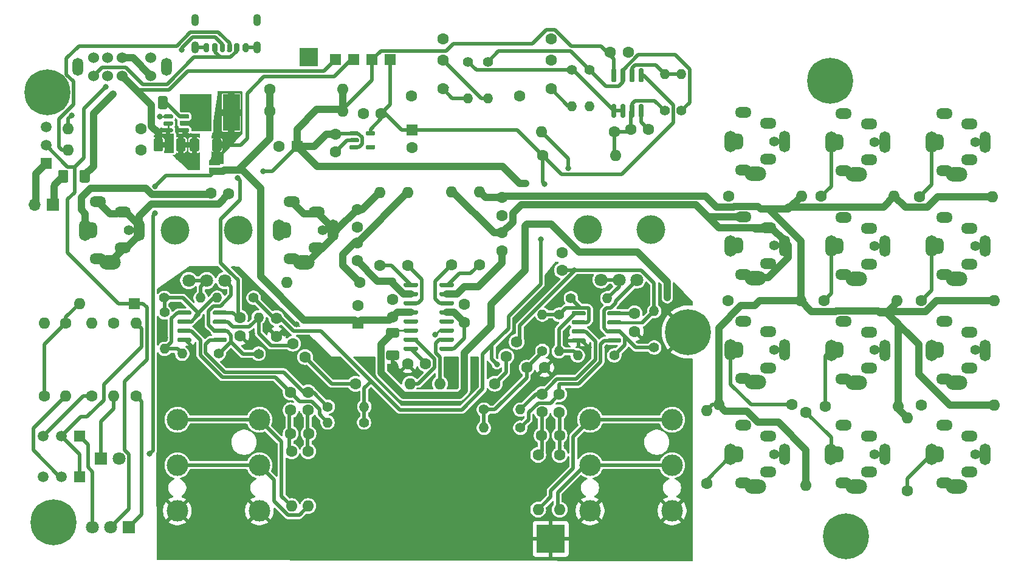
<source format=gtl>
G04 #@! TF.GenerationSoftware,KiCad,Pcbnew,9.0.1+1*
G04 #@! TF.CreationDate,2025-10-02T22:25:14+00:00*
G04 #@! TF.ProjectId,spider2,73706964-6572-4322-9e6b-696361645f70,rev?*
G04 #@! TF.SameCoordinates,Original*
G04 #@! TF.FileFunction,Copper,L1,Top*
G04 #@! TF.FilePolarity,Positive*
%FSLAX46Y46*%
G04 Gerber Fmt 4.6, Leading zero omitted, Abs format (unit mm)*
G04 Created by KiCad (PCBNEW 9.0.1+1) date 2025-10-02 22:25:14*
%MOMM*%
%LPD*%
G01*
G04 APERTURE LIST*
G04 #@! TA.AperFunction,ComponentPad*
%ADD10C,1.400000*%
G04 #@! TD*
G04 #@! TA.AperFunction,ComponentPad*
%ADD11O,1.400000X1.400000*%
G04 #@! TD*
G04 #@! TA.AperFunction,ComponentPad*
%ADD12C,1.600000*%
G04 #@! TD*
G04 #@! TA.AperFunction,ComponentPad*
%ADD13O,1.600000X1.600000*%
G04 #@! TD*
G04 #@! TA.AperFunction,ComponentPad*
%ADD14R,1.600000X1.600000*%
G04 #@! TD*
G04 #@! TA.AperFunction,ComponentPad*
%ADD15R,2.500000X2.500000*%
G04 #@! TD*
G04 #@! TA.AperFunction,ComponentPad*
%ADD16O,2.300000X1.500000*%
G04 #@! TD*
G04 #@! TA.AperFunction,ComponentPad*
%ADD17O,1.500000X3.000000*%
G04 #@! TD*
G04 #@! TA.AperFunction,ComponentPad*
%ADD18O,1.700000X3.000000*%
G04 #@! TD*
G04 #@! TA.AperFunction,ComponentPad*
%ADD19O,1.500000X2.300000*%
G04 #@! TD*
G04 #@! TA.AperFunction,ComponentPad*
%ADD20O,3.000000X2.000000*%
G04 #@! TD*
G04 #@! TA.AperFunction,ComponentPad*
%ADD21C,0.800000*%
G04 #@! TD*
G04 #@! TA.AperFunction,ComponentPad*
%ADD22C,6.400000*%
G04 #@! TD*
G04 #@! TA.AperFunction,ComponentPad*
%ADD23C,3.000000*%
G04 #@! TD*
G04 #@! TA.AperFunction,ComponentPad*
%ADD24O,1.100000X1.700000*%
G04 #@! TD*
G04 #@! TA.AperFunction,ComponentPad*
%ADD25R,1.500000X1.500000*%
G04 #@! TD*
G04 #@! TA.AperFunction,ComponentPad*
%ADD26C,1.500000*%
G04 #@! TD*
G04 #@! TA.AperFunction,ComponentPad*
%ADD27C,1.524000*%
G04 #@! TD*
G04 #@! TA.AperFunction,ComponentPad*
%ADD28O,1.500000X2.500000*%
G04 #@! TD*
G04 #@! TA.AperFunction,WasherPad*
%ADD29C,4.000000*%
G04 #@! TD*
G04 #@! TA.AperFunction,ComponentPad*
%ADD30C,1.800000*%
G04 #@! TD*
G04 #@! TA.AperFunction,ComponentPad*
%ADD31R,1.700000X1.700000*%
G04 #@! TD*
G04 #@! TA.AperFunction,ComponentPad*
%ADD32O,1.700000X1.700000*%
G04 #@! TD*
G04 #@! TA.AperFunction,ComponentPad*
%ADD33R,1.800000X1.800000*%
G04 #@! TD*
G04 #@! TA.AperFunction,SMDPad,CuDef*
%ADD34R,2.350000X5.100000*%
G04 #@! TD*
G04 #@! TA.AperFunction,ComponentPad*
%ADD35R,4.000000X4.000000*%
G04 #@! TD*
G04 #@! TA.AperFunction,ViaPad*
%ADD36C,0.800000*%
G04 #@! TD*
G04 #@! TA.AperFunction,ViaPad*
%ADD37C,1.600000*%
G04 #@! TD*
G04 #@! TA.AperFunction,Conductor*
%ADD38C,0.500000*%
G04 #@! TD*
G04 #@! TA.AperFunction,Conductor*
%ADD39C,1.000000*%
G04 #@! TD*
G04 #@! TA.AperFunction,Conductor*
%ADD40C,0.250000*%
G04 #@! TD*
G04 #@! TA.AperFunction,Conductor*
%ADD41C,0.450000*%
G04 #@! TD*
G04 #@! TA.AperFunction,Conductor*
%ADD42C,0.480000*%
G04 #@! TD*
G04 APERTURE END LIST*
D10*
X225940000Y-73240000D03*
D11*
X225940000Y-68160000D03*
D12*
X262920000Y-52200000D03*
D13*
X273080000Y-52200000D03*
D12*
X219803450Y-32087766D03*
X222303450Y-32087766D03*
D10*
X214330000Y-66370000D03*
D11*
X219410000Y-66370000D03*
D10*
X227431600Y-40233600D03*
D11*
X227431600Y-35153600D03*
D12*
X187750000Y-61800000D03*
D13*
X187750000Y-51640000D03*
D10*
X220370000Y-74340000D03*
D11*
X215290000Y-74340000D03*
D12*
X263120000Y-81300000D03*
D13*
X273280000Y-81300000D03*
D12*
X177749200Y-87731600D03*
D13*
X177749200Y-95351600D03*
D14*
X192230000Y-42900000D03*
D12*
X192230000Y-45400000D03*
X204750000Y-52350000D03*
X204750000Y-54850000D03*
X204750000Y-59750000D03*
X204750000Y-57250000D03*
D14*
X153475000Y-67125000D03*
D13*
X145855000Y-67125000D03*
D12*
X154433450Y-45747766D03*
D13*
X144273450Y-45747766D03*
D10*
X202800000Y-33400000D03*
D11*
X202800000Y-38480000D03*
D12*
X208175000Y-76050000D03*
X210675000Y-76050000D03*
D15*
X177800000Y-32775000D03*
D16*
X238349112Y-92100000D03*
X241849112Y-90600000D03*
D10*
X242649112Y-88100000D03*
D17*
X244078391Y-88126253D03*
D18*
X236578391Y-88126253D03*
D19*
X237549112Y-88100000D03*
D16*
X238349112Y-84100000D03*
D20*
X240078391Y-92626253D03*
D16*
X241849112Y-85600000D03*
D21*
X248019532Y-36102461D03*
X248722476Y-34405405D03*
X248722476Y-37799517D03*
X250419532Y-33702461D03*
D22*
X250419532Y-36102461D03*
D21*
X250419532Y-38502461D03*
X252116588Y-34405405D03*
X252116588Y-37799517D03*
X252819532Y-36102461D03*
D10*
X157720000Y-68350000D03*
D11*
X157720000Y-73430000D03*
D12*
X199500000Y-69750000D03*
X199500000Y-67250000D03*
D10*
X216890600Y-34518600D03*
D11*
X216890600Y-39598600D03*
D12*
X196550000Y-33200000D03*
X196550000Y-30200000D03*
X192150000Y-38200000D03*
X196550000Y-37200000D03*
X212700000Y-82250000D03*
X212700000Y-79750000D03*
X175620000Y-72700000D03*
X177292827Y-74557862D03*
X175285400Y-85267800D03*
X177785400Y-85267800D03*
X191620000Y-61810000D03*
D13*
X191620000Y-51650000D03*
D12*
X261200000Y-93230000D03*
D13*
X261200000Y-83070000D03*
D12*
X249610000Y-66720000D03*
D13*
X259770000Y-66720000D03*
D23*
X217000000Y-96000000D03*
X228430000Y-89650000D03*
X217000000Y-89650000D03*
X228430000Y-96000000D03*
X228430000Y-83300000D03*
X217000000Y-83300000D03*
D12*
X184900000Y-64150000D03*
D13*
X174740000Y-64150000D03*
D23*
X159500000Y-96000000D03*
X170930000Y-89650000D03*
X159500000Y-89650000D03*
X170930000Y-96000000D03*
X170930000Y-83300000D03*
X159500000Y-83300000D03*
D12*
X147620000Y-79980000D03*
D13*
X147620000Y-69820000D03*
D12*
X249745000Y-81400000D03*
D13*
X259905000Y-81400000D03*
D10*
X185520000Y-83700000D03*
D11*
X180440000Y-83700000D03*
G04 #@! TA.AperFunction,SMDPad,CuDef*
G36*
G01*
X156190036Y-45650000D02*
X156190036Y-44350000D01*
G75*
G02*
X156440036Y-44100000I250000J0D01*
G01*
X157265036Y-44100000D01*
G75*
G02*
X157515036Y-44350000I0J-250000D01*
G01*
X157515036Y-45650000D01*
G75*
G02*
X157265036Y-45900000I-250000J0D01*
G01*
X156440036Y-45900000D01*
G75*
G02*
X156190036Y-45650000I0J250000D01*
G01*
G37*
G04 #@! TD.AperFunction*
G04 #@! TA.AperFunction,SMDPad,CuDef*
G36*
G01*
X159315036Y-45650000D02*
X159315036Y-44350000D01*
G75*
G02*
X159565036Y-44100000I250000J0D01*
G01*
X160390036Y-44100000D01*
G75*
G02*
X160640036Y-44350000I0J-250000D01*
G01*
X160640036Y-45650000D01*
G75*
G02*
X160390036Y-45900000I-250000J0D01*
G01*
X159565036Y-45900000D01*
G75*
G02*
X159315036Y-45650000I0J250000D01*
G01*
G37*
G04 #@! TD.AperFunction*
D12*
X249220000Y-52150000D03*
D13*
X259380000Y-52150000D03*
G04 #@! TA.AperFunction,SMDPad,CuDef*
G36*
G01*
X167120000Y-31025000D02*
X167120000Y-31875000D01*
G75*
G02*
X166945000Y-32050000I-175000J0D01*
G01*
X166595000Y-32050000D01*
G75*
G02*
X166420000Y-31875000I0J175000D01*
G01*
X166420000Y-31025000D01*
G75*
G02*
X166595000Y-30850000I175000J0D01*
G01*
X166945000Y-30850000D01*
G75*
G02*
X167120000Y-31025000I0J-175000D01*
G01*
G37*
G04 #@! TD.AperFunction*
G04 #@! TA.AperFunction,SMDPad,CuDef*
G36*
G01*
X164370000Y-31860000D02*
X164370000Y-31040000D01*
G75*
G02*
X164560000Y-30850000I190000J0D01*
G01*
X164940000Y-30850000D01*
G75*
G02*
X165130000Y-31040000I0J-190000D01*
G01*
X165130000Y-31860000D01*
G75*
G02*
X164940000Y-32050000I-190000J0D01*
G01*
X164560000Y-32050000D01*
G75*
G02*
X164370000Y-31860000I0J190000D01*
G01*
G37*
G04 #@! TD.AperFunction*
G04 #@! TA.AperFunction,SMDPad,CuDef*
G36*
G01*
X163120000Y-31850000D02*
X163120000Y-31050000D01*
G75*
G02*
X163320000Y-30850000I200000J0D01*
G01*
X163720000Y-30850000D01*
G75*
G02*
X163920000Y-31050000I0J-200000D01*
G01*
X163920000Y-31850000D01*
G75*
G02*
X163720000Y-32050000I-200000J0D01*
G01*
X163320000Y-32050000D01*
G75*
G02*
X163120000Y-31850000I0J200000D01*
G01*
G37*
G04 #@! TD.AperFunction*
G04 #@! TA.AperFunction,SMDPad,CuDef*
G36*
G01*
X165420000Y-31875000D02*
X165420000Y-31025000D01*
G75*
G02*
X165595000Y-30850000I175000J0D01*
G01*
X165945000Y-30850000D01*
G75*
G02*
X166120000Y-31025000I0J-175000D01*
G01*
X166120000Y-31875000D01*
G75*
G02*
X165945000Y-32050000I-175000J0D01*
G01*
X165595000Y-32050000D01*
G75*
G02*
X165420000Y-31875000I0J175000D01*
G01*
G37*
G04 #@! TD.AperFunction*
G04 #@! TA.AperFunction,SMDPad,CuDef*
G36*
G01*
X168170000Y-31040000D02*
X168170000Y-31860000D01*
G75*
G02*
X167980000Y-32050000I-190000J0D01*
G01*
X167600000Y-32050000D01*
G75*
G02*
X167410000Y-31860000I0J190000D01*
G01*
X167410000Y-31040000D01*
G75*
G02*
X167600000Y-30850000I190000J0D01*
G01*
X167980000Y-30850000D01*
G75*
G02*
X168170000Y-31040000I0J-190000D01*
G01*
G37*
G04 #@! TD.AperFunction*
G04 #@! TA.AperFunction,SMDPad,CuDef*
G36*
G01*
X169420000Y-31050000D02*
X169420000Y-31850000D01*
G75*
G02*
X169220000Y-32050000I-200000J0D01*
G01*
X168820000Y-32050000D01*
G75*
G02*
X168620000Y-31850000I0J200000D01*
G01*
X168620000Y-31050000D01*
G75*
G02*
X168820000Y-30850000I200000J0D01*
G01*
X169220000Y-30850000D01*
G75*
G02*
X169420000Y-31050000I0J-200000D01*
G01*
G37*
G04 #@! TD.AperFunction*
D24*
X170590000Y-31370000D03*
X170590000Y-27570000D03*
X161950000Y-31370000D03*
X161950000Y-27570000D03*
G04 #@! TA.AperFunction,SMDPad,CuDef*
G36*
G01*
X147293450Y-48742767D02*
X147293450Y-49992765D01*
G75*
G02*
X147043449Y-50242766I-250001J0D01*
G01*
X146118451Y-50242766D01*
G75*
G02*
X145868450Y-49992765I0J250001D01*
G01*
X145868450Y-48742767D01*
G75*
G02*
X146118451Y-48492766I250001J0D01*
G01*
X147043449Y-48492766D01*
G75*
G02*
X147293450Y-48742767I0J-250001D01*
G01*
G37*
G04 #@! TD.AperFunction*
G04 #@! TA.AperFunction,SMDPad,CuDef*
G36*
G01*
X144318450Y-48742767D02*
X144318450Y-49992765D01*
G75*
G02*
X144068449Y-50242766I-250001J0D01*
G01*
X143143451Y-50242766D01*
G75*
G02*
X142893450Y-49992765I0J250001D01*
G01*
X142893450Y-48742767D01*
G75*
G02*
X143143451Y-48492766I250001J0D01*
G01*
X144068449Y-48492766D01*
G75*
G02*
X144318450Y-48742767I0J-250001D01*
G01*
G37*
G04 #@! TD.AperFunction*
D12*
X203708000Y-78282800D03*
D13*
X196088000Y-78282800D03*
D12*
X201600000Y-61700000D03*
D13*
X201600000Y-51540000D03*
D10*
X229743000Y-40233600D03*
D11*
X229743000Y-35153600D03*
D12*
X236195000Y-66725000D03*
D13*
X246355000Y-66725000D03*
D14*
X176192380Y-45200000D03*
D12*
X173692380Y-45200000D03*
X191581400Y-75514200D03*
X194081400Y-75514200D03*
X143980000Y-69810000D03*
D13*
X143980000Y-79970000D03*
D12*
X181500000Y-43500000D03*
X181500000Y-46000000D03*
X247100000Y-82250000D03*
D13*
X247100000Y-92410000D03*
D10*
X210350000Y-73715000D03*
D11*
X210350000Y-68635000D03*
D16*
X238350000Y-63033333D03*
X241850000Y-61533333D03*
D10*
X242650000Y-59033333D03*
D17*
X244079279Y-59059586D03*
D18*
X236579279Y-59059586D03*
D19*
X237550000Y-59033333D03*
D16*
X238350000Y-55033333D03*
D20*
X240079279Y-63559586D03*
D16*
X241850000Y-56533333D03*
G04 #@! TA.AperFunction,SMDPad,CuDef*
G36*
G01*
X214450000Y-68620000D02*
X214450000Y-68320000D01*
G75*
G02*
X214600000Y-68170000I150000J0D01*
G01*
X216250000Y-68170000D01*
G75*
G02*
X216400000Y-68320000I0J-150000D01*
G01*
X216400000Y-68620000D01*
G75*
G02*
X216250000Y-68770000I-150000J0D01*
G01*
X214600000Y-68770000D01*
G75*
G02*
X214450000Y-68620000I0J150000D01*
G01*
G37*
G04 #@! TD.AperFunction*
G04 #@! TA.AperFunction,SMDPad,CuDef*
G36*
G01*
X214450000Y-69890000D02*
X214450000Y-69590000D01*
G75*
G02*
X214600000Y-69440000I150000J0D01*
G01*
X216250000Y-69440000D01*
G75*
G02*
X216400000Y-69590000I0J-150000D01*
G01*
X216400000Y-69890000D01*
G75*
G02*
X216250000Y-70040000I-150000J0D01*
G01*
X214600000Y-70040000D01*
G75*
G02*
X214450000Y-69890000I0J150000D01*
G01*
G37*
G04 #@! TD.AperFunction*
G04 #@! TA.AperFunction,SMDPad,CuDef*
G36*
G01*
X214450000Y-71160000D02*
X214450000Y-70860000D01*
G75*
G02*
X214600000Y-70710000I150000J0D01*
G01*
X216250000Y-70710000D01*
G75*
G02*
X216400000Y-70860000I0J-150000D01*
G01*
X216400000Y-71160000D01*
G75*
G02*
X216250000Y-71310000I-150000J0D01*
G01*
X214600000Y-71310000D01*
G75*
G02*
X214450000Y-71160000I0J150000D01*
G01*
G37*
G04 #@! TD.AperFunction*
G04 #@! TA.AperFunction,SMDPad,CuDef*
G36*
G01*
X214450000Y-72430000D02*
X214450000Y-72130000D01*
G75*
G02*
X214600000Y-71980000I150000J0D01*
G01*
X216250000Y-71980000D01*
G75*
G02*
X216400000Y-72130000I0J-150000D01*
G01*
X216400000Y-72430000D01*
G75*
G02*
X216250000Y-72580000I-150000J0D01*
G01*
X214600000Y-72580000D01*
G75*
G02*
X214450000Y-72430000I0J150000D01*
G01*
G37*
G04 #@! TD.AperFunction*
G04 #@! TA.AperFunction,SMDPad,CuDef*
G36*
G01*
X219400000Y-72430000D02*
X219400000Y-72130000D01*
G75*
G02*
X219550000Y-71980000I150000J0D01*
G01*
X221200000Y-71980000D01*
G75*
G02*
X221350000Y-72130000I0J-150000D01*
G01*
X221350000Y-72430000D01*
G75*
G02*
X221200000Y-72580000I-150000J0D01*
G01*
X219550000Y-72580000D01*
G75*
G02*
X219400000Y-72430000I0J150000D01*
G01*
G37*
G04 #@! TD.AperFunction*
G04 #@! TA.AperFunction,SMDPad,CuDef*
G36*
G01*
X219400000Y-71160000D02*
X219400000Y-70860000D01*
G75*
G02*
X219550000Y-70710000I150000J0D01*
G01*
X221200000Y-70710000D01*
G75*
G02*
X221350000Y-70860000I0J-150000D01*
G01*
X221350000Y-71160000D01*
G75*
G02*
X221200000Y-71310000I-150000J0D01*
G01*
X219550000Y-71310000D01*
G75*
G02*
X219400000Y-71160000I0J150000D01*
G01*
G37*
G04 #@! TD.AperFunction*
G04 #@! TA.AperFunction,SMDPad,CuDef*
G36*
G01*
X219400000Y-69890000D02*
X219400000Y-69590000D01*
G75*
G02*
X219550000Y-69440000I150000J0D01*
G01*
X221200000Y-69440000D01*
G75*
G02*
X221350000Y-69590000I0J-150000D01*
G01*
X221350000Y-69890000D01*
G75*
G02*
X221200000Y-70040000I-150000J0D01*
G01*
X219550000Y-70040000D01*
G75*
G02*
X219400000Y-69890000I0J150000D01*
G01*
G37*
G04 #@! TD.AperFunction*
G04 #@! TA.AperFunction,SMDPad,CuDef*
G36*
G01*
X219400000Y-68620000D02*
X219400000Y-68320000D01*
G75*
G02*
X219550000Y-68170000I150000J0D01*
G01*
X221200000Y-68170000D01*
G75*
G02*
X221350000Y-68320000I0J-150000D01*
G01*
X221350000Y-68620000D01*
G75*
G02*
X221200000Y-68770000I-150000J0D01*
G01*
X219550000Y-68770000D01*
G75*
G02*
X219400000Y-68620000I0J150000D01*
G01*
G37*
G04 #@! TD.AperFunction*
D25*
X145860000Y-85630000D03*
D26*
X143320000Y-85630000D03*
X140780000Y-85630000D03*
D12*
X173325000Y-69175000D03*
X173325000Y-71675000D03*
X175285400Y-81991200D03*
X175285400Y-79491200D03*
X210388200Y-46456600D03*
D13*
X220548200Y-46456600D03*
D25*
X189176000Y-33075000D03*
D16*
X238350000Y-77566666D03*
X241850000Y-76066666D03*
D10*
X242650000Y-73566666D03*
D17*
X244079279Y-73592919D03*
D18*
X236579279Y-73592919D03*
D19*
X237550000Y-73566666D03*
D16*
X238350000Y-69566666D03*
D20*
X240079279Y-78092919D03*
D16*
X241850000Y-71066666D03*
X175424065Y-60868249D03*
X178924065Y-59368249D03*
D10*
X179724065Y-56868249D03*
D17*
X181153344Y-56894502D03*
D18*
X173653344Y-56894502D03*
D19*
X174624065Y-56868249D03*
D16*
X175424065Y-52868249D03*
D20*
X177153344Y-61394502D03*
D16*
X178924065Y-54368249D03*
D21*
X228260142Y-71088261D03*
X228963086Y-69391205D03*
X228963086Y-72785317D03*
X230660142Y-68688261D03*
D22*
X230660142Y-71088261D03*
D21*
X230660142Y-73488261D03*
X232357198Y-69391205D03*
X232357198Y-72785317D03*
X233060142Y-71088261D03*
D12*
X154413450Y-42747766D03*
D13*
X144253450Y-42747766D03*
G04 #@! TA.AperFunction,SMDPad,CuDef*
G36*
X163917400Y-47850000D02*
G01*
X163917400Y-47350000D01*
X163921678Y-47350000D01*
X163921678Y-47284737D01*
X163955460Y-47158658D01*
X164020723Y-47045619D01*
X164113019Y-46953323D01*
X164226058Y-46888060D01*
X164352137Y-46854278D01*
X164417400Y-46854278D01*
X164417400Y-46850000D01*
X164917400Y-46850000D01*
X164917400Y-46854278D01*
X164982663Y-46854278D01*
X165108742Y-46888060D01*
X165221781Y-46953323D01*
X165314077Y-47045619D01*
X165379340Y-47158658D01*
X165413122Y-47284737D01*
X165413122Y-47350000D01*
X165417400Y-47350000D01*
X165417400Y-47850000D01*
X163917400Y-47850000D01*
G37*
G04 #@! TD.AperFunction*
G04 #@! TA.AperFunction,SMDPad,CuDef*
G36*
X165413122Y-48650000D02*
G01*
X165413122Y-48715263D01*
X165379340Y-48841342D01*
X165314077Y-48954381D01*
X165221781Y-49046677D01*
X165108742Y-49111940D01*
X164982663Y-49145722D01*
X164917400Y-49145722D01*
X164917400Y-49150000D01*
X164417400Y-49150000D01*
X164417400Y-49145722D01*
X164352137Y-49145722D01*
X164226058Y-49111940D01*
X164113019Y-49046677D01*
X164020723Y-48954381D01*
X163955460Y-48841342D01*
X163921678Y-48715263D01*
X163921678Y-48650000D01*
X163917400Y-48650000D01*
X163917400Y-48150000D01*
X165417400Y-48150000D01*
X165417400Y-48650000D01*
X165413122Y-48650000D01*
G37*
G04 #@! TD.AperFunction*
D16*
X266350000Y-48600000D03*
X269850000Y-47100000D03*
D10*
X270650000Y-44600000D03*
D17*
X272079279Y-44626253D03*
D18*
X264579279Y-44626253D03*
D19*
X265550000Y-44600000D03*
D16*
X266350000Y-40600000D03*
D20*
X268079279Y-49126253D03*
D16*
X269850000Y-42100000D03*
D12*
X184550000Y-56500000D03*
X184550000Y-54000000D03*
D27*
X147803450Y-32877766D03*
X149803450Y-32877766D03*
X151803450Y-32877766D03*
X155803450Y-32877766D03*
X147803450Y-35377766D03*
X149803450Y-35377766D03*
X151803450Y-35377766D03*
X155803450Y-35377766D03*
D28*
X157953450Y-34127766D03*
X145653450Y-34127766D03*
D25*
X181571000Y-33075000D03*
D10*
X202200000Y-81900000D03*
D11*
X207280000Y-81900000D03*
D29*
X159200000Y-56900000D03*
X168000000Y-56900000D03*
D30*
X166100000Y-63900000D03*
X163600000Y-63900000D03*
X161100000Y-63900000D03*
D12*
X206779532Y-72445529D03*
X205310069Y-74468071D03*
X189500000Y-69000000D03*
X189500000Y-66500000D03*
D25*
X184111000Y-33075000D03*
D12*
X172390000Y-37220000D03*
D13*
X182550000Y-37220000D03*
D12*
X175420000Y-87731600D03*
D13*
X175420000Y-95351600D03*
D25*
X186651000Y-33075000D03*
X145860000Y-91247766D03*
D26*
X143320000Y-91247766D03*
X140780000Y-91247766D03*
D12*
X150660000Y-69820000D03*
D13*
X150660000Y-79980000D03*
D16*
X266350000Y-77600000D03*
X269850000Y-76100000D03*
D10*
X270650000Y-73600000D03*
D17*
X272079279Y-73626253D03*
D18*
X264579279Y-73626253D03*
D19*
X265550000Y-73600000D03*
D16*
X266350000Y-69600000D03*
D20*
X268079279Y-78126253D03*
D16*
X269850000Y-71100000D03*
D10*
X157675000Y-66325000D03*
D11*
X162754999Y-66325000D03*
D31*
X142163450Y-53347766D03*
D32*
X139623450Y-53347766D03*
D12*
X187900000Y-40600000D03*
X185400000Y-40600000D03*
X172390000Y-40270000D03*
D13*
X182550000Y-40270000D03*
D21*
X250250000Y-99550000D03*
X250952944Y-97852944D03*
X250952944Y-101247056D03*
X252650000Y-97150000D03*
D22*
X252650000Y-99550000D03*
D21*
X252650000Y-101950000D03*
X254347056Y-97852944D03*
X254347056Y-101247056D03*
X255050000Y-99550000D03*
D12*
X209770000Y-88200000D03*
D13*
X209770000Y-95820000D03*
G04 #@! TA.AperFunction,SMDPad,CuDef*
G36*
G01*
X183470000Y-43550000D02*
X183470000Y-43250000D01*
G75*
G02*
X183620000Y-43100000I150000J0D01*
G01*
X184645000Y-43100000D01*
G75*
G02*
X184795000Y-43250000I0J-150000D01*
G01*
X184795000Y-43550000D01*
G75*
G02*
X184645000Y-43700000I-150000J0D01*
G01*
X183620000Y-43700000D01*
G75*
G02*
X183470000Y-43550000I0J150000D01*
G01*
G37*
G04 #@! TD.AperFunction*
G04 #@! TA.AperFunction,SMDPad,CuDef*
G36*
G01*
X183470000Y-44500000D02*
X183470000Y-44200000D01*
G75*
G02*
X183620000Y-44050000I150000J0D01*
G01*
X184645000Y-44050000D01*
G75*
G02*
X184795000Y-44200000I0J-150000D01*
G01*
X184795000Y-44500000D01*
G75*
G02*
X184645000Y-44650000I-150000J0D01*
G01*
X183620000Y-44650000D01*
G75*
G02*
X183470000Y-44500000I0J150000D01*
G01*
G37*
G04 #@! TD.AperFunction*
G04 #@! TA.AperFunction,SMDPad,CuDef*
G36*
G01*
X183470000Y-45450000D02*
X183470000Y-45150000D01*
G75*
G02*
X183620000Y-45000000I150000J0D01*
G01*
X184645000Y-45000000D01*
G75*
G02*
X184795000Y-45150000I0J-150000D01*
G01*
X184795000Y-45450000D01*
G75*
G02*
X184645000Y-45600000I-150000J0D01*
G01*
X183620000Y-45600000D01*
G75*
G02*
X183470000Y-45450000I0J150000D01*
G01*
G37*
G04 #@! TD.AperFunction*
G04 #@! TA.AperFunction,SMDPad,CuDef*
G36*
G01*
X185745000Y-45450000D02*
X185745000Y-45150000D01*
G75*
G02*
X185895000Y-45000000I150000J0D01*
G01*
X186920000Y-45000000D01*
G75*
G02*
X187070000Y-45150000I0J-150000D01*
G01*
X187070000Y-45450000D01*
G75*
G02*
X186920000Y-45600000I-150000J0D01*
G01*
X185895000Y-45600000D01*
G75*
G02*
X185745000Y-45450000I0J150000D01*
G01*
G37*
G04 #@! TD.AperFunction*
G04 #@! TA.AperFunction,SMDPad,CuDef*
G36*
G01*
X185745000Y-43550000D02*
X185745000Y-43250000D01*
G75*
G02*
X185895000Y-43100000I150000J0D01*
G01*
X186920000Y-43100000D01*
G75*
G02*
X187070000Y-43250000I0J-150000D01*
G01*
X187070000Y-43550000D01*
G75*
G02*
X186920000Y-43700000I-150000J0D01*
G01*
X185895000Y-43700000D01*
G75*
G02*
X185745000Y-43550000I0J150000D01*
G01*
G37*
G04 #@! TD.AperFunction*
D12*
X236270000Y-52150000D03*
D13*
X246430000Y-52150000D03*
D10*
X214477600Y-34544000D03*
D11*
X214477600Y-39624000D03*
D12*
X211550000Y-33200000D03*
X211550000Y-30200000D03*
X207150000Y-38200000D03*
X211550000Y-37200000D03*
D16*
X266350000Y-63100000D03*
X269850000Y-61600000D03*
D10*
X270650000Y-59100000D03*
D17*
X272079279Y-59126253D03*
D18*
X264579279Y-59126253D03*
D19*
X265550000Y-59100000D03*
D16*
X266350000Y-55100000D03*
D20*
X268079279Y-63626253D03*
D16*
X269850000Y-56600000D03*
X238350000Y-48500000D03*
X241850000Y-47000000D03*
D10*
X242650000Y-44500000D03*
D17*
X244079279Y-44526253D03*
D18*
X236579279Y-44526253D03*
D19*
X237550000Y-44500000D03*
D16*
X238350000Y-40500000D03*
D20*
X240079279Y-49026253D03*
D16*
X241850000Y-42000000D03*
G04 #@! TA.AperFunction,SMDPad,CuDef*
G36*
G01*
X220458400Y-41219800D02*
X220158400Y-41219800D01*
G75*
G02*
X220008400Y-41069800I0J150000D01*
G01*
X220008400Y-39419800D01*
G75*
G02*
X220158400Y-39269800I150000J0D01*
G01*
X220458400Y-39269800D01*
G75*
G02*
X220608400Y-39419800I0J-150000D01*
G01*
X220608400Y-41069800D01*
G75*
G02*
X220458400Y-41219800I-150000J0D01*
G01*
G37*
G04 #@! TD.AperFunction*
G04 #@! TA.AperFunction,SMDPad,CuDef*
G36*
G01*
X221728400Y-41219800D02*
X221428400Y-41219800D01*
G75*
G02*
X221278400Y-41069800I0J150000D01*
G01*
X221278400Y-39419800D01*
G75*
G02*
X221428400Y-39269800I150000J0D01*
G01*
X221728400Y-39269800D01*
G75*
G02*
X221878400Y-39419800I0J-150000D01*
G01*
X221878400Y-41069800D01*
G75*
G02*
X221728400Y-41219800I-150000J0D01*
G01*
G37*
G04 #@! TD.AperFunction*
G04 #@! TA.AperFunction,SMDPad,CuDef*
G36*
G01*
X222998400Y-41219800D02*
X222698400Y-41219800D01*
G75*
G02*
X222548400Y-41069800I0J150000D01*
G01*
X222548400Y-39419800D01*
G75*
G02*
X222698400Y-39269800I150000J0D01*
G01*
X222998400Y-39269800D01*
G75*
G02*
X223148400Y-39419800I0J-150000D01*
G01*
X223148400Y-41069800D01*
G75*
G02*
X222998400Y-41219800I-150000J0D01*
G01*
G37*
G04 #@! TD.AperFunction*
G04 #@! TA.AperFunction,SMDPad,CuDef*
G36*
G01*
X224268400Y-41219800D02*
X223968400Y-41219800D01*
G75*
G02*
X223818400Y-41069800I0J150000D01*
G01*
X223818400Y-39419800D01*
G75*
G02*
X223968400Y-39269800I150000J0D01*
G01*
X224268400Y-39269800D01*
G75*
G02*
X224418400Y-39419800I0J-150000D01*
G01*
X224418400Y-41069800D01*
G75*
G02*
X224268400Y-41219800I-150000J0D01*
G01*
G37*
G04 #@! TD.AperFunction*
G04 #@! TA.AperFunction,SMDPad,CuDef*
G36*
G01*
X224268400Y-36269800D02*
X223968400Y-36269800D01*
G75*
G02*
X223818400Y-36119800I0J150000D01*
G01*
X223818400Y-34469800D01*
G75*
G02*
X223968400Y-34319800I150000J0D01*
G01*
X224268400Y-34319800D01*
G75*
G02*
X224418400Y-34469800I0J-150000D01*
G01*
X224418400Y-36119800D01*
G75*
G02*
X224268400Y-36269800I-150000J0D01*
G01*
G37*
G04 #@! TD.AperFunction*
G04 #@! TA.AperFunction,SMDPad,CuDef*
G36*
G01*
X222998400Y-36269800D02*
X222698400Y-36269800D01*
G75*
G02*
X222548400Y-36119800I0J150000D01*
G01*
X222548400Y-34469800D01*
G75*
G02*
X222698400Y-34319800I150000J0D01*
G01*
X222998400Y-34319800D01*
G75*
G02*
X223148400Y-34469800I0J-150000D01*
G01*
X223148400Y-36119800D01*
G75*
G02*
X222998400Y-36269800I-150000J0D01*
G01*
G37*
G04 #@! TD.AperFunction*
G04 #@! TA.AperFunction,SMDPad,CuDef*
G36*
G01*
X221728400Y-36269800D02*
X221428400Y-36269800D01*
G75*
G02*
X221278400Y-36119800I0J150000D01*
G01*
X221278400Y-34469800D01*
G75*
G02*
X221428400Y-34319800I150000J0D01*
G01*
X221728400Y-34319800D01*
G75*
G02*
X221878400Y-34469800I0J-150000D01*
G01*
X221878400Y-36119800D01*
G75*
G02*
X221728400Y-36269800I-150000J0D01*
G01*
G37*
G04 #@! TD.AperFunction*
G04 #@! TA.AperFunction,SMDPad,CuDef*
G36*
G01*
X220458400Y-36269800D02*
X220158400Y-36269800D01*
G75*
G02*
X220008400Y-36119800I0J150000D01*
G01*
X220008400Y-34469800D01*
G75*
G02*
X220158400Y-34319800I150000J0D01*
G01*
X220458400Y-34319800D01*
G75*
G02*
X220608400Y-34469800I0J-150000D01*
G01*
X220608400Y-36119800D01*
G75*
G02*
X220458400Y-36269800I-150000J0D01*
G01*
G37*
G04 #@! TD.AperFunction*
D12*
X263120000Y-66750000D03*
D13*
X273280000Y-66750000D03*
D12*
X233260000Y-92180000D03*
D13*
X233260000Y-82020000D03*
D16*
X252350000Y-63100000D03*
X255850000Y-61600000D03*
D10*
X256650000Y-59100000D03*
D17*
X258079279Y-59126253D03*
D18*
X250579279Y-59126253D03*
D19*
X251550000Y-59100000D03*
D16*
X252350000Y-55100000D03*
D20*
X254079279Y-63626253D03*
D16*
X255850000Y-56600000D03*
D10*
X170825000Y-74125000D03*
D11*
X170825000Y-69045000D03*
D16*
X252350000Y-77600000D03*
X255850000Y-76100000D03*
D10*
X256650000Y-73600000D03*
D17*
X258079279Y-73626253D03*
D18*
X250579279Y-73626253D03*
D19*
X251550000Y-73600000D03*
D16*
X252350000Y-69600000D03*
D20*
X254079279Y-78126253D03*
D16*
X255850000Y-71100000D03*
X252350000Y-48600000D03*
X255850000Y-47100000D03*
D10*
X256650000Y-44600000D03*
D17*
X258079279Y-44626253D03*
D18*
X250579279Y-44626253D03*
D19*
X251550000Y-44600000D03*
D16*
X252350000Y-40600000D03*
D20*
X254079279Y-49126253D03*
D16*
X255850000Y-42100000D03*
D10*
X212675000Y-68670000D03*
D11*
X212675000Y-73750000D03*
D10*
X170125000Y-66300000D03*
D11*
X165045000Y-66300000D03*
D12*
X225176400Y-42849800D03*
X222676400Y-42849800D03*
X184550000Y-58650000D03*
X184550000Y-61150000D03*
D16*
X148415198Y-60869712D03*
X151915198Y-59369712D03*
D10*
X152715198Y-56869712D03*
D17*
X154144477Y-56895965D03*
D18*
X146644477Y-56895965D03*
D19*
X147615198Y-56869712D03*
D16*
X148415198Y-52869712D03*
D20*
X150144477Y-61395965D03*
D16*
X151915198Y-54369712D03*
D12*
X168249600Y-71588000D03*
X168249600Y-69088000D03*
D10*
X165270000Y-74100000D03*
D11*
X160190000Y-74100000D03*
D16*
X252349112Y-92100000D03*
X255849112Y-90600000D03*
D10*
X256649112Y-88100000D03*
D17*
X258078391Y-88126253D03*
D18*
X250578391Y-88126253D03*
D19*
X251549112Y-88100000D03*
D16*
X252349112Y-84100000D03*
D20*
X254078391Y-92626253D03*
D16*
X255849112Y-85600000D03*
X266350000Y-92100000D03*
X269850000Y-90600000D03*
D10*
X270650000Y-88100000D03*
D17*
X272079279Y-88126253D03*
D18*
X264579279Y-88126253D03*
D19*
X265550000Y-88100000D03*
D16*
X266350000Y-84100000D03*
D20*
X268079279Y-92626253D03*
D16*
X269850000Y-85600000D03*
D12*
X177698400Y-81991200D03*
X177698400Y-79491200D03*
G04 #@! TA.AperFunction,SMDPad,CuDef*
G36*
G01*
X161267400Y-38450000D02*
X161267400Y-39750000D01*
G75*
G02*
X161017400Y-40000000I-250000J0D01*
G01*
X160192400Y-40000000D01*
G75*
G02*
X159942400Y-39750000I0J250000D01*
G01*
X159942400Y-38450000D01*
G75*
G02*
X160192400Y-38200000I250000J0D01*
G01*
X161017400Y-38200000D01*
G75*
G02*
X161267400Y-38450000I0J-250000D01*
G01*
G37*
G04 #@! TD.AperFunction*
G04 #@! TA.AperFunction,SMDPad,CuDef*
G36*
G01*
X158142400Y-38450000D02*
X158142400Y-39750000D01*
G75*
G02*
X157892400Y-40000000I-250000J0D01*
G01*
X157067400Y-40000000D01*
G75*
G02*
X156817400Y-39750000I0J250000D01*
G01*
X156817400Y-38450000D01*
G75*
G02*
X157067400Y-38200000I250000J0D01*
G01*
X157892400Y-38200000D01*
G75*
G02*
X158142400Y-38450000I0J-250000D01*
G01*
G37*
G04 #@! TD.AperFunction*
X153730000Y-79980000D03*
D13*
X153730000Y-69820000D03*
D12*
X184300000Y-78300000D03*
D13*
X191920000Y-78300000D03*
G04 #@! TA.AperFunction,SMDPad,CuDef*
G36*
G01*
X161217400Y-45650778D02*
X161217400Y-44350778D01*
G75*
G02*
X161467400Y-44100778I250000J0D01*
G01*
X162292400Y-44100778D01*
G75*
G02*
X162542400Y-44350778I0J-250000D01*
G01*
X162542400Y-45650778D01*
G75*
G02*
X162292400Y-45900778I-250000J0D01*
G01*
X161467400Y-45900778D01*
G75*
G02*
X161217400Y-45650778I0J250000D01*
G01*
G37*
G04 #@! TD.AperFunction*
G04 #@! TA.AperFunction,SMDPad,CuDef*
G36*
G01*
X164342400Y-45650778D02*
X164342400Y-44350778D01*
G75*
G02*
X164592400Y-44100778I250000J0D01*
G01*
X165417400Y-44100778D01*
G75*
G02*
X165667400Y-44350778I0J-250000D01*
G01*
X165667400Y-45650778D01*
G75*
G02*
X165417400Y-45900778I-250000J0D01*
G01*
X164592400Y-45900778D01*
G75*
G02*
X164342400Y-45650778I0J250000D01*
G01*
G37*
G04 #@! TD.AperFunction*
D33*
X148875000Y-88725000D03*
D30*
X151415000Y-88725000D03*
D10*
X200000000Y-33400000D03*
D11*
X200000000Y-38480000D03*
G04 #@! TA.AperFunction,SMDPad,CuDef*
G36*
G01*
X191050000Y-64670000D02*
X191050000Y-64370000D01*
G75*
G02*
X191200000Y-64220000I150000J0D01*
G01*
X192900000Y-64220000D01*
G75*
G02*
X193050000Y-64370000I0J-150000D01*
G01*
X193050000Y-64670000D01*
G75*
G02*
X192900000Y-64820000I-150000J0D01*
G01*
X191200000Y-64820000D01*
G75*
G02*
X191050000Y-64670000I0J150000D01*
G01*
G37*
G04 #@! TD.AperFunction*
G04 #@! TA.AperFunction,SMDPad,CuDef*
G36*
G01*
X191050000Y-65940000D02*
X191050000Y-65640000D01*
G75*
G02*
X191200000Y-65490000I150000J0D01*
G01*
X192900000Y-65490000D01*
G75*
G02*
X193050000Y-65640000I0J-150000D01*
G01*
X193050000Y-65940000D01*
G75*
G02*
X192900000Y-66090000I-150000J0D01*
G01*
X191200000Y-66090000D01*
G75*
G02*
X191050000Y-65940000I0J150000D01*
G01*
G37*
G04 #@! TD.AperFunction*
G04 #@! TA.AperFunction,SMDPad,CuDef*
G36*
G01*
X191050000Y-67210000D02*
X191050000Y-66910000D01*
G75*
G02*
X191200000Y-66760000I150000J0D01*
G01*
X192900000Y-66760000D01*
G75*
G02*
X193050000Y-66910000I0J-150000D01*
G01*
X193050000Y-67210000D01*
G75*
G02*
X192900000Y-67360000I-150000J0D01*
G01*
X191200000Y-67360000D01*
G75*
G02*
X191050000Y-67210000I0J150000D01*
G01*
G37*
G04 #@! TD.AperFunction*
G04 #@! TA.AperFunction,SMDPad,CuDef*
G36*
G01*
X191050000Y-68480000D02*
X191050000Y-68180000D01*
G75*
G02*
X191200000Y-68030000I150000J0D01*
G01*
X192900000Y-68030000D01*
G75*
G02*
X193050000Y-68180000I0J-150000D01*
G01*
X193050000Y-68480000D01*
G75*
G02*
X192900000Y-68630000I-150000J0D01*
G01*
X191200000Y-68630000D01*
G75*
G02*
X191050000Y-68480000I0J150000D01*
G01*
G37*
G04 #@! TD.AperFunction*
G04 #@! TA.AperFunction,SMDPad,CuDef*
G36*
G01*
X191050000Y-69750000D02*
X191050000Y-69450000D01*
G75*
G02*
X191200000Y-69300000I150000J0D01*
G01*
X192900000Y-69300000D01*
G75*
G02*
X193050000Y-69450000I0J-150000D01*
G01*
X193050000Y-69750000D01*
G75*
G02*
X192900000Y-69900000I-150000J0D01*
G01*
X191200000Y-69900000D01*
G75*
G02*
X191050000Y-69750000I0J150000D01*
G01*
G37*
G04 #@! TD.AperFunction*
G04 #@! TA.AperFunction,SMDPad,CuDef*
G36*
G01*
X191050000Y-71020000D02*
X191050000Y-70720000D01*
G75*
G02*
X191200000Y-70570000I150000J0D01*
G01*
X192900000Y-70570000D01*
G75*
G02*
X193050000Y-70720000I0J-150000D01*
G01*
X193050000Y-71020000D01*
G75*
G02*
X192900000Y-71170000I-150000J0D01*
G01*
X191200000Y-71170000D01*
G75*
G02*
X191050000Y-71020000I0J150000D01*
G01*
G37*
G04 #@! TD.AperFunction*
G04 #@! TA.AperFunction,SMDPad,CuDef*
G36*
G01*
X191050000Y-72290000D02*
X191050000Y-71990000D01*
G75*
G02*
X191200000Y-71840000I150000J0D01*
G01*
X192900000Y-71840000D01*
G75*
G02*
X193050000Y-71990000I0J-150000D01*
G01*
X193050000Y-72290000D01*
G75*
G02*
X192900000Y-72440000I-150000J0D01*
G01*
X191200000Y-72440000D01*
G75*
G02*
X191050000Y-72290000I0J150000D01*
G01*
G37*
G04 #@! TD.AperFunction*
G04 #@! TA.AperFunction,SMDPad,CuDef*
G36*
G01*
X191050000Y-73560000D02*
X191050000Y-73260000D01*
G75*
G02*
X191200000Y-73110000I150000J0D01*
G01*
X192900000Y-73110000D01*
G75*
G02*
X193050000Y-73260000I0J-150000D01*
G01*
X193050000Y-73560000D01*
G75*
G02*
X192900000Y-73710000I-150000J0D01*
G01*
X191200000Y-73710000D01*
G75*
G02*
X191050000Y-73560000I0J150000D01*
G01*
G37*
G04 #@! TD.AperFunction*
G04 #@! TA.AperFunction,SMDPad,CuDef*
G36*
G01*
X196050000Y-73560000D02*
X196050000Y-73260000D01*
G75*
G02*
X196200000Y-73110000I150000J0D01*
G01*
X197900000Y-73110000D01*
G75*
G02*
X198050000Y-73260000I0J-150000D01*
G01*
X198050000Y-73560000D01*
G75*
G02*
X197900000Y-73710000I-150000J0D01*
G01*
X196200000Y-73710000D01*
G75*
G02*
X196050000Y-73560000I0J150000D01*
G01*
G37*
G04 #@! TD.AperFunction*
G04 #@! TA.AperFunction,SMDPad,CuDef*
G36*
G01*
X196050000Y-72290000D02*
X196050000Y-71990000D01*
G75*
G02*
X196200000Y-71840000I150000J0D01*
G01*
X197900000Y-71840000D01*
G75*
G02*
X198050000Y-71990000I0J-150000D01*
G01*
X198050000Y-72290000D01*
G75*
G02*
X197900000Y-72440000I-150000J0D01*
G01*
X196200000Y-72440000D01*
G75*
G02*
X196050000Y-72290000I0J150000D01*
G01*
G37*
G04 #@! TD.AperFunction*
G04 #@! TA.AperFunction,SMDPad,CuDef*
G36*
G01*
X196050000Y-71020000D02*
X196050000Y-70720000D01*
G75*
G02*
X196200000Y-70570000I150000J0D01*
G01*
X197900000Y-70570000D01*
G75*
G02*
X198050000Y-70720000I0J-150000D01*
G01*
X198050000Y-71020000D01*
G75*
G02*
X197900000Y-71170000I-150000J0D01*
G01*
X196200000Y-71170000D01*
G75*
G02*
X196050000Y-71020000I0J150000D01*
G01*
G37*
G04 #@! TD.AperFunction*
G04 #@! TA.AperFunction,SMDPad,CuDef*
G36*
G01*
X196050000Y-69750000D02*
X196050000Y-69450000D01*
G75*
G02*
X196200000Y-69300000I150000J0D01*
G01*
X197900000Y-69300000D01*
G75*
G02*
X198050000Y-69450000I0J-150000D01*
G01*
X198050000Y-69750000D01*
G75*
G02*
X197900000Y-69900000I-150000J0D01*
G01*
X196200000Y-69900000D01*
G75*
G02*
X196050000Y-69750000I0J150000D01*
G01*
G37*
G04 #@! TD.AperFunction*
G04 #@! TA.AperFunction,SMDPad,CuDef*
G36*
G01*
X196050000Y-68480000D02*
X196050000Y-68180000D01*
G75*
G02*
X196200000Y-68030000I150000J0D01*
G01*
X197900000Y-68030000D01*
G75*
G02*
X198050000Y-68180000I0J-150000D01*
G01*
X198050000Y-68480000D01*
G75*
G02*
X197900000Y-68630000I-150000J0D01*
G01*
X196200000Y-68630000D01*
G75*
G02*
X196050000Y-68480000I0J150000D01*
G01*
G37*
G04 #@! TD.AperFunction*
G04 #@! TA.AperFunction,SMDPad,CuDef*
G36*
G01*
X196050000Y-67210000D02*
X196050000Y-66910000D01*
G75*
G02*
X196200000Y-66760000I150000J0D01*
G01*
X197900000Y-66760000D01*
G75*
G02*
X198050000Y-66910000I0J-150000D01*
G01*
X198050000Y-67210000D01*
G75*
G02*
X197900000Y-67360000I-150000J0D01*
G01*
X196200000Y-67360000D01*
G75*
G02*
X196050000Y-67210000I0J150000D01*
G01*
G37*
G04 #@! TD.AperFunction*
G04 #@! TA.AperFunction,SMDPad,CuDef*
G36*
G01*
X196050000Y-65940000D02*
X196050000Y-65640000D01*
G75*
G02*
X196200000Y-65490000I150000J0D01*
G01*
X197900000Y-65490000D01*
G75*
G02*
X198050000Y-65640000I0J-150000D01*
G01*
X198050000Y-65940000D01*
G75*
G02*
X197900000Y-66090000I-150000J0D01*
G01*
X196200000Y-66090000D01*
G75*
G02*
X196050000Y-65940000I0J150000D01*
G01*
G37*
G04 #@! TD.AperFunction*
G04 #@! TA.AperFunction,SMDPad,CuDef*
G36*
G01*
X196050000Y-64670000D02*
X196050000Y-64370000D01*
G75*
G02*
X196200000Y-64220000I150000J0D01*
G01*
X197900000Y-64220000D01*
G75*
G02*
X198050000Y-64370000I0J-150000D01*
G01*
X198050000Y-64670000D01*
G75*
G02*
X197900000Y-64820000I-150000J0D01*
G01*
X196200000Y-64820000D01*
G75*
G02*
X196050000Y-64670000I0J150000D01*
G01*
G37*
G04 #@! TD.AperFunction*
D10*
X207280000Y-84425000D03*
D11*
X202200000Y-84425000D03*
D12*
X220395800Y-43180000D03*
D13*
X210235800Y-43180000D03*
D12*
X210290000Y-82226600D03*
X210290000Y-79726600D03*
D29*
X216650000Y-56800000D03*
X225450000Y-56800000D03*
D30*
X223550000Y-63800000D03*
X221050000Y-63800000D03*
X218550000Y-63800000D03*
D12*
X197735200Y-61700000D03*
D13*
X197735200Y-51540000D03*
D12*
X212775000Y-88200000D03*
D13*
X212775000Y-95820000D03*
D12*
X213080600Y-59984000D03*
X213080600Y-62484000D03*
G04 #@! TA.AperFunction,SMDPad,CuDef*
G36*
G01*
X157562500Y-41200000D02*
X157562500Y-40900000D01*
G75*
G02*
X157712500Y-40750000I150000J0D01*
G01*
X158737500Y-40750000D01*
G75*
G02*
X158887500Y-40900000I0J-150000D01*
G01*
X158887500Y-41200000D01*
G75*
G02*
X158737500Y-41350000I-150000J0D01*
G01*
X157712500Y-41350000D01*
G75*
G02*
X157562500Y-41200000I0J150000D01*
G01*
G37*
G04 #@! TD.AperFunction*
G04 #@! TA.AperFunction,SMDPad,CuDef*
G36*
G01*
X157562500Y-42150000D02*
X157562500Y-41850000D01*
G75*
G02*
X157712500Y-41700000I150000J0D01*
G01*
X158737500Y-41700000D01*
G75*
G02*
X158887500Y-41850000I0J-150000D01*
G01*
X158887500Y-42150000D01*
G75*
G02*
X158737500Y-42300000I-150000J0D01*
G01*
X157712500Y-42300000D01*
G75*
G02*
X157562500Y-42150000I0J150000D01*
G01*
G37*
G04 #@! TD.AperFunction*
G04 #@! TA.AperFunction,SMDPad,CuDef*
G36*
G01*
X157562500Y-43100000D02*
X157562500Y-42800000D01*
G75*
G02*
X157712500Y-42650000I150000J0D01*
G01*
X158737500Y-42650000D01*
G75*
G02*
X158887500Y-42800000I0J-150000D01*
G01*
X158887500Y-43100000D01*
G75*
G02*
X158737500Y-43250000I-150000J0D01*
G01*
X157712500Y-43250000D01*
G75*
G02*
X157562500Y-43100000I0J150000D01*
G01*
G37*
G04 #@! TD.AperFunction*
G04 #@! TA.AperFunction,SMDPad,CuDef*
G36*
G01*
X159837500Y-43100000D02*
X159837500Y-42800000D01*
G75*
G02*
X159987500Y-42650000I150000J0D01*
G01*
X161012500Y-42650000D01*
G75*
G02*
X161162500Y-42800000I0J-150000D01*
G01*
X161162500Y-43100000D01*
G75*
G02*
X161012500Y-43250000I-150000J0D01*
G01*
X159987500Y-43250000D01*
G75*
G02*
X159837500Y-43100000I0J150000D01*
G01*
G37*
G04 #@! TD.AperFunction*
G04 #@! TA.AperFunction,SMDPad,CuDef*
G36*
G01*
X159837500Y-42150000D02*
X159837500Y-41850000D01*
G75*
G02*
X159987500Y-41700000I150000J0D01*
G01*
X161012500Y-41700000D01*
G75*
G02*
X161162500Y-41850000I0J-150000D01*
G01*
X161162500Y-42150000D01*
G75*
G02*
X161012500Y-42300000I-150000J0D01*
G01*
X159987500Y-42300000D01*
G75*
G02*
X159837500Y-42150000I0J150000D01*
G01*
G37*
G04 #@! TD.AperFunction*
G04 #@! TA.AperFunction,SMDPad,CuDef*
G36*
G01*
X159837500Y-41200000D02*
X159837500Y-40900000D01*
G75*
G02*
X159987500Y-40750000I150000J0D01*
G01*
X161012500Y-40750000D01*
G75*
G02*
X161162500Y-40900000I0J-150000D01*
G01*
X161162500Y-41200000D01*
G75*
G02*
X161012500Y-41350000I-150000J0D01*
G01*
X159987500Y-41350000D01*
G75*
G02*
X159837500Y-41200000I0J150000D01*
G01*
G37*
G04 #@! TD.AperFunction*
X245080000Y-81225000D03*
D13*
X234920000Y-81225000D03*
D34*
X162867400Y-40500000D03*
X167017400Y-40500000D03*
D33*
X152742934Y-98294059D03*
D30*
X150202934Y-98294059D03*
X147662934Y-98294059D03*
D10*
X180460000Y-81500000D03*
D11*
X185540000Y-81500000D03*
D21*
X139840000Y-97590000D03*
X140542944Y-95892944D03*
X140542944Y-99287056D03*
X142240000Y-95190000D03*
D22*
X142240000Y-97590000D03*
D21*
X142240000Y-99990000D03*
X143937056Y-95892944D03*
X143937056Y-99287056D03*
X144640000Y-97590000D03*
D12*
X140970000Y-79980000D03*
D13*
X140970000Y-69820000D03*
D12*
X223200000Y-71000000D03*
X223200000Y-68500000D03*
X210250000Y-85500000D03*
X212750000Y-85500000D03*
D14*
X184650000Y-69850000D03*
D12*
X184650000Y-67350000D03*
D21*
X138994600Y-37691600D03*
X139697544Y-35994544D03*
X139697544Y-39388656D03*
X141394600Y-35291600D03*
D22*
X141394600Y-37691600D03*
D21*
X141394600Y-40091600D03*
X143091656Y-35994544D03*
X143091656Y-39388656D03*
X143794600Y-37691600D03*
G04 #@! TA.AperFunction,SMDPad,CuDef*
G36*
G01*
X159510000Y-68535000D02*
X159510000Y-68235000D01*
G75*
G02*
X159660000Y-68085000I150000J0D01*
G01*
X161310000Y-68085000D01*
G75*
G02*
X161460000Y-68235000I0J-150000D01*
G01*
X161460000Y-68535000D01*
G75*
G02*
X161310000Y-68685000I-150000J0D01*
G01*
X159660000Y-68685000D01*
G75*
G02*
X159510000Y-68535000I0J150000D01*
G01*
G37*
G04 #@! TD.AperFunction*
G04 #@! TA.AperFunction,SMDPad,CuDef*
G36*
G01*
X159510000Y-69805000D02*
X159510000Y-69505000D01*
G75*
G02*
X159660000Y-69355000I150000J0D01*
G01*
X161310000Y-69355000D01*
G75*
G02*
X161460000Y-69505000I0J-150000D01*
G01*
X161460000Y-69805000D01*
G75*
G02*
X161310000Y-69955000I-150000J0D01*
G01*
X159660000Y-69955000D01*
G75*
G02*
X159510000Y-69805000I0J150000D01*
G01*
G37*
G04 #@! TD.AperFunction*
G04 #@! TA.AperFunction,SMDPad,CuDef*
G36*
G01*
X159510000Y-71075000D02*
X159510000Y-70775000D01*
G75*
G02*
X159660000Y-70625000I150000J0D01*
G01*
X161310000Y-70625000D01*
G75*
G02*
X161460000Y-70775000I0J-150000D01*
G01*
X161460000Y-71075000D01*
G75*
G02*
X161310000Y-71225000I-150000J0D01*
G01*
X159660000Y-71225000D01*
G75*
G02*
X159510000Y-71075000I0J150000D01*
G01*
G37*
G04 #@! TD.AperFunction*
G04 #@! TA.AperFunction,SMDPad,CuDef*
G36*
G01*
X159510000Y-72345000D02*
X159510000Y-72045000D01*
G75*
G02*
X159660000Y-71895000I150000J0D01*
G01*
X161310000Y-71895000D01*
G75*
G02*
X161460000Y-72045000I0J-150000D01*
G01*
X161460000Y-72345000D01*
G75*
G02*
X161310000Y-72495000I-150000J0D01*
G01*
X159660000Y-72495000D01*
G75*
G02*
X159510000Y-72345000I0J150000D01*
G01*
G37*
G04 #@! TD.AperFunction*
G04 #@! TA.AperFunction,SMDPad,CuDef*
G36*
G01*
X164460000Y-72345000D02*
X164460000Y-72045000D01*
G75*
G02*
X164610000Y-71895000I150000J0D01*
G01*
X166260000Y-71895000D01*
G75*
G02*
X166410000Y-72045000I0J-150000D01*
G01*
X166410000Y-72345000D01*
G75*
G02*
X166260000Y-72495000I-150000J0D01*
G01*
X164610000Y-72495000D01*
G75*
G02*
X164460000Y-72345000I0J150000D01*
G01*
G37*
G04 #@! TD.AperFunction*
G04 #@! TA.AperFunction,SMDPad,CuDef*
G36*
G01*
X164460000Y-71075000D02*
X164460000Y-70775000D01*
G75*
G02*
X164610000Y-70625000I150000J0D01*
G01*
X166260000Y-70625000D01*
G75*
G02*
X166410000Y-70775000I0J-150000D01*
G01*
X166410000Y-71075000D01*
G75*
G02*
X166260000Y-71225000I-150000J0D01*
G01*
X164610000Y-71225000D01*
G75*
G02*
X164460000Y-71075000I0J150000D01*
G01*
G37*
G04 #@! TD.AperFunction*
G04 #@! TA.AperFunction,SMDPad,CuDef*
G36*
G01*
X164460000Y-69805000D02*
X164460000Y-69505000D01*
G75*
G02*
X164610000Y-69355000I150000J0D01*
G01*
X166260000Y-69355000D01*
G75*
G02*
X166410000Y-69505000I0J-150000D01*
G01*
X166410000Y-69805000D01*
G75*
G02*
X166260000Y-69955000I-150000J0D01*
G01*
X164610000Y-69955000D01*
G75*
G02*
X164460000Y-69805000I0J150000D01*
G01*
G37*
G04 #@! TD.AperFunction*
G04 #@! TA.AperFunction,SMDPad,CuDef*
G36*
G01*
X164460000Y-68535000D02*
X164460000Y-68235000D01*
G75*
G02*
X164610000Y-68085000I150000J0D01*
G01*
X166260000Y-68085000D01*
G75*
G02*
X166410000Y-68235000I0J-150000D01*
G01*
X166410000Y-68535000D01*
G75*
G02*
X166260000Y-68685000I-150000J0D01*
G01*
X164610000Y-68685000D01*
G75*
G02*
X164460000Y-68535000I0J150000D01*
G01*
G37*
G04 #@! TD.AperFunction*
G04 #@! TA.AperFunction,SMDPad,CuDef*
G36*
G01*
X188850000Y-70525000D02*
X190150000Y-70525000D01*
G75*
G02*
X190400000Y-70775000I0J-250000D01*
G01*
X190400000Y-71600000D01*
G75*
G02*
X190150000Y-71850000I-250000J0D01*
G01*
X188850000Y-71850000D01*
G75*
G02*
X188600000Y-71600000I0J250000D01*
G01*
X188600000Y-70775000D01*
G75*
G02*
X188850000Y-70525000I250000J0D01*
G01*
G37*
G04 #@! TD.AperFunction*
G04 #@! TA.AperFunction,SMDPad,CuDef*
G36*
G01*
X188850000Y-73650000D02*
X190150000Y-73650000D01*
G75*
G02*
X190400000Y-73900000I0J-250000D01*
G01*
X190400000Y-74725000D01*
G75*
G02*
X190150000Y-74975000I-250000J0D01*
G01*
X188850000Y-74975000D01*
G75*
G02*
X188600000Y-74725000I0J250000D01*
G01*
X188600000Y-73900000D01*
G75*
G02*
X188850000Y-73650000I250000J0D01*
G01*
G37*
G04 #@! TD.AperFunction*
D25*
X141200000Y-47600000D03*
D26*
X141200000Y-45060000D03*
X141200000Y-42520000D03*
D35*
X211531200Y-99923600D03*
D36*
X219350000Y-73200000D03*
X160842400Y-43700000D03*
X158400000Y-64975000D03*
X218425000Y-71425000D03*
X163075000Y-71075000D03*
X211525000Y-62975000D03*
X175160000Y-89350000D03*
X229400000Y-86400000D03*
X168625000Y-91375000D03*
X200870000Y-75270000D03*
X182727600Y-77292200D03*
X160842400Y-47350000D03*
X216800000Y-73225000D03*
X158875000Y-67675000D03*
X158025000Y-75000000D03*
X213570000Y-89510000D03*
X194280000Y-78420000D03*
X169475000Y-67800000D03*
X189750000Y-75500000D03*
X213740000Y-86970000D03*
X203174600Y-76454000D03*
X211600000Y-69925000D03*
X157825000Y-71900000D03*
X215475000Y-63450000D03*
X224825000Y-65000000D03*
X208250000Y-74050000D03*
X166880000Y-74260000D03*
X215730000Y-91660000D03*
X195420000Y-71440000D03*
X176490000Y-86460000D03*
X167800000Y-62425000D03*
X176520000Y-82750000D03*
X159642400Y-46700000D03*
X219030000Y-90730000D03*
X197713600Y-75158600D03*
X176110000Y-70010000D03*
X211470000Y-83150000D03*
X164800000Y-64925000D03*
X211450000Y-67450000D03*
X229575000Y-66125000D03*
X160842400Y-46300000D03*
X206350000Y-77425000D03*
X164900000Y-62600000D03*
X173625000Y-84675000D03*
X174450000Y-71250000D03*
X186110000Y-75150000D03*
X221500000Y-67300000D03*
X211260000Y-95790000D03*
X229700000Y-101100000D03*
X161600000Y-65525000D03*
X161750000Y-73275000D03*
X172350000Y-87750000D03*
X197967600Y-78359000D03*
X216925000Y-87450000D03*
X213730000Y-71130000D03*
X157840000Y-101860000D03*
X169900000Y-71250000D03*
X178075000Y-72600000D03*
X204015503Y-75575722D03*
X210642200Y-50444400D03*
X210131082Y-58169118D03*
D37*
X166650305Y-51849695D03*
X164200000Y-51719712D03*
D36*
X156370000Y-54550000D03*
X156420000Y-50770000D03*
X155640000Y-88080000D03*
X208020000Y-50380000D03*
X227761800Y-66294000D03*
X171440000Y-48670000D03*
X167870000Y-49590000D03*
X208178400Y-56083200D03*
X149533450Y-36867766D03*
X150523450Y-37907766D03*
X213969600Y-48222800D03*
X166380600Y-44982200D03*
X157092400Y-41050000D03*
X160116801Y-31701117D03*
X144746383Y-40880699D03*
D38*
X205310069Y-76680731D02*
X203708000Y-78282800D01*
X205310069Y-74468071D02*
X205310069Y-76680731D01*
D39*
X233400000Y-55000000D02*
X233433333Y-55033333D01*
X240100000Y-63533333D02*
X241791667Y-63533333D01*
X206250000Y-55750000D02*
X206250000Y-54506400D01*
X244633219Y-60691781D02*
X244633219Y-59036279D01*
X244079279Y-58362612D02*
X244079279Y-59059586D01*
X231750000Y-53350000D02*
X233400000Y-55000000D01*
X238950000Y-56559586D02*
X239879279Y-56559586D01*
X239879279Y-56559586D02*
X240079279Y-56759586D01*
X241850000Y-61788865D02*
X241850000Y-61533333D01*
X204750000Y-57250000D02*
X206250000Y-55750000D01*
X241850000Y-56533333D02*
X238976253Y-56533333D01*
X234959586Y-56559586D02*
X238950000Y-56559586D01*
X233400000Y-55000000D02*
X234959586Y-56559586D01*
X241850000Y-56533333D02*
X242250000Y-56533333D01*
X197880000Y-51540000D02*
X197735200Y-51540000D01*
X241623747Y-56759586D02*
X241850000Y-56533333D01*
X233433333Y-55033333D02*
X238350000Y-55033333D01*
X206250000Y-54506400D02*
X207406400Y-53350000D01*
X240079279Y-56759586D02*
X241623747Y-56759586D01*
X204750000Y-57250000D02*
X203590000Y-57250000D01*
X241791667Y-63533333D02*
X244633219Y-60691781D01*
X242250000Y-56533333D02*
X244079279Y-58362612D01*
X238976253Y-56533333D02*
X238950000Y-56559586D01*
X203590000Y-57250000D02*
X197880000Y-51540000D01*
X207406400Y-53350000D02*
X231750000Y-53350000D01*
D38*
X217000000Y-89650000D02*
X228430000Y-89650000D01*
X212490000Y-95535000D02*
X212775000Y-95820000D01*
X217000000Y-89650000D02*
X216300000Y-89650000D01*
X212490000Y-93460000D02*
X212490000Y-95535000D01*
X216300000Y-89650000D02*
X212490000Y-93460000D01*
D39*
X201430000Y-64750000D02*
X199500000Y-64750000D01*
D38*
X215425000Y-72280000D02*
X215855000Y-72280000D01*
D39*
X192050000Y-65790000D02*
X191050001Y-65790000D01*
X191050001Y-65790000D02*
X189500000Y-64239999D01*
X189500000Y-64239999D02*
X189500000Y-64000000D01*
X199500000Y-64750000D02*
X198460000Y-65790000D01*
X187400000Y-64000000D02*
X184550000Y-61150000D01*
D40*
X189500000Y-74312500D02*
X189500000Y-75250000D01*
D38*
X160485000Y-72195000D02*
X160670000Y-72195000D01*
D39*
X189500000Y-64000000D02*
X187400000Y-64000000D01*
D40*
X197050000Y-70870000D02*
X195990000Y-70870000D01*
D38*
X215855000Y-72280000D02*
X216800000Y-73225000D01*
X183150000Y-44350000D02*
X184132500Y-44350000D01*
X224118400Y-40244800D02*
X224118400Y-41791800D01*
X163440000Y-31370000D02*
X163520000Y-31450000D01*
X161950000Y-31370000D02*
X163440000Y-31370000D01*
X160670000Y-72195000D02*
X161750000Y-73275000D01*
X224118400Y-41791800D02*
X225176400Y-42849800D01*
X181500000Y-46000000D02*
X183150000Y-44350000D01*
D39*
X204750000Y-59750000D02*
X204750000Y-61430000D01*
D40*
X195990000Y-70870000D02*
X195420000Y-71440000D01*
D38*
X170590000Y-31370000D02*
X169100000Y-31370000D01*
D39*
X204750000Y-61430000D02*
X201430000Y-64750000D01*
D38*
X169100000Y-31370000D02*
X169020000Y-31450000D01*
D39*
X198460000Y-65790000D02*
X197050000Y-65790000D01*
D40*
X189500000Y-75250000D02*
X189750000Y-75500000D01*
D38*
X211520000Y-93210000D02*
X211520000Y-94070000D01*
X214640000Y-90090000D02*
X211520000Y-93210000D01*
X214640000Y-85660000D02*
X214640000Y-90090000D01*
X211520000Y-94070000D02*
X209770000Y-95820000D01*
X217000000Y-83300000D02*
X214640000Y-85660000D01*
X228430000Y-83300000D02*
X217000000Y-83300000D01*
X176499200Y-96601600D02*
X177749200Y-95351600D01*
X174902233Y-96601600D02*
X176499200Y-96601600D01*
X172990000Y-91710000D02*
X172990000Y-94689367D01*
X159500000Y-89650000D02*
X170930000Y-89650000D01*
X172990000Y-94689367D02*
X174902233Y-96601600D01*
X170930000Y-89650000D02*
X172990000Y-91710000D01*
X174010000Y-86380000D02*
X174010000Y-93941600D01*
X170930000Y-83300000D02*
X174010000Y-86380000D01*
X170930000Y-83300000D02*
X159500000Y-83300000D01*
X174010000Y-93941600D02*
X175420000Y-95351600D01*
X264600000Y-44600000D02*
X264600000Y-50520000D01*
X264600000Y-50520000D02*
X262920000Y-52200000D01*
X264600000Y-59100000D02*
X264600000Y-65270000D01*
X264600000Y-65270000D02*
X263120000Y-66750000D01*
X261200000Y-93230000D02*
X261200000Y-91500000D01*
X261200000Y-91500000D02*
X264600000Y-88100000D01*
X233260000Y-92180000D02*
X233260000Y-91745000D01*
X233260000Y-91745000D02*
X236599112Y-88405888D01*
X236599112Y-88405888D02*
X236599112Y-88100000D01*
X250600000Y-50770000D02*
X249220000Y-52150000D01*
X250600000Y-44600000D02*
X250600000Y-50770000D01*
D39*
X259770000Y-66985000D02*
X259770000Y-66720000D01*
X258355000Y-68400000D02*
X259027500Y-69072500D01*
X257420000Y-68400000D02*
X257620000Y-68200000D01*
X240374722Y-83675000D02*
X243250000Y-83675000D01*
X262773274Y-76923274D02*
X267150000Y-81300000D01*
X246430000Y-52150000D02*
X244630000Y-53950000D01*
X244630000Y-53950000D02*
X244350000Y-53950000D01*
X244650000Y-53650000D02*
X257880000Y-53650000D01*
D38*
X234055000Y-81225000D02*
X233260000Y-82020000D01*
D39*
X234920000Y-70480000D02*
X237975000Y-67425000D01*
X259380000Y-52150000D02*
X260930000Y-53700000D01*
X240780000Y-53950000D02*
X244350000Y-53950000D01*
X259027500Y-69072500D02*
X259905000Y-69950000D01*
X241900000Y-53950000D02*
X246355000Y-58405000D01*
X257170000Y-68150000D02*
X257420000Y-68400000D01*
X204750000Y-52350000D02*
X202410000Y-52350000D01*
X257420000Y-68400000D02*
X258355000Y-68400000D01*
X246355000Y-58405000D02*
X246355000Y-66725000D01*
X239970346Y-67425000D02*
X240670346Y-66725000D01*
X259905000Y-73810000D02*
X259905000Y-81400000D01*
X260930000Y-53700000D02*
X263970000Y-53700000D01*
X233093600Y-52150000D02*
X234593600Y-53650000D01*
X247850000Y-68220000D02*
X251250000Y-68220000D01*
X240780000Y-53950000D02*
X241900000Y-53950000D01*
X263970000Y-53700000D02*
X265470000Y-52200000D01*
X236975000Y-53650000D02*
X237041667Y-53583333D01*
X259905000Y-81400000D02*
X259905000Y-81775000D01*
X235820000Y-82125000D02*
X238824722Y-82125000D01*
X267150000Y-81300000D02*
X273280000Y-81300000D01*
X246355000Y-66725000D02*
X247850000Y-68220000D01*
X259905000Y-69950000D02*
X259905000Y-73810000D01*
X202410000Y-52350000D02*
X201600000Y-51540000D01*
X262773274Y-72818274D02*
X262773274Y-76923274D01*
X257880000Y-53650000D02*
X259380000Y-52150000D01*
X263741321Y-68250000D02*
X260125000Y-68250000D01*
X237975000Y-67425000D02*
X239970346Y-67425000D01*
X273280000Y-66750000D02*
X265241321Y-66750000D01*
X259905000Y-81775000D02*
X261200000Y-83070000D01*
X258355000Y-68400000D02*
X259770000Y-66985000D01*
X257620000Y-68200000D02*
X260075000Y-68200000D01*
D38*
X234920000Y-81225000D02*
X234055000Y-81225000D01*
D39*
X234593600Y-53650000D02*
X236975000Y-53650000D01*
X204950000Y-52150000D02*
X233093600Y-52150000D01*
X260125000Y-68250000D02*
X260075000Y-68200000D01*
X204750000Y-52350000D02*
X204950000Y-52150000D01*
X247100000Y-87525000D02*
X247100000Y-92410000D01*
X243250000Y-83675000D02*
X247100000Y-87525000D01*
X259027500Y-69072500D02*
X262773274Y-72818274D01*
X244350000Y-53950000D02*
X244650000Y-53650000D01*
X240413333Y-53583333D02*
X240780000Y-53950000D01*
X237041667Y-53583333D02*
X240413333Y-53583333D01*
X265470000Y-52200000D02*
X273080000Y-52200000D01*
X251320000Y-68150000D02*
X257170000Y-68150000D01*
X234920000Y-81225000D02*
X234920000Y-70480000D01*
X238824722Y-82125000D02*
X240374722Y-83675000D01*
X234920000Y-81225000D02*
X235820000Y-82125000D01*
X265241321Y-66750000D02*
X263741321Y-68250000D01*
X251250000Y-68220000D02*
X251320000Y-68150000D01*
X240670346Y-66725000D02*
X246355000Y-66725000D01*
D38*
X250600000Y-65730000D02*
X249610000Y-66720000D01*
X250600000Y-59100000D02*
X250600000Y-65730000D01*
X249745000Y-74455000D02*
X250600000Y-73600000D01*
X249745000Y-81400000D02*
X249745000Y-74455000D01*
X236600000Y-78375000D02*
X236600000Y-73566666D01*
X239450000Y-81225000D02*
X236600000Y-78375000D01*
X245080000Y-81225000D02*
X239450000Y-81225000D01*
X250599112Y-88100000D02*
X250599112Y-85749112D01*
X250599112Y-85749112D02*
X247100000Y-82250000D01*
X236600000Y-66320000D02*
X236195000Y-66725000D01*
X146935000Y-82885000D02*
X149260000Y-80560000D01*
X146065000Y-82885000D02*
X146935000Y-82885000D01*
X145860000Y-91247766D02*
X145860000Y-88170000D01*
X154500000Y-73180000D02*
X154500000Y-70590000D01*
X154500000Y-70590000D02*
X153730000Y-69820000D01*
X149260000Y-80560000D02*
X149260000Y-78420000D01*
X149260000Y-78420000D02*
X154500000Y-73180000D01*
X143320000Y-85630000D02*
X146065000Y-82885000D01*
X145860000Y-88170000D02*
X143320000Y-85630000D01*
X143097766Y-91247766D02*
X139425000Y-87575000D01*
X139425000Y-84525000D02*
X143980000Y-79970000D01*
X139425000Y-87575000D02*
X139425000Y-84525000D01*
X143320000Y-91247766D02*
X143097766Y-91247766D01*
X212393200Y-77623400D02*
X210290000Y-79726600D01*
X216399999Y-71010000D02*
X217750000Y-72360001D01*
X217750000Y-74946800D02*
X215073400Y-77623400D01*
X215073400Y-77623400D02*
X212393200Y-77623400D01*
X215425000Y-71010000D02*
X216399999Y-71010000D01*
X207280000Y-81900000D02*
X209453400Y-79726600D01*
X209453400Y-79726600D02*
X210290000Y-79726600D01*
X217750000Y-72360001D02*
X217750000Y-74946800D01*
X150660000Y-81750000D02*
X150660000Y-79980000D01*
X148875000Y-88725000D02*
X148875000Y-83535000D01*
X148875000Y-83535000D02*
X150660000Y-81750000D01*
X226147800Y-33869800D02*
X227431600Y-35153600D01*
X222848400Y-34319801D02*
X223298401Y-33869800D01*
X227431600Y-35153600D02*
X229743000Y-35153600D01*
X222848400Y-35294800D02*
X222848400Y-34319801D01*
X223298401Y-33869800D02*
X226147800Y-33869800D01*
X143980000Y-69810000D02*
X143980000Y-69000000D01*
X140970000Y-79980000D02*
X140970000Y-72820000D01*
X143980000Y-69000000D02*
X145855000Y-67125000D01*
X140970000Y-72820000D02*
X143980000Y-69810000D01*
X214477600Y-39624000D02*
X213974000Y-39624000D01*
X213974000Y-39624000D02*
X211550000Y-37200000D01*
X196550000Y-33200000D02*
X201830000Y-38480000D01*
X201830000Y-38480000D02*
X202800000Y-38480000D01*
X200000000Y-38480000D02*
X197830000Y-38480000D01*
X197090000Y-37000000D02*
X196350000Y-37000000D01*
X197830000Y-38480000D02*
X196550000Y-37200000D01*
X223731590Y-32428808D02*
X228872408Y-32428808D01*
X230893000Y-39083600D02*
X229743000Y-40233600D01*
X230893000Y-34449400D02*
X230893000Y-39083600D01*
X221578400Y-36269799D02*
X221018199Y-36830000D01*
X216890600Y-34518600D02*
X214322000Y-31950000D01*
X221578400Y-35294800D02*
X221578400Y-34581998D01*
X219202000Y-36830000D02*
X216890600Y-34518600D01*
X221578400Y-34581998D02*
X223731590Y-32428808D01*
X204250000Y-31950000D02*
X202800000Y-33400000D01*
X221578400Y-35294800D02*
X221578400Y-36269799D01*
X214322000Y-31950000D02*
X204250000Y-31950000D01*
X228872408Y-32428808D02*
X230893000Y-34449400D01*
X221018199Y-36830000D02*
X219202000Y-36830000D01*
X194081400Y-75514200D02*
X194081400Y-75441400D01*
X194081400Y-75441400D02*
X192050000Y-73410000D01*
X212700000Y-79750000D02*
X211473400Y-80976600D01*
X211473400Y-80976600D02*
X209772233Y-80976600D01*
X215363350Y-78323400D02*
X218450000Y-75236750D01*
X209772233Y-80976600D02*
X208430000Y-82318833D01*
X208430000Y-83275000D02*
X207280000Y-84425000D01*
X218450000Y-72800000D02*
X218970000Y-72280000D01*
X212776600Y-78323400D02*
X215363350Y-78323400D01*
X212700000Y-78400000D02*
X212776600Y-78323400D01*
X208430000Y-82318833D02*
X208430000Y-83275000D01*
X212700000Y-79750000D02*
X212700000Y-78400000D01*
X218450000Y-75236750D02*
X218450000Y-72800000D01*
X218970000Y-72280000D02*
X220375000Y-72280000D01*
X160485000Y-70925000D02*
X161459999Y-70925000D01*
X180440000Y-83700000D02*
X179310000Y-82570000D01*
X179310000Y-81824800D02*
X178226400Y-80741200D01*
X162725000Y-74314950D02*
X165785050Y-77375000D01*
X173169200Y-77375000D02*
X175285400Y-79491200D01*
X161459999Y-70925000D02*
X162725000Y-72190001D01*
X165785050Y-77375000D02*
X173169200Y-77375000D01*
X179310000Y-82570000D02*
X179310000Y-81824800D01*
X176535400Y-80741200D02*
X175285400Y-79491200D01*
X162725000Y-72190001D02*
X162725000Y-74314950D01*
X178226400Y-80741200D02*
X176535400Y-80741200D01*
X177698400Y-79491200D02*
X178451200Y-79491200D01*
X163425000Y-72800000D02*
X163425000Y-74000000D01*
X174312600Y-76675000D02*
X177128800Y-79491200D01*
X178451200Y-79491200D02*
X180460000Y-81500000D01*
X164030000Y-72195000D02*
X163425000Y-72800000D01*
X165435000Y-72195000D02*
X164030000Y-72195000D01*
X177128800Y-79491200D02*
X177698400Y-79491200D01*
X163425000Y-74000000D02*
X166100000Y-76675000D01*
X166100000Y-76675000D02*
X174312600Y-76675000D01*
X190750000Y-42900000D02*
X206831600Y-42900000D01*
X185665000Y-81625000D02*
X185540000Y-81500000D01*
X187900000Y-40600000D02*
X188450000Y-40600000D01*
X185540000Y-78899400D02*
X186504700Y-77934700D01*
X186407500Y-42802500D02*
X187900000Y-41310000D01*
X186407500Y-43400000D02*
X186407500Y-42802500D01*
X189176000Y-39324000D02*
X187900000Y-40600000D01*
X203314300Y-72910700D02*
X202057000Y-74168000D01*
X173000000Y-69175000D02*
X170125000Y-66300000D01*
X213004400Y-49072800D02*
X210388200Y-46456600D01*
X185540000Y-83680000D02*
X185520000Y-83700000D01*
X179490216Y-70920216D02*
X175662984Y-70920216D01*
X185540000Y-81500000D02*
X185540000Y-78899400D01*
X203314300Y-74874519D02*
X203314300Y-72910700D01*
X189176000Y-33075000D02*
X189176000Y-39324000D01*
X210350000Y-73715000D02*
X210350000Y-73875000D01*
X173917767Y-69175000D02*
X173325000Y-69175000D01*
X187900000Y-41310000D02*
X187900000Y-40600000D01*
X210388200Y-46456600D02*
X210388200Y-50190400D01*
X185540000Y-81500000D02*
X185540000Y-83680000D01*
X199140000Y-81920000D02*
X190490000Y-81920000D01*
X210350000Y-73875000D02*
X208175000Y-76050000D01*
X188450000Y-40600000D02*
X190750000Y-42900000D01*
X228581600Y-41877600D02*
X221386400Y-49072800D01*
X202200000Y-81900000D02*
X203700000Y-81900000D01*
X190490000Y-81920000D02*
X186504700Y-77934700D01*
X228581600Y-39458001D02*
X228581600Y-41877600D01*
X205638400Y-70586600D02*
X203314300Y-72910700D01*
X221386400Y-49072800D02*
X213004400Y-49072800D01*
X210131082Y-58169118D02*
X210131082Y-64392118D01*
X204015503Y-75575722D02*
X203314300Y-74874519D01*
X173325000Y-69175000D02*
X173000000Y-69175000D01*
X208175000Y-77425000D02*
X208175000Y-76050000D01*
X203700000Y-81900000D02*
X208175000Y-77425000D01*
X202057000Y-79003000D02*
X199140000Y-81920000D01*
X175662984Y-70920216D02*
X173917767Y-69175000D01*
X224118400Y-35294800D02*
X224418399Y-35294800D01*
X202200000Y-84425000D02*
X202200000Y-81900000D01*
X210388200Y-50190400D02*
X210642200Y-50444400D01*
X186504700Y-77934700D02*
X179490216Y-70920216D01*
X206831600Y-42900000D02*
X210388200Y-46456600D01*
X224418399Y-35294800D02*
X228581600Y-39458001D01*
X205638400Y-68884800D02*
X205638400Y-70586600D01*
X202057000Y-74168000D02*
X202057000Y-79003000D01*
X210131082Y-64392118D02*
X205638400Y-68884800D01*
X216125000Y-67720000D02*
X215680000Y-67720000D01*
X216850000Y-69500000D02*
X216610000Y-69740000D01*
X216720000Y-67720000D02*
X216850000Y-67850000D01*
X212675000Y-68670000D02*
X213625000Y-67720000D01*
X216610000Y-69740000D02*
X215425000Y-69740000D01*
X213625000Y-67720000D02*
X216125000Y-67720000D01*
X212640000Y-68635000D02*
X212675000Y-68670000D01*
X210350000Y-68635000D02*
X212640000Y-68635000D01*
X215680000Y-67720000D02*
X214330000Y-66370000D01*
X216850000Y-67850000D02*
X216850000Y-69500000D01*
X216125000Y-67720000D02*
X216720000Y-67720000D01*
X212675000Y-73750000D02*
X214700000Y-73750000D01*
X214867316Y-68470000D02*
X215425000Y-68470000D01*
X212675000Y-73750000D02*
X212675000Y-70662316D01*
X212675000Y-70662316D02*
X214867316Y-68470000D01*
X214700000Y-73750000D02*
X215290000Y-74340000D01*
X177174065Y-54568249D02*
X178024065Y-54568249D01*
D39*
X154144477Y-54965523D02*
X155860000Y-53250000D01*
X150165198Y-54569712D02*
X151015198Y-54569712D01*
X154144477Y-57590433D02*
X152365198Y-59369712D01*
X154144477Y-56895965D02*
X154144477Y-54965523D01*
X177153344Y-61394502D02*
X177653344Y-61394502D01*
X154144477Y-56174477D02*
X152339712Y-54369712D01*
X150144477Y-54595965D02*
X150141451Y-54595965D01*
X154144477Y-56895965D02*
X154144477Y-56174477D01*
X154144477Y-56895965D02*
X154144477Y-57590433D01*
X181707284Y-56842716D02*
X181707284Y-56871195D01*
X177653344Y-61394502D02*
X181153344Y-57894502D01*
X184550000Y-54000000D02*
X185240000Y-54000000D01*
X150141451Y-54595965D02*
X148415198Y-52869712D01*
X187600000Y-51640000D02*
X187750000Y-51640000D01*
X152339712Y-54369712D02*
X151915198Y-54369712D01*
X181153344Y-56597528D02*
X178924065Y-54368249D01*
X151915198Y-59369712D02*
X151915198Y-59625244D01*
X181153344Y-57894502D02*
X181153344Y-56894502D01*
X185240000Y-54000000D02*
X187600000Y-51640000D01*
X181153344Y-56894502D02*
X181153344Y-56597528D01*
X154144477Y-56895965D02*
X154144477Y-56319092D01*
X177150318Y-54594502D02*
X178697812Y-54594502D01*
X178697812Y-54594502D02*
X178924065Y-54368249D01*
X151915198Y-59625244D02*
X150144477Y-61395965D01*
X152365198Y-59369712D02*
X151915198Y-59369712D01*
X155860000Y-53250000D02*
X165250000Y-53250000D01*
X175424065Y-52868249D02*
X177150318Y-54594502D01*
X184550000Y-54000000D02*
X181707284Y-56842716D01*
X165250000Y-53250000D02*
X166650305Y-51849695D01*
X184550000Y-58650000D02*
X184175000Y-58650000D01*
X184175000Y-58650000D02*
X182530001Y-60294999D01*
X182530001Y-61780001D02*
X184900000Y-64150000D01*
X182530001Y-60294999D02*
X182530001Y-61780001D01*
X191550000Y-51650000D02*
X191620000Y-51650000D01*
X184550000Y-58650000D02*
X191550000Y-51650000D01*
D38*
X192045000Y-64520000D02*
X189325000Y-61800000D01*
X189325000Y-61800000D02*
X187750000Y-61800000D01*
X192050000Y-64520000D02*
X192045000Y-64520000D01*
X225940000Y-68160000D02*
X225940000Y-64280811D01*
X224109189Y-62450000D02*
X214908654Y-62450000D01*
X207187800Y-72037261D02*
X207187800Y-70170854D01*
X214775654Y-62317000D02*
X214908654Y-62450000D01*
X214775654Y-62317000D02*
X214608654Y-62484000D01*
X207187800Y-70170854D02*
X214908654Y-62450000D01*
X224330000Y-69770000D02*
X225940000Y-68160000D01*
X206779532Y-72445529D02*
X207187800Y-72037261D01*
X220375000Y-69740000D02*
X220405000Y-69770000D01*
X225940000Y-64280811D02*
X224109189Y-62450000D01*
D41*
X220450000Y-69725000D02*
X224285000Y-69725000D01*
D38*
X214608654Y-62484000D02*
X213080600Y-62484000D01*
D41*
X220405000Y-69770000D02*
X220450000Y-69725000D01*
X224285000Y-69725000D02*
X224330000Y-69770000D01*
D38*
X193049999Y-67060000D02*
X192050000Y-67060000D01*
X193550000Y-63740000D02*
X193550000Y-66559999D01*
X193550000Y-66559999D02*
X193049999Y-67060000D01*
X191620000Y-61810000D02*
X193550000Y-63740000D01*
X195425000Y-64010200D02*
X197735200Y-61700000D01*
X197050000Y-67060000D02*
X196050001Y-67060000D01*
X195425000Y-66434999D02*
X195425000Y-64010200D01*
X196050001Y-67060000D02*
X195425000Y-66434999D01*
X200358800Y-62941200D02*
X201600000Y-61700000D01*
X197050000Y-64520000D02*
X197230000Y-64520000D01*
X197230000Y-64520000D02*
X198808800Y-62941200D01*
X198808800Y-62941200D02*
X200358800Y-62941200D01*
X175376000Y-72944000D02*
X172529684Y-72944000D01*
X167240000Y-70365000D02*
X166530000Y-69655000D01*
X170825000Y-71239316D02*
X170825000Y-69045000D01*
X166530000Y-69655000D02*
X165435000Y-69655000D01*
X175620000Y-72700000D02*
X175376000Y-72944000D01*
X172529684Y-72944000D02*
X170825000Y-71239316D01*
D42*
X169472600Y-70332600D02*
X167272400Y-70332600D01*
X169505000Y-70365000D02*
X169472600Y-70332600D01*
D38*
X170825000Y-69045000D02*
X169505000Y-70365000D01*
X170825000Y-69045000D02*
X170825000Y-69125000D01*
D42*
X167272400Y-70332600D02*
X167240000Y-70365000D01*
D39*
X146644477Y-56895965D02*
X146615198Y-56866686D01*
X146113450Y-54037766D02*
X146113450Y-52295172D01*
X164048712Y-51871000D02*
X164200000Y-51719712D01*
X155963950Y-51871000D02*
X164048712Y-51871000D01*
X147400856Y-51007766D02*
X155100716Y-51007766D01*
X155100716Y-51007766D02*
X155963950Y-51871000D01*
X146113450Y-52295172D02*
X147400856Y-51007766D01*
X146644477Y-56895965D02*
X146644477Y-54568793D01*
X146644477Y-54568793D02*
X146113450Y-54037766D01*
D38*
X146430000Y-79980000D02*
X147620000Y-79980000D01*
X140780000Y-85630000D02*
X146430000Y-79980000D01*
X195331400Y-76031967D02*
X195331400Y-74838716D01*
X192632684Y-72140000D02*
X192050000Y-72140000D01*
X195331400Y-74838716D02*
X192632684Y-72140000D01*
X193063367Y-78300000D02*
X195331400Y-76031967D01*
X191920000Y-78300000D02*
X193063367Y-78300000D01*
D39*
X139760000Y-49040000D02*
X141200000Y-47600000D01*
X139623450Y-53347766D02*
X139760000Y-53211216D01*
X139760000Y-53211216D02*
X139760000Y-49040000D01*
X142300000Y-53211216D02*
X142300000Y-50800000D01*
X142445950Y-50654050D02*
X142445950Y-50527766D01*
X142445950Y-50527766D02*
X143605950Y-49367766D01*
X142300000Y-50800000D02*
X142445950Y-50654050D01*
X142163450Y-53347766D02*
X142300000Y-53211216D01*
X172420000Y-40050000D02*
X172420000Y-37000000D01*
X171110000Y-51015000D02*
X168585000Y-48490000D01*
X171110000Y-63350000D02*
X177160000Y-69400000D01*
D38*
X164165000Y-49152400D02*
X164165000Y-49270000D01*
D39*
X168585000Y-48490000D02*
X168000000Y-48490000D01*
X189500000Y-69000000D02*
X190170000Y-68330000D01*
D38*
X199500000Y-69750000D02*
X199500000Y-71959999D01*
D39*
X171110000Y-51015000D02*
X171110000Y-63350000D01*
X198080000Y-68330000D02*
X199500000Y-69750000D01*
X197050000Y-68330000D02*
X198080000Y-68330000D01*
D38*
X156420000Y-50770000D02*
X157920000Y-49270000D01*
D39*
X177160000Y-69400000D02*
X184200000Y-69400000D01*
X190170000Y-68330000D02*
X192050000Y-68330000D01*
D38*
X198049999Y-73410000D02*
X197050000Y-73410000D01*
D39*
X168000000Y-48490000D02*
X166010000Y-48490000D01*
D38*
X164667400Y-48650000D02*
X164165000Y-49152400D01*
D39*
X185100000Y-69400000D02*
X189100000Y-69400000D01*
D38*
X156100000Y-54820000D02*
X156100000Y-87620000D01*
D39*
X172420000Y-44070000D02*
X172420000Y-40050000D01*
X166010000Y-48490000D02*
X165850000Y-48650000D01*
D38*
X156100000Y-87620000D02*
X155640000Y-88080000D01*
X157920000Y-49270000D02*
X164165000Y-49270000D01*
D39*
X184200000Y-69400000D02*
X184650000Y-69850000D01*
D38*
X156370000Y-54550000D02*
X156100000Y-54820000D01*
D39*
X184650000Y-69850000D02*
X185100000Y-69400000D01*
X189100000Y-69400000D02*
X189500000Y-69000000D01*
X165850000Y-48650000D02*
X164667400Y-48650000D01*
X168000000Y-48490000D02*
X172420000Y-44070000D01*
D38*
X199500000Y-71959999D02*
X198049999Y-73410000D01*
X219851600Y-32588200D02*
X218513400Y-31250000D01*
D39*
X182580000Y-40050000D02*
X182580000Y-37000000D01*
X176192380Y-45200000D02*
X178962380Y-47970000D01*
X178962380Y-47970000D02*
X204774800Y-47970000D01*
X198790000Y-79900000D02*
X191050000Y-79900000D01*
D38*
X220375000Y-68470000D02*
X223110000Y-68470000D01*
X210917767Y-28950000D02*
X208981367Y-30886400D01*
X165550000Y-55330000D02*
X165550000Y-61440812D01*
D39*
X178950000Y-40050000D02*
X176192380Y-42807620D01*
X199490000Y-79200000D02*
X198790000Y-79900000D01*
X215493600Y-59969400D02*
X223647000Y-59969400D01*
D38*
X185245000Y-44849999D02*
X185245000Y-43947316D01*
D39*
X207990000Y-62494600D02*
X203225400Y-67259200D01*
D38*
X184132500Y-45300000D02*
X184794999Y-45300000D01*
X182580000Y-40050000D02*
X186651000Y-35979000D01*
D39*
X187900000Y-72787500D02*
X189500000Y-71187500D01*
D38*
X172722380Y-48670000D02*
X176192380Y-45200000D01*
X167230000Y-68385000D02*
X165435000Y-68385000D01*
X220308400Y-33045000D02*
X219851600Y-32588200D01*
D39*
X176192380Y-45200000D02*
X178000000Y-45200000D01*
X227761800Y-64084200D02*
X227761800Y-66294000D01*
D38*
X184697684Y-43400000D02*
X184132500Y-43400000D01*
X212067767Y-28950000D02*
X210917767Y-28950000D01*
D39*
X191050000Y-79900000D02*
X187900000Y-76750000D01*
D40*
X192050000Y-70870000D02*
X189817500Y-70870000D01*
D39*
X208178400Y-56083200D02*
X211607400Y-56083200D01*
X178557800Y-45200000D02*
X180257800Y-43500000D01*
D38*
X181600000Y-43400000D02*
X181500000Y-43500000D01*
D39*
X203225400Y-67259200D02*
X203225400Y-70231000D01*
D38*
X184132500Y-43400000D02*
X181600000Y-43400000D01*
D40*
X189817500Y-70870000D02*
X189500000Y-71187500D01*
D38*
X214367767Y-31250000D02*
X212067767Y-28950000D01*
D39*
X207184800Y-50380000D02*
X204774800Y-47970000D01*
D38*
X165550000Y-61440812D02*
X166734594Y-62625406D01*
D39*
X199490000Y-73966400D02*
X199490000Y-79200000D01*
D38*
X220308400Y-35294800D02*
X220308400Y-33045000D01*
X184794999Y-45300000D02*
X185245000Y-44849999D01*
X208981367Y-30886400D02*
X197967600Y-30886400D01*
D39*
X211607400Y-56083200D02*
X215493600Y-59969400D01*
X207990000Y-56271600D02*
X207990000Y-62494600D01*
D38*
X167870000Y-49590000D02*
X168200000Y-49920000D01*
X186651000Y-35979000D02*
X186651000Y-33075000D01*
D39*
X208178400Y-56083200D02*
X207990000Y-56271600D01*
X182580000Y-40050000D02*
X178950000Y-40050000D01*
X223647000Y-59969400D02*
X227761800Y-64084200D01*
D38*
X223110000Y-68470000D02*
X223160000Y-68520000D01*
X187851000Y-31875000D02*
X186651000Y-33075000D01*
X185245000Y-43947316D02*
X184697684Y-43400000D01*
X171440000Y-48670000D02*
X172722380Y-48670000D01*
D39*
X208020000Y-50380000D02*
X207184800Y-50380000D01*
D38*
X197967600Y-30886400D02*
X196979000Y-31875000D01*
D39*
X180257800Y-43500000D02*
X181500000Y-43500000D01*
D38*
X167960000Y-63850811D02*
X167960000Y-69115000D01*
D39*
X176192380Y-42807620D02*
X176192380Y-45200000D01*
D38*
X168200000Y-49920000D02*
X168200000Y-52680000D01*
X196979000Y-31875000D02*
X187851000Y-31875000D01*
X168200000Y-52680000D02*
X165550000Y-55330000D01*
D39*
X203225400Y-70231000D02*
X199490000Y-73966400D01*
X178000000Y-45200000D02*
X178557800Y-45200000D01*
D38*
X218513400Y-31250000D02*
X214367767Y-31250000D01*
D39*
X187900000Y-76750000D02*
X187900000Y-72787500D01*
D38*
X167960000Y-69115000D02*
X167230000Y-68385000D01*
X166734594Y-62625406D02*
X167960000Y-63850811D01*
D39*
X156852536Y-43352536D02*
X156852536Y-45000000D01*
X155890608Y-42390608D02*
X156852536Y-43352536D01*
X151803450Y-35377766D02*
X155890608Y-39464924D01*
D40*
X158225000Y-42000000D02*
X158225000Y-42950000D01*
D38*
X153717450Y-37291766D02*
X153468450Y-37042766D01*
D39*
X155890608Y-39464924D02*
X155890608Y-42390608D01*
D38*
X158340814Y-37291766D02*
X153717450Y-37291766D01*
X160922580Y-34710000D02*
X158340814Y-37291766D01*
X179936000Y-34710000D02*
X160922580Y-34710000D01*
X181571000Y-33075000D02*
X179936000Y-34710000D01*
X159837501Y-41050000D02*
X157887501Y-39100000D01*
X160500000Y-41050000D02*
X159837501Y-41050000D01*
X157887501Y-39100000D02*
X157479900Y-39100000D01*
X155250000Y-74920000D02*
X155250000Y-67640000D01*
X151315000Y-67125000D02*
X153475000Y-67125000D01*
X152170000Y-78000000D02*
X155250000Y-74920000D01*
X146440000Y-46841216D02*
X145183450Y-48097766D01*
X152765000Y-95731993D02*
X152765000Y-88165811D01*
X145183450Y-48097766D02*
X145127450Y-48041766D01*
X149533450Y-36867766D02*
X146440000Y-39961216D01*
X145127450Y-48041766D02*
X144181766Y-48041766D01*
D39*
X151803450Y-32877766D02*
X153303450Y-32877766D01*
D38*
X145183450Y-51616550D02*
X144200000Y-52600000D01*
X144181766Y-48041766D02*
X141200000Y-45060000D01*
X144220000Y-60030000D02*
X151315000Y-67125000D01*
X152765000Y-88165811D02*
X152170000Y-87570811D01*
X150202934Y-98294059D02*
X152765000Y-95731993D01*
X155250000Y-67640000D02*
X154735000Y-67125000D01*
X154735000Y-67125000D02*
X153475000Y-67125000D01*
X144200000Y-52600000D02*
X144220000Y-60030000D01*
X146440000Y-39961216D02*
X146440000Y-46841216D01*
X145183450Y-48097766D02*
X145183450Y-51616550D01*
X152170000Y-87570811D02*
X152170000Y-78000000D01*
D39*
X153303450Y-32877766D02*
X155803450Y-35377766D01*
X146580950Y-49207766D02*
X147799400Y-47989316D01*
X147799400Y-47989316D02*
X147799400Y-40631816D01*
X146580950Y-49367766D02*
X146580950Y-49207766D01*
X147799400Y-40631816D02*
X150523450Y-37907766D01*
D38*
X166925000Y-32800000D02*
X167790000Y-31935000D01*
X164750000Y-31450000D02*
X164750000Y-32050000D01*
X165575000Y-32800000D02*
X161841216Y-32800000D01*
X149016450Y-34164766D02*
X147803450Y-35377766D01*
X167790000Y-31935000D02*
X167790000Y-31450000D01*
X165500000Y-32800000D02*
X165575000Y-32800000D01*
X161841216Y-32800000D02*
X158050450Y-36590766D01*
X158050450Y-36590766D02*
X154731892Y-36590766D01*
X152305892Y-34164766D02*
X149016450Y-34164766D01*
X154731892Y-36590766D02*
X152305892Y-34164766D01*
X164750000Y-32050000D02*
X165500000Y-32800000D01*
X165575000Y-32800000D02*
X166925000Y-32800000D01*
X153730000Y-79980000D02*
X154500000Y-80750000D01*
X154500000Y-80750000D02*
X154500000Y-96536993D01*
X154500000Y-96536993D02*
X152742934Y-98294059D01*
X147040000Y-86810000D02*
X145860000Y-85630000D01*
X147040000Y-89930000D02*
X147040000Y-86810000D01*
X147662934Y-98294059D02*
X147662934Y-90552934D01*
X147662934Y-90552934D02*
X147040000Y-89930000D01*
X181034965Y-78300000D02*
X177292827Y-74557862D01*
X184300000Y-78300000D02*
X181034965Y-78300000D01*
X195513717Y-74031083D02*
X196088000Y-74605366D01*
X197050000Y-72140000D02*
X196050001Y-72140000D01*
X195513717Y-72676284D02*
X195513717Y-74031083D01*
X196088000Y-74605366D02*
X196088000Y-78282800D01*
X196050001Y-72140000D02*
X195513717Y-72676284D01*
X220395800Y-43180000D02*
X222346200Y-43180000D01*
X222676400Y-40416800D02*
X222848400Y-40244800D01*
X223298401Y-38819800D02*
X222848400Y-39269801D01*
X220395800Y-43180000D02*
X220395800Y-46304200D01*
X227431600Y-40233600D02*
X226017800Y-38819800D01*
X220395800Y-46304200D02*
X220548200Y-46456600D01*
X222346200Y-43180000D02*
X222676400Y-42849800D01*
X222676400Y-42849800D02*
X222676400Y-40416800D01*
X226017800Y-38819800D02*
X223298401Y-38819800D01*
X222848400Y-39269801D02*
X222848400Y-40244800D01*
X213969600Y-46913800D02*
X210235800Y-43180000D01*
X213969600Y-48222800D02*
X213969600Y-46913800D01*
X220308400Y-40244800D02*
X214607600Y-34544000D01*
X211563400Y-34500000D02*
X203326346Y-34500000D01*
X211607400Y-34544000D02*
X214477600Y-34544000D01*
X211607400Y-34544000D02*
X211563400Y-34500000D01*
X203276346Y-34550000D02*
X201150000Y-34550000D01*
X201150000Y-34550000D02*
X200000000Y-33400000D01*
X214607600Y-34544000D02*
X214477600Y-34544000D01*
X203326346Y-34500000D02*
X203276346Y-34550000D01*
X221578400Y-40244800D02*
X220308400Y-40244800D01*
X218550000Y-63800000D02*
X221050000Y-63800000D01*
X221050000Y-64730000D02*
X219410000Y-66370000D01*
X221050000Y-63800000D02*
X221050000Y-64730000D01*
D40*
X158225000Y-41050000D02*
X157092400Y-41050000D01*
D38*
X181343000Y-35500000D02*
X183768000Y-33075000D01*
X183768000Y-33075000D02*
X184111000Y-33075000D01*
X171576117Y-35500000D02*
X181343000Y-35500000D01*
X165004900Y-45000778D02*
X168361622Y-45000778D01*
X168361622Y-45000778D02*
X169272400Y-44090000D01*
D40*
X158142400Y-41050000D02*
X158042400Y-40950000D01*
D38*
X169272400Y-37803717D02*
X171576117Y-35500000D01*
X169272400Y-44090000D02*
X169272400Y-37803717D01*
X218950000Y-68067316D02*
X219297316Y-67720000D01*
X220570000Y-66830000D02*
X223550000Y-63850000D01*
X220570000Y-67016346D02*
X220570000Y-66830000D01*
X219866346Y-67720000D02*
X220570000Y-67016346D01*
X221800000Y-71675000D02*
X221135000Y-71010000D01*
X219297316Y-67720000D02*
X219866346Y-67720000D01*
X220370000Y-74340000D02*
X221800000Y-72910000D01*
X218950000Y-70559999D02*
X218950000Y-68067316D01*
X220375000Y-71010000D02*
X219400001Y-71010000D01*
X223365000Y-73240000D02*
X225940000Y-73240000D01*
X221135000Y-71010000D02*
X220375000Y-71010000D01*
X221800000Y-71675000D02*
X223365000Y-73240000D01*
X221800000Y-72910000D02*
X221800000Y-71675000D01*
X223550000Y-63850000D02*
X223550000Y-63800000D01*
X219400001Y-71010000D02*
X218950000Y-70559999D01*
X160485000Y-69655000D02*
X161459999Y-69655000D01*
X162450000Y-68522316D02*
X160252684Y-66325000D01*
X162082500Y-68792500D02*
X162082500Y-69032500D01*
X162082500Y-69032500D02*
X162450000Y-68664999D01*
X157720000Y-66370000D02*
X157675000Y-66325000D01*
X165045000Y-66300000D02*
X164575000Y-66300000D01*
X162450000Y-68664999D02*
X162450000Y-68522316D01*
X164575000Y-66300000D02*
X162082500Y-68792500D01*
X160252684Y-66325000D02*
X157675000Y-66325000D01*
X157720000Y-68350000D02*
X157720000Y-66370000D01*
X161459999Y-69655000D02*
X162082500Y-69032500D01*
X159510001Y-68385000D02*
X160485000Y-68385000D01*
X158700000Y-69195001D02*
X159510001Y-68385000D01*
X159520000Y-73430000D02*
X160190000Y-74100000D01*
X157720000Y-73430000D02*
X158700000Y-72450000D01*
X158700000Y-72450000D02*
X158700000Y-69195001D01*
X157720000Y-73430000D02*
X159520000Y-73430000D01*
X162754999Y-64745001D02*
X163600000Y-63900000D01*
X162754999Y-66325000D02*
X162754999Y-64745001D01*
X163600000Y-63900000D02*
X161100000Y-63900000D01*
X165270000Y-74100000D02*
X165357684Y-74100000D01*
X167000000Y-71500000D02*
X166425000Y-70925000D01*
X167000000Y-72457684D02*
X167000000Y-71800000D01*
X170825000Y-74125000D02*
X170825000Y-73645000D01*
X163850000Y-68125000D02*
X163850000Y-70075000D01*
X163850000Y-70075000D02*
X164700000Y-70925000D01*
X167000000Y-71800000D02*
X167000000Y-71500000D01*
X166425000Y-70925000D02*
X165435000Y-70925000D01*
X168667316Y-74125000D02*
X170825000Y-74125000D01*
X164525000Y-67450000D02*
X163850000Y-68125000D01*
X165521346Y-67450000D02*
X164525000Y-67450000D01*
X167000000Y-64800000D02*
X167000000Y-65971346D01*
X166100000Y-63900000D02*
X167000000Y-64800000D01*
X167000000Y-72457684D02*
X168667316Y-74125000D01*
X165357684Y-74100000D02*
X167000000Y-72457684D01*
X164700000Y-70925000D02*
X165435000Y-70925000D01*
X167000000Y-65971346D02*
X165521346Y-67450000D01*
X210290000Y-82226600D02*
X210290000Y-87680000D01*
X210290000Y-87680000D02*
X209770000Y-88200000D01*
X212775000Y-82325000D02*
X212700000Y-82250000D01*
X212775000Y-88200000D02*
X212775000Y-82325000D01*
X175285400Y-81991200D02*
X175100000Y-82176600D01*
X175100000Y-87411600D02*
X175420000Y-87731600D01*
X175100000Y-82176600D02*
X175100000Y-87411600D01*
X177749200Y-87731600D02*
X177650000Y-87632400D01*
X177650000Y-87632400D02*
X177650000Y-82039600D01*
X177650000Y-82039600D02*
X177698400Y-81991200D01*
X144300000Y-42701216D02*
X144300000Y-41327082D01*
X160116801Y-31488985D02*
X161605786Y-30000000D01*
X160116801Y-31701117D02*
X160116801Y-31488985D01*
X144300000Y-41327082D02*
X144746383Y-40880699D01*
X165770000Y-30959638D02*
X165770000Y-31450000D01*
X161605786Y-30000000D02*
X164810362Y-30000000D01*
X144253450Y-42747766D02*
X144300000Y-42701216D01*
X164810362Y-30000000D02*
X165770000Y-30959638D01*
X143000000Y-45300000D02*
X143447766Y-45747766D01*
X143000000Y-41425000D02*
X143000000Y-45300000D01*
X143447766Y-45747766D02*
X144273450Y-45747766D01*
X145763450Y-31217766D02*
X144063450Y-32917766D01*
X145045600Y-36179306D02*
X145045600Y-39379400D01*
X144063450Y-35197156D02*
X145045600Y-36179306D01*
X145045600Y-39379400D02*
X143000000Y-41425000D01*
X144063450Y-32917766D02*
X144063450Y-35197156D01*
X161315836Y-29300000D02*
X159398070Y-31217766D01*
X165220000Y-29300000D02*
X161315836Y-29300000D01*
X159398070Y-31217766D02*
X145763450Y-31217766D01*
X166770000Y-30850000D02*
X165220000Y-29300000D01*
X166770000Y-31450000D02*
X166770000Y-30850000D01*
G04 #@! TA.AperFunction,Conductor*
G36*
X168527899Y-37514414D02*
G01*
X168542400Y-37549000D01*
X168542400Y-43480758D01*
X168529307Y-43514100D01*
X165942400Y-46299999D01*
X165942400Y-46300000D01*
X165918308Y-47601000D01*
X165918291Y-47601907D01*
X165903300Y-47636284D01*
X165869299Y-47650000D01*
X164266728Y-47650000D01*
X164232080Y-47635648D01*
X164217728Y-47601000D01*
X164217729Y-47600673D01*
X164229064Y-45900385D01*
X164243647Y-45865834D01*
X164278390Y-45851713D01*
X164312711Y-45866064D01*
X164386209Y-45939562D01*
X164386213Y-45939564D01*
X164491150Y-45990865D01*
X164554899Y-46000153D01*
X164554900Y-46000153D01*
X164554900Y-46000152D01*
X165454900Y-46000152D01*
X165454901Y-46000153D01*
X165518648Y-45990866D01*
X165518649Y-45990866D01*
X165623586Y-45939565D01*
X165623590Y-45939562D01*
X165706184Y-45856968D01*
X165706186Y-45856964D01*
X165757487Y-45752027D01*
X165757487Y-45752026D01*
X165767400Y-45683998D01*
X165767400Y-45450778D01*
X165454900Y-45450778D01*
X165454900Y-46000152D01*
X164554900Y-46000152D01*
X164554900Y-44550778D01*
X165454900Y-44550778D01*
X165767399Y-44550778D01*
X165767399Y-44317556D01*
X165757488Y-44249529D01*
X165757488Y-44249528D01*
X165706187Y-44144591D01*
X165706184Y-44144587D01*
X165623590Y-44061993D01*
X165623586Y-44061991D01*
X165518648Y-44010690D01*
X165454900Y-44001400D01*
X165454900Y-44550778D01*
X164554900Y-44550778D01*
X164554900Y-44001402D01*
X164491151Y-44010690D01*
X164491150Y-44010690D01*
X164386213Y-44061991D01*
X164386212Y-44061991D01*
X164324790Y-44123413D01*
X164290142Y-44137764D01*
X164255493Y-44123412D01*
X164241142Y-44088764D01*
X164241142Y-44088645D01*
X164242378Y-43903239D01*
X164242850Y-43896781D01*
X164311253Y-43407995D01*
X164330266Y-43375674D01*
X164341027Y-43369520D01*
X164344960Y-43367892D01*
X164357866Y-43362194D01*
X164448999Y-43296624D01*
X164510292Y-43202560D01*
X164524644Y-43167912D01*
X164527270Y-43161359D01*
X164546247Y-43059845D01*
X165742401Y-43059845D01*
X165748202Y-43089018D01*
X165748204Y-43089022D01*
X165770304Y-43122097D01*
X165803380Y-43144197D01*
X165832554Y-43149999D01*
X166567399Y-43149999D01*
X167467400Y-43149999D01*
X168202245Y-43149999D01*
X168202245Y-43149998D01*
X168231418Y-43144197D01*
X168231422Y-43144195D01*
X168264497Y-43122095D01*
X168286597Y-43089019D01*
X168292400Y-43059845D01*
X168292400Y-40950000D01*
X167467400Y-40950000D01*
X167467400Y-43149999D01*
X166567399Y-43149999D01*
X166567400Y-43149998D01*
X166567400Y-40950000D01*
X165742401Y-40950000D01*
X165742401Y-43059845D01*
X164546247Y-43059845D01*
X164547900Y-43051000D01*
X164547900Y-41720398D01*
X164548373Y-41713607D01*
X165076445Y-37940154D01*
X165742400Y-37940154D01*
X165742400Y-40050000D01*
X166567400Y-40050000D01*
X167467400Y-40050000D01*
X168292399Y-40050000D01*
X168292399Y-37940155D01*
X168292398Y-37940154D01*
X168286597Y-37910981D01*
X168286595Y-37910977D01*
X168264495Y-37877902D01*
X168231419Y-37855802D01*
X168202246Y-37850000D01*
X167467400Y-37850000D01*
X167467400Y-40050000D01*
X166567400Y-40050000D01*
X166567400Y-37850000D01*
X165832555Y-37850000D01*
X165832554Y-37850001D01*
X165803381Y-37855802D01*
X165803377Y-37855804D01*
X165770302Y-37877904D01*
X165748202Y-37910980D01*
X165742400Y-37940154D01*
X165076445Y-37940154D01*
X165130118Y-37556625D01*
X165149133Y-37524302D01*
X165178434Y-37514418D01*
X168493192Y-37500210D01*
X168527899Y-37514414D01*
G37*
G04 #@! TD.AperFunction*
G04 #@! TA.AperFunction,Conductor*
G36*
X159267991Y-41259015D02*
G01*
X159499486Y-41490510D01*
X159540610Y-41514253D01*
X159563441Y-41544005D01*
X159561387Y-41575425D01*
X159560149Y-41578416D01*
X159557531Y-41584947D01*
X159557530Y-41584951D01*
X159557530Y-41584952D01*
X159547778Y-41637123D01*
X159536900Y-41695312D01*
X159536900Y-41850977D01*
X159536997Y-41859354D01*
X159537000Y-41859921D01*
X159537000Y-42204275D01*
X159539853Y-42234698D01*
X159539853Y-42234699D01*
X159584704Y-42362876D01*
X159584708Y-42362885D01*
X159665349Y-42472150D01*
X159708732Y-42504168D01*
X159728088Y-42536290D01*
X159719060Y-42572690D01*
X159714284Y-42578240D01*
X159698716Y-42593808D01*
X159698713Y-42593813D01*
X159671244Y-42650000D01*
X160003001Y-42650000D01*
X160012003Y-42650833D01*
X160034290Y-42655000D01*
X160451000Y-42655000D01*
X160485648Y-42669352D01*
X160500000Y-42704000D01*
X160500000Y-42950000D01*
X160751000Y-42950000D01*
X160785648Y-42964352D01*
X160800000Y-42999000D01*
X160800000Y-43449999D01*
X161045721Y-43449999D01*
X161113748Y-43440088D01*
X161113749Y-43440088D01*
X161218686Y-43388787D01*
X161218690Y-43388784D01*
X161287843Y-43319631D01*
X161322491Y-43305279D01*
X161346262Y-43311432D01*
X161399897Y-43341191D01*
X161462906Y-43362194D01*
X161538246Y-43387308D01*
X161585895Y-43399036D01*
X161585903Y-43399037D01*
X161585910Y-43399039D01*
X161601405Y-43401554D01*
X161650350Y-43405500D01*
X161650356Y-43405500D01*
X162593400Y-43405500D01*
X162628048Y-43419852D01*
X162642400Y-43454500D01*
X162642400Y-43952740D01*
X162628048Y-43987388D01*
X162593400Y-44001740D01*
X162564303Y-43992165D01*
X162505049Y-43948433D01*
X162505040Y-43948429D01*
X162377004Y-43903628D01*
X162346614Y-43900779D01*
X162346593Y-43900778D01*
X162229900Y-43900778D01*
X162229900Y-46100777D01*
X162346591Y-46100777D01*
X162346615Y-46100775D01*
X162377002Y-46097927D01*
X162377008Y-46097926D01*
X162505040Y-46053126D01*
X162505045Y-46053124D01*
X162564302Y-46009390D01*
X162600702Y-46000362D01*
X162632825Y-46019717D01*
X162642400Y-46048815D01*
X162642400Y-48451000D01*
X162628048Y-48485648D01*
X162593400Y-48500000D01*
X161061461Y-48500000D01*
X161028350Y-48487121D01*
X158850350Y-46490621D01*
X158834507Y-46456628D01*
X158847340Y-46421389D01*
X158881333Y-46405546D01*
X158883461Y-46405500D01*
X158918406Y-46405500D01*
X158954814Y-46401584D01*
X158983341Y-46398518D01*
X158987924Y-46397520D01*
X159034831Y-46387317D01*
X159034838Y-46387314D01*
X159034852Y-46387312D01*
X159073058Y-46376354D01*
X159073058Y-46376353D01*
X159073061Y-46376353D01*
X159073062Y-46376352D01*
X159169960Y-46319682D01*
X159169962Y-46319679D01*
X159169971Y-46319675D01*
X159222775Y-46273920D01*
X159264953Y-46229187D01*
X159315839Y-46129111D01*
X159325157Y-46097376D01*
X159348688Y-46068175D01*
X159385976Y-46064166D01*
X159388355Y-46064931D01*
X159480431Y-46097149D01*
X159510821Y-46099999D01*
X159627535Y-46099999D01*
X160327536Y-46099999D01*
X160444227Y-46099999D01*
X160444251Y-46099997D01*
X160474638Y-46097149D01*
X160474644Y-46097148D01*
X160602676Y-46052348D01*
X160602684Y-46052344D01*
X160711828Y-45971792D01*
X160792380Y-45862648D01*
X160792384Y-45862640D01*
X160837185Y-45734605D01*
X160837185Y-45734603D01*
X160839963Y-45704969D01*
X161017401Y-45704969D01*
X161017402Y-45704993D01*
X161020250Y-45735380D01*
X161020251Y-45735386D01*
X161065051Y-45863418D01*
X161065055Y-45863426D01*
X161145607Y-45972570D01*
X161254751Y-46053122D01*
X161254759Y-46053126D01*
X161382795Y-46097927D01*
X161413185Y-46100777D01*
X161529899Y-46100777D01*
X161529900Y-46100776D01*
X161529900Y-45350778D01*
X161017401Y-45350778D01*
X161017401Y-45704969D01*
X160839963Y-45704969D01*
X160840034Y-45704214D01*
X160840036Y-45704193D01*
X160840036Y-45350000D01*
X160327536Y-45350000D01*
X160327536Y-46099999D01*
X159627535Y-46099999D01*
X159627536Y-46099998D01*
X159627536Y-44650000D01*
X160327536Y-44650000D01*
X160840035Y-44650000D01*
X160840035Y-44296584D01*
X161017400Y-44296584D01*
X161017400Y-44650778D01*
X161529900Y-44650778D01*
X161529900Y-43900778D01*
X161413196Y-43900778D01*
X161382797Y-43903628D01*
X161382791Y-43903629D01*
X161254759Y-43948429D01*
X161254751Y-43948433D01*
X161145607Y-44028985D01*
X161065055Y-44138129D01*
X161065051Y-44138137D01*
X161020250Y-44266172D01*
X161020250Y-44266174D01*
X161017401Y-44296563D01*
X161017400Y-44296584D01*
X160840035Y-44296584D01*
X160840035Y-44295808D01*
X160840033Y-44295784D01*
X160837185Y-44265397D01*
X160837184Y-44265391D01*
X160792384Y-44137359D01*
X160792380Y-44137351D01*
X160711828Y-44028207D01*
X160602684Y-43947655D01*
X160602676Y-43947651D01*
X160474640Y-43902850D01*
X160444250Y-43900001D01*
X160444229Y-43900000D01*
X160327536Y-43900000D01*
X160327536Y-44650000D01*
X159627536Y-44650000D01*
X159627536Y-43900000D01*
X159510832Y-43900000D01*
X159480433Y-43902850D01*
X159480427Y-43902851D01*
X159413083Y-43926416D01*
X159375639Y-43924313D01*
X159350650Y-43896349D01*
X159347900Y-43880166D01*
X159347900Y-43539166D01*
X159344193Y-43491720D01*
X159338209Y-43453665D01*
X159334018Y-43432095D01*
X159305905Y-43367892D01*
X159288985Y-43329249D01*
X159288984Y-43329247D01*
X159288983Y-43329245D01*
X159253592Y-43277238D01*
X159253591Y-43277237D01*
X159249677Y-43271485D01*
X159231643Y-43250000D01*
X159671245Y-43250000D01*
X159698713Y-43306186D01*
X159698715Y-43306190D01*
X159781309Y-43388784D01*
X159781313Y-43388786D01*
X159886251Y-43440087D01*
X159954279Y-43449999D01*
X160199999Y-43449999D01*
X160200000Y-43449998D01*
X160200000Y-43250000D01*
X159671245Y-43250000D01*
X159231643Y-43250000D01*
X159210149Y-43224394D01*
X159202165Y-43219084D01*
X159197924Y-43214288D01*
X159193746Y-43202148D01*
X159186592Y-43191489D01*
X159185963Y-43179526D01*
X159185722Y-43178825D01*
X159185906Y-43178446D01*
X159185844Y-43177252D01*
X159187335Y-43161359D01*
X159188000Y-43154266D01*
X159188000Y-42745734D01*
X159185146Y-42715301D01*
X159169418Y-42670354D01*
X159140295Y-42587123D01*
X159140291Y-42587115D01*
X159079021Y-42504097D01*
X159069993Y-42467697D01*
X159079021Y-42445903D01*
X159121192Y-42388763D01*
X159140293Y-42362882D01*
X159185146Y-42234699D01*
X159188000Y-42204266D01*
X159188000Y-41795734D01*
X159185146Y-41765301D01*
X159140293Y-41637118D01*
X159079020Y-41554096D01*
X159069993Y-41517697D01*
X159079021Y-41495903D01*
X159094079Y-41475500D01*
X159140293Y-41412882D01*
X159185146Y-41284699D01*
X159185147Y-41284687D01*
X159185471Y-41283208D01*
X159185867Y-41282637D01*
X159186131Y-41281885D01*
X159186340Y-41281958D01*
X159206885Y-41252420D01*
X159243798Y-41245791D01*
X159267991Y-41259015D01*
G37*
G04 #@! TD.AperFunction*
G04 #@! TA.AperFunction,Conductor*
G36*
X212574734Y-61297306D02*
G01*
X212620489Y-61350110D01*
X212630433Y-61419268D01*
X212601408Y-61482824D01*
X212563990Y-61512106D01*
X212503811Y-61542768D01*
X212423856Y-61600859D01*
X212363672Y-61644586D01*
X212363670Y-61644588D01*
X212363669Y-61644588D01*
X212241188Y-61767069D01*
X212241188Y-61767070D01*
X212241186Y-61767072D01*
X212226990Y-61786611D01*
X212139368Y-61907211D01*
X212060728Y-62061552D01*
X212007197Y-62226302D01*
X211987526Y-62350500D01*
X211980100Y-62397389D01*
X211980100Y-62570611D01*
X211982892Y-62588236D01*
X212007123Y-62741232D01*
X212007198Y-62741701D01*
X212060727Y-62906445D01*
X212139368Y-63060788D01*
X212241186Y-63200928D01*
X212363672Y-63323414D01*
X212503812Y-63425232D01*
X212658155Y-63503873D01*
X212781278Y-63543878D01*
X212838951Y-63583314D01*
X212866150Y-63647673D01*
X212854235Y-63716519D01*
X212830639Y-63749489D01*
X206747291Y-69832837D01*
X206747289Y-69832840D01*
X206684711Y-69941231D01*
X206684710Y-69941232D01*
X206674817Y-69958366D01*
X206674816Y-69958367D01*
X206673187Y-69964448D01*
X206637300Y-70098379D01*
X206637300Y-70098381D01*
X206637300Y-71247932D01*
X206617615Y-71314971D01*
X206564811Y-71360726D01*
X206532703Y-71370405D01*
X206521830Y-71372127D01*
X206357084Y-71425657D01*
X206202743Y-71504297D01*
X206125387Y-71560500D01*
X206062604Y-71606115D01*
X206062602Y-71606117D01*
X206062601Y-71606117D01*
X205940120Y-71728598D01*
X205940120Y-71728599D01*
X205940118Y-71728601D01*
X205912209Y-71767014D01*
X205838300Y-71868740D01*
X205759660Y-72023081D01*
X205759659Y-72023083D01*
X205759659Y-72023084D01*
X205757412Y-72030000D01*
X205706129Y-72187831D01*
X205686990Y-72308673D01*
X205679032Y-72358918D01*
X205679032Y-72532140D01*
X205680810Y-72543364D01*
X205704065Y-72690197D01*
X205706130Y-72703230D01*
X205759659Y-72867974D01*
X205838300Y-73022317D01*
X205940118Y-73162457D01*
X206062604Y-73284943D01*
X206202744Y-73386761D01*
X206357087Y-73465402D01*
X206521831Y-73518931D01*
X206692921Y-73546029D01*
X206692922Y-73546029D01*
X206866142Y-73546029D01*
X206866143Y-73546029D01*
X207037233Y-73518931D01*
X207201977Y-73465402D01*
X207356320Y-73386761D01*
X207496460Y-73284943D01*
X207618946Y-73162457D01*
X207720764Y-73022317D01*
X207799405Y-72867974D01*
X207852934Y-72703230D01*
X207880032Y-72532140D01*
X207880032Y-72358918D01*
X207852934Y-72187828D01*
X207799405Y-72023084D01*
X207798845Y-72021984D01*
X207751815Y-71929681D01*
X207738300Y-71873387D01*
X207738300Y-70450240D01*
X207757985Y-70383201D01*
X207774614Y-70362564D01*
X209204707Y-68932470D01*
X209266028Y-68898987D01*
X209335720Y-68903971D01*
X209391653Y-68945843D01*
X209406947Y-68972701D01*
X209463364Y-69108907D01*
X209463371Y-69108920D01*
X209572860Y-69272781D01*
X209572863Y-69272785D01*
X209712214Y-69412136D01*
X209712218Y-69412139D01*
X209876079Y-69521628D01*
X209876092Y-69521635D01*
X210058160Y-69597049D01*
X210058165Y-69597051D01*
X210058169Y-69597051D01*
X210058170Y-69597052D01*
X210251456Y-69635500D01*
X210251459Y-69635500D01*
X210448543Y-69635500D01*
X210599450Y-69605482D01*
X210641835Y-69597051D01*
X210823914Y-69521632D01*
X210987782Y-69412139D01*
X211127139Y-69272782D01*
X211139002Y-69255028D01*
X211148637Y-69240609D01*
X211202250Y-69195804D01*
X211251739Y-69185500D01*
X211749875Y-69185500D01*
X211816914Y-69205185D01*
X211852977Y-69240609D01*
X211897860Y-69307781D01*
X211897863Y-69307785D01*
X212037214Y-69447136D01*
X212037218Y-69447139D01*
X212201079Y-69556628D01*
X212201092Y-69556635D01*
X212319021Y-69605482D01*
X212383165Y-69632051D01*
X212383169Y-69632051D01*
X212383170Y-69632052D01*
X212576456Y-69670500D01*
X212588928Y-69670500D01*
X212655967Y-69690185D01*
X212701722Y-69742989D01*
X212711666Y-69812147D01*
X212682641Y-69875703D01*
X212676609Y-69882181D01*
X212234491Y-70324299D01*
X212234487Y-70324304D01*
X212169149Y-70437473D01*
X212169150Y-70437474D01*
X212162017Y-70449828D01*
X212162016Y-70449830D01*
X212162016Y-70449831D01*
X212124500Y-70589841D01*
X212124500Y-70589843D01*
X212124500Y-72848261D01*
X212104815Y-72915300D01*
X212069391Y-72951363D01*
X212037218Y-72972860D01*
X212037214Y-72972863D01*
X211897863Y-73112214D01*
X211897860Y-73112218D01*
X211788371Y-73276079D01*
X211788364Y-73276092D01*
X211712950Y-73458160D01*
X211712947Y-73458170D01*
X211674500Y-73651456D01*
X211674500Y-73651459D01*
X211674500Y-73848541D01*
X211674500Y-73848543D01*
X211674499Y-73848543D01*
X211712947Y-74041829D01*
X211712950Y-74041839D01*
X211788364Y-74223907D01*
X211788371Y-74223920D01*
X211897860Y-74387781D01*
X211897863Y-74387785D01*
X212037214Y-74527136D01*
X212037218Y-74527139D01*
X212201079Y-74636628D01*
X212201092Y-74636635D01*
X212345597Y-74696490D01*
X212383165Y-74712051D01*
X212383169Y-74712051D01*
X212383170Y-74712052D01*
X212576456Y-74750500D01*
X212576459Y-74750500D01*
X212773543Y-74750500D01*
X212903582Y-74724632D01*
X212966835Y-74712051D01*
X213129984Y-74644473D01*
X213148907Y-74636635D01*
X213148907Y-74636634D01*
X213148914Y-74636632D01*
X213312782Y-74527139D01*
X213452139Y-74387782D01*
X213462818Y-74371798D01*
X213473637Y-74355609D01*
X213527250Y-74310804D01*
X213576739Y-74300500D01*
X214165500Y-74300500D01*
X214232539Y-74320185D01*
X214278294Y-74372989D01*
X214289500Y-74424500D01*
X214289500Y-74438541D01*
X214289500Y-74438543D01*
X214289499Y-74438543D01*
X214327947Y-74631829D01*
X214327950Y-74631839D01*
X214403364Y-74813907D01*
X214403371Y-74813920D01*
X214512860Y-74977781D01*
X214512863Y-74977785D01*
X214652214Y-75117136D01*
X214652218Y-75117139D01*
X214816079Y-75226628D01*
X214816092Y-75226635D01*
X214932355Y-75274792D01*
X214998165Y-75302051D01*
X214998169Y-75302051D01*
X214998170Y-75302052D01*
X215191456Y-75340500D01*
X215191459Y-75340500D01*
X215388543Y-75340500D01*
X215545779Y-75309223D01*
X215581835Y-75302051D01*
X215763914Y-75226632D01*
X215927782Y-75117139D01*
X216067139Y-74977782D01*
X216176632Y-74813914D01*
X216252051Y-74631835D01*
X216271396Y-74534582D01*
X216290500Y-74438543D01*
X216290500Y-74241456D01*
X216252052Y-74048170D01*
X216252051Y-74048169D01*
X216252051Y-74048165D01*
X216250998Y-74045623D01*
X216176635Y-73866092D01*
X216176628Y-73866079D01*
X216067139Y-73702218D01*
X216067136Y-73702214D01*
X215927785Y-73562863D01*
X215927781Y-73562860D01*
X215763920Y-73453371D01*
X215763907Y-73453364D01*
X215581839Y-73377950D01*
X215581829Y-73377947D01*
X215388543Y-73339500D01*
X215388541Y-73339500D01*
X215191459Y-73339500D01*
X215191454Y-73339500D01*
X215153509Y-73347048D01*
X215151676Y-73346884D01*
X215150022Y-73347690D01*
X215117014Y-73343782D01*
X215083918Y-73340821D01*
X215081883Y-73339623D01*
X215080637Y-73339476D01*
X215073937Y-73334947D01*
X215050479Y-73321141D01*
X215045866Y-73317341D01*
X215038015Y-73309490D01*
X215032397Y-73306246D01*
X215024462Y-73299710D01*
X215010387Y-73278966D01*
X214993088Y-73260825D01*
X214991107Y-73250550D01*
X214985233Y-73241893D01*
X214984607Y-73216833D01*
X214979862Y-73192218D01*
X214983750Y-73182504D01*
X214983489Y-73172045D01*
X214996511Y-73150623D01*
X215005827Y-73127353D01*
X215014348Y-73121284D01*
X215019785Y-73112342D01*
X215042322Y-73101362D01*
X215062739Y-73086822D01*
X215077138Y-73084400D01*
X215082597Y-73081741D01*
X215088672Y-73082460D01*
X215103301Y-73080000D01*
X215175000Y-73080000D01*
X215175000Y-72530000D01*
X213952705Y-72530000D01*
X213952704Y-72530001D01*
X213952899Y-72532486D01*
X213998718Y-72690198D01*
X214082314Y-72831552D01*
X214082321Y-72831561D01*
X214198438Y-72947678D01*
X214198450Y-72947687D01*
X214234096Y-72968768D01*
X214281780Y-73019836D01*
X214294284Y-73088578D01*
X214267639Y-73153168D01*
X214210304Y-73193098D01*
X214170976Y-73199500D01*
X213576739Y-73199500D01*
X213509700Y-73179815D01*
X213473637Y-73144391D01*
X213452139Y-73112218D01*
X213452136Y-73112214D01*
X213312785Y-72972863D01*
X213312781Y-72972860D01*
X213280609Y-72951363D01*
X213235804Y-72897750D01*
X213225500Y-72848261D01*
X213225500Y-70941702D01*
X213245185Y-70874663D01*
X213261815Y-70854025D01*
X214017082Y-70098757D01*
X214078403Y-70065274D01*
X214148094Y-70070258D01*
X214204028Y-70112130D01*
X214204531Y-70112806D01*
X214277850Y-70212150D01*
X214350007Y-70265404D01*
X214363321Y-70275230D01*
X214405571Y-70330877D01*
X214411030Y-70400534D01*
X214377962Y-70462083D01*
X214363321Y-70474769D01*
X214319491Y-70507118D01*
X214277850Y-70537850D01*
X214197207Y-70647117D01*
X214197206Y-70647119D01*
X214152353Y-70775298D01*
X214152353Y-70775300D01*
X214149500Y-70805730D01*
X214149500Y-71214269D01*
X214152353Y-71244699D01*
X214152353Y-71244701D01*
X214197206Y-71372880D01*
X214197207Y-71372882D01*
X214237535Y-71427525D01*
X214239067Y-71429600D01*
X214263038Y-71495229D01*
X214247723Y-71563400D01*
X214202422Y-71609964D01*
X214198446Y-71612315D01*
X214198438Y-71612321D01*
X214082321Y-71728438D01*
X214082314Y-71728447D01*
X213998718Y-71869801D01*
X213952899Y-72027513D01*
X213952704Y-72029998D01*
X213952705Y-72030000D01*
X215301000Y-72030000D01*
X215368039Y-72049685D01*
X215413794Y-72102489D01*
X215425000Y-72154000D01*
X215425000Y-72280000D01*
X215551000Y-72280000D01*
X215618039Y-72299685D01*
X215663794Y-72352489D01*
X215675000Y-72404000D01*
X215675000Y-73080000D01*
X216315634Y-73080000D01*
X216315649Y-73079999D01*
X216352489Y-73077100D01*
X216352495Y-73077099D01*
X216510193Y-73031283D01*
X216510196Y-73031282D01*
X216651552Y-72947685D01*
X216651561Y-72947678D01*
X216767678Y-72831561D01*
X216767685Y-72831552D01*
X216851281Y-72690197D01*
X216894177Y-72542548D01*
X216896733Y-72538545D01*
X216897072Y-72533808D01*
X216915357Y-72509381D01*
X216931783Y-72483662D01*
X216936098Y-72481676D01*
X216938944Y-72477875D01*
X216967532Y-72467212D01*
X216995256Y-72454455D01*
X216999958Y-72455117D01*
X217004408Y-72453458D01*
X217034226Y-72459944D01*
X217064442Y-72464201D01*
X217069322Y-72467579D01*
X217072681Y-72468310D01*
X217100935Y-72489461D01*
X217163181Y-72551707D01*
X217196666Y-72613030D01*
X217199500Y-72639388D01*
X217199500Y-74667413D01*
X217179815Y-74734452D01*
X217163181Y-74755094D01*
X214881694Y-77036581D01*
X214820371Y-77070066D01*
X214794013Y-77072900D01*
X212320724Y-77072900D01*
X212268159Y-77086984D01*
X212268160Y-77086985D01*
X212180714Y-77110416D01*
X212055186Y-77182889D01*
X212055183Y-77182891D01*
X210624468Y-78613605D01*
X210563145Y-78647090D01*
X210517389Y-78648397D01*
X210376611Y-78626100D01*
X210203389Y-78626100D01*
X210163728Y-78632381D01*
X210032302Y-78653197D01*
X209867552Y-78706728D01*
X209713211Y-78785368D01*
X209656011Y-78826927D01*
X209573072Y-78887186D01*
X209573070Y-78887188D01*
X209573069Y-78887188D01*
X209450588Y-79009669D01*
X209450588Y-79009670D01*
X209450586Y-79009672D01*
X209368819Y-79122214D01*
X209345904Y-79153754D01*
X209344964Y-79153071D01*
X209297195Y-79196276D01*
X209275395Y-79204376D01*
X209240916Y-79213615D01*
X209240914Y-79213616D01*
X209115386Y-79286089D01*
X209115383Y-79286091D01*
X207528361Y-80873112D01*
X207467038Y-80906597D01*
X207416488Y-80907048D01*
X207378543Y-80899500D01*
X207378541Y-80899500D01*
X207181459Y-80899500D01*
X207181457Y-80899500D01*
X206988170Y-80937947D01*
X206988160Y-80937950D01*
X206806092Y-81013364D01*
X206806079Y-81013371D01*
X206642218Y-81122860D01*
X206642214Y-81122863D01*
X206502863Y-81262214D01*
X206502860Y-81262218D01*
X206393371Y-81426079D01*
X206393364Y-81426092D01*
X206317950Y-81608160D01*
X206317947Y-81608170D01*
X206279500Y-81801456D01*
X206279500Y-81801459D01*
X206279500Y-81998541D01*
X206279500Y-81998543D01*
X206279499Y-81998543D01*
X206317947Y-82191829D01*
X206317950Y-82191839D01*
X206393364Y-82373907D01*
X206393371Y-82373920D01*
X206502860Y-82537781D01*
X206502863Y-82537785D01*
X206642214Y-82677136D01*
X206642218Y-82677139D01*
X206806079Y-82786628D01*
X206806092Y-82786635D01*
X206988160Y-82862049D01*
X206988165Y-82862051D01*
X206988169Y-82862051D01*
X206988170Y-82862052D01*
X207181456Y-82900500D01*
X207181459Y-82900500D01*
X207378543Y-82900500D01*
X207508582Y-82874632D01*
X207571835Y-82862051D01*
X207708048Y-82805629D01*
X207740675Y-82802122D01*
X207773147Y-82797453D01*
X207775234Y-82798406D01*
X207777517Y-82798161D01*
X207806860Y-82812849D01*
X207836703Y-82826478D01*
X207837943Y-82828408D01*
X207839996Y-82829436D01*
X207856736Y-82857651D01*
X207874477Y-82885256D01*
X207874912Y-82888285D01*
X207875648Y-82889525D01*
X207879500Y-82920191D01*
X207879500Y-82995613D01*
X207859815Y-83062652D01*
X207843181Y-83083294D01*
X207528362Y-83398112D01*
X207467039Y-83431597D01*
X207416489Y-83432048D01*
X207378543Y-83424500D01*
X207378541Y-83424500D01*
X207181459Y-83424500D01*
X207181457Y-83424500D01*
X206988170Y-83462947D01*
X206988160Y-83462950D01*
X206806092Y-83538364D01*
X206806079Y-83538371D01*
X206642218Y-83647860D01*
X206642214Y-83647863D01*
X206502863Y-83787214D01*
X206502860Y-83787218D01*
X206393371Y-83951079D01*
X206393364Y-83951092D01*
X206317950Y-84133160D01*
X206317947Y-84133170D01*
X206279500Y-84326456D01*
X206279500Y-84326457D01*
X206279500Y-84326459D01*
X206279500Y-84523541D01*
X206279500Y-84523543D01*
X206279499Y-84523543D01*
X206317947Y-84716829D01*
X206317950Y-84716839D01*
X206393364Y-84898907D01*
X206393371Y-84898920D01*
X206502860Y-85062781D01*
X206502863Y-85062785D01*
X206642214Y-85202136D01*
X206642218Y-85202139D01*
X206806079Y-85311628D01*
X206806092Y-85311635D01*
X206909364Y-85354411D01*
X206988165Y-85387051D01*
X206988169Y-85387051D01*
X206988170Y-85387052D01*
X207181456Y-85425500D01*
X207181459Y-85425500D01*
X207378543Y-85425500D01*
X207508582Y-85399632D01*
X207571835Y-85387051D01*
X207728912Y-85321988D01*
X207753907Y-85311635D01*
X207753907Y-85311634D01*
X207753914Y-85311632D01*
X207917782Y-85202139D01*
X208057139Y-85062782D01*
X208166632Y-84898914D01*
X208175852Y-84876656D01*
X208214616Y-84783069D01*
X208242051Y-84716835D01*
X208267951Y-84586628D01*
X208280500Y-84523543D01*
X208280500Y-84326457D01*
X208272951Y-84288509D01*
X208279178Y-84218917D01*
X208306884Y-84176638D01*
X208870510Y-83613014D01*
X208942984Y-83487485D01*
X208980500Y-83347474D01*
X208980500Y-83202526D01*
X208980500Y-82598219D01*
X208989143Y-82568781D01*
X208995666Y-82538796D01*
X208999422Y-82533778D01*
X209000185Y-82531180D01*
X209016812Y-82510545D01*
X209030956Y-82496400D01*
X209092275Y-82462916D01*
X209161966Y-82467898D01*
X209217901Y-82509767D01*
X209236568Y-82545762D01*
X209270128Y-82649049D01*
X209334468Y-82775323D01*
X209348768Y-82803388D01*
X209450586Y-82943528D01*
X209573072Y-83066014D01*
X209642256Y-83116279D01*
X209688385Y-83149794D01*
X209731051Y-83205124D01*
X209739500Y-83250112D01*
X209739500Y-84449005D01*
X209719815Y-84516044D01*
X209676666Y-84555084D01*
X209677364Y-84556223D01*
X209673218Y-84558763D01*
X209608386Y-84605867D01*
X209533072Y-84660586D01*
X209533070Y-84660588D01*
X209533069Y-84660588D01*
X209410588Y-84783069D01*
X209410588Y-84783070D01*
X209410586Y-84783072D01*
X209406394Y-84788842D01*
X209308768Y-84923211D01*
X209230128Y-85077552D01*
X209176597Y-85242302D01*
X209149500Y-85413389D01*
X209149500Y-85586610D01*
X209163360Y-85674123D01*
X209176598Y-85757701D01*
X209230127Y-85922445D01*
X209308768Y-86076788D01*
X209410586Y-86216928D01*
X209533072Y-86339414D01*
X209606660Y-86392879D01*
X209673207Y-86441229D01*
X209677360Y-86443773D01*
X209676585Y-86445037D01*
X209722585Y-86488474D01*
X209739500Y-86550994D01*
X209739500Y-86984707D01*
X209719815Y-87051746D01*
X209667011Y-87097501D01*
X209634898Y-87107180D01*
X209512302Y-87126597D01*
X209347552Y-87180128D01*
X209193211Y-87258768D01*
X209123860Y-87309155D01*
X209053072Y-87360586D01*
X209053070Y-87360588D01*
X209053069Y-87360588D01*
X208930588Y-87483069D01*
X208930588Y-87483070D01*
X208930586Y-87483072D01*
X208892214Y-87535886D01*
X208828768Y-87623211D01*
X208750128Y-87777552D01*
X208696597Y-87942302D01*
X208676123Y-88071575D01*
X208669500Y-88113389D01*
X208669500Y-88286611D01*
X208696598Y-88457701D01*
X208750127Y-88622445D01*
X208828768Y-88776788D01*
X208930586Y-88916928D01*
X209053072Y-89039414D01*
X209193212Y-89141232D01*
X209347555Y-89219873D01*
X209512299Y-89273402D01*
X209683389Y-89300500D01*
X209683390Y-89300500D01*
X209856610Y-89300500D01*
X209856611Y-89300500D01*
X210027701Y-89273402D01*
X210192445Y-89219873D01*
X210346788Y-89141232D01*
X210486928Y-89039414D01*
X210609414Y-88916928D01*
X210711232Y-88776788D01*
X210789873Y-88622445D01*
X210843402Y-88457701D01*
X210870500Y-88286611D01*
X210870500Y-88113389D01*
X210843402Y-87942299D01*
X210825284Y-87886542D01*
X210823289Y-87816704D01*
X210840500Y-87752475D01*
X210840500Y-86494450D01*
X210860185Y-86427411D01*
X210891616Y-86394131D01*
X210966924Y-86339417D01*
X210966924Y-86339416D01*
X210966928Y-86339414D01*
X211089414Y-86216928D01*
X211191232Y-86076788D01*
X211269873Y-85922445D01*
X211323402Y-85757701D01*
X211350500Y-85586611D01*
X211350500Y-85413389D01*
X211323402Y-85242299D01*
X211269873Y-85077555D01*
X211191232Y-84923212D01*
X211089414Y-84783072D01*
X210966928Y-84660586D01*
X210891613Y-84605866D01*
X210848949Y-84550536D01*
X210840500Y-84505549D01*
X210840500Y-83250112D01*
X210860185Y-83183073D01*
X210891615Y-83149794D01*
X210937744Y-83116279D01*
X211006928Y-83066014D01*
X211129414Y-82943528D01*
X211231232Y-82803388D01*
X211309873Y-82649045D01*
X211363402Y-82484301D01*
X211370674Y-82438386D01*
X211400600Y-82375255D01*
X211459911Y-82338323D01*
X211529774Y-82339319D01*
X211588007Y-82377928D01*
X211615619Y-82438387D01*
X211626597Y-82507698D01*
X211626598Y-82507701D01*
X211674495Y-82655113D01*
X211680128Y-82672447D01*
X211736193Y-82782482D01*
X211758768Y-82826788D01*
X211860586Y-82966928D01*
X211983072Y-83089414D01*
X212062186Y-83146894D01*
X212123207Y-83191229D01*
X212123209Y-83191230D01*
X212123212Y-83191232D01*
X212156795Y-83208343D01*
X212207590Y-83256315D01*
X212224500Y-83318827D01*
X212224500Y-84458323D01*
X212204815Y-84525362D01*
X212173386Y-84558641D01*
X212033070Y-84660587D01*
X211910588Y-84783069D01*
X211910588Y-84783070D01*
X211910586Y-84783072D01*
X211906394Y-84788842D01*
X211808768Y-84923211D01*
X211730128Y-85077552D01*
X211676597Y-85242302D01*
X211649500Y-85413389D01*
X211649500Y-85586610D01*
X211663360Y-85674123D01*
X211676598Y-85757701D01*
X211730127Y-85922445D01*
X211808768Y-86076788D01*
X211910586Y-86216928D01*
X212033072Y-86339414D01*
X212173212Y-86441232D01*
X212173213Y-86441232D01*
X212173386Y-86441358D01*
X212216051Y-86496688D01*
X212224500Y-86541676D01*
X212224500Y-87176488D01*
X212204815Y-87243527D01*
X212173385Y-87276806D01*
X212058075Y-87360583D01*
X212058069Y-87360588D01*
X211935588Y-87483069D01*
X211935588Y-87483070D01*
X211935586Y-87483072D01*
X211897214Y-87535886D01*
X211833768Y-87623211D01*
X211755128Y-87777552D01*
X211701597Y-87942302D01*
X211681123Y-88071575D01*
X211674500Y-88113389D01*
X211674500Y-88286611D01*
X211701598Y-88457701D01*
X211755127Y-88622445D01*
X211833768Y-88776788D01*
X211935586Y-88916928D01*
X212058072Y-89039414D01*
X212198212Y-89141232D01*
X212352555Y-89219873D01*
X212517299Y-89273402D01*
X212688389Y-89300500D01*
X212688390Y-89300500D01*
X212861610Y-89300500D01*
X212861611Y-89300500D01*
X213032701Y-89273402D01*
X213197445Y-89219873D01*
X213351788Y-89141232D01*
X213491928Y-89039414D01*
X213614414Y-88916928D01*
X213716232Y-88776788D01*
X213794873Y-88622445D01*
X213847570Y-88460261D01*
X213887007Y-88402587D01*
X213951365Y-88375389D01*
X214020212Y-88387304D01*
X214071687Y-88434548D01*
X214089500Y-88498581D01*
X214089500Y-89810613D01*
X214069815Y-89877652D01*
X214053181Y-89898294D01*
X211079491Y-92871983D01*
X211079489Y-92871986D01*
X211007016Y-92997514D01*
X211007016Y-92997515D01*
X210969500Y-93137525D01*
X210969500Y-93137527D01*
X210969500Y-93790612D01*
X210949815Y-93857651D01*
X210933181Y-93878293D01*
X210104468Y-94707005D01*
X210043145Y-94740490D01*
X209997389Y-94741797D01*
X209856611Y-94719500D01*
X209683389Y-94719500D01*
X209643728Y-94725781D01*
X209512302Y-94746597D01*
X209347552Y-94800128D01*
X209193211Y-94878768D01*
X209123860Y-94929155D01*
X209053072Y-94980586D01*
X209053070Y-94980588D01*
X209053069Y-94980588D01*
X208930588Y-95103069D01*
X208930588Y-95103070D01*
X208930586Y-95103072D01*
X208910819Y-95130279D01*
X208828768Y-95243211D01*
X208750128Y-95397552D01*
X208696597Y-95562302D01*
X208669500Y-95733389D01*
X208669500Y-95906610D01*
X208684291Y-96000001D01*
X208696598Y-96077701D01*
X208750127Y-96242445D01*
X208828768Y-96396788D01*
X208930586Y-96536928D01*
X209053072Y-96659414D01*
X209193212Y-96761232D01*
X209347555Y-96839873D01*
X209512299Y-96893402D01*
X209683389Y-96920500D01*
X209683390Y-96920500D01*
X209856610Y-96920500D01*
X209856611Y-96920500D01*
X210027701Y-96893402D01*
X210192445Y-96839873D01*
X210346788Y-96761232D01*
X210486928Y-96659414D01*
X210609414Y-96536928D01*
X210711232Y-96396788D01*
X210789873Y-96242445D01*
X210843402Y-96077701D01*
X210870500Y-95906611D01*
X210870500Y-95733389D01*
X210848202Y-95592606D01*
X210857156Y-95523315D01*
X210882991Y-95485532D01*
X211727820Y-94640704D01*
X211789142Y-94607220D01*
X211858834Y-94612204D01*
X211914767Y-94654076D01*
X211939184Y-94719540D01*
X211939500Y-94728386D01*
X211939500Y-95057394D01*
X211919815Y-95124433D01*
X211915818Y-95130279D01*
X211833770Y-95243208D01*
X211755128Y-95397552D01*
X211701597Y-95562302D01*
X211674500Y-95733389D01*
X211674500Y-95906610D01*
X211689291Y-96000001D01*
X211701598Y-96077701D01*
X211755127Y-96242445D01*
X211833768Y-96396788D01*
X211935586Y-96536928D01*
X212058072Y-96659414D01*
X212198212Y-96761232D01*
X212352555Y-96839873D01*
X212517299Y-96893402D01*
X212688389Y-96920500D01*
X212688390Y-96920500D01*
X212861610Y-96920500D01*
X212861611Y-96920500D01*
X213032701Y-96893402D01*
X213197445Y-96839873D01*
X213351788Y-96761232D01*
X213491928Y-96659414D01*
X213614414Y-96536928D01*
X213716232Y-96396788D01*
X213794873Y-96242445D01*
X213848402Y-96077701D01*
X213875500Y-95906611D01*
X213875500Y-95733389D01*
X213848402Y-95562299D01*
X213794873Y-95397555D01*
X213716232Y-95243212D01*
X213614414Y-95103072D01*
X213491928Y-94980586D01*
X213351788Y-94878768D01*
X213197449Y-94800128D01*
X213161497Y-94788446D01*
X213126180Y-94776971D01*
X213068506Y-94737534D01*
X213041308Y-94673175D01*
X213040500Y-94659041D01*
X213040500Y-93739385D01*
X213060185Y-93672346D01*
X213076814Y-93651709D01*
X215683406Y-91045116D01*
X215744727Y-91011633D01*
X215814419Y-91016617D01*
X215846571Y-91034423D01*
X215997550Y-91150273D01*
X216125857Y-91224351D01*
X216201943Y-91268280D01*
X216201948Y-91268282D01*
X216201951Y-91268284D01*
X216420007Y-91358606D01*
X216546955Y-91392621D01*
X216606615Y-91428986D01*
X216637144Y-91491833D01*
X216628849Y-91561208D01*
X216584364Y-91615086D01*
X216553181Y-91630326D01*
X216519974Y-91641115D01*
X216344594Y-91730476D01*
X216253741Y-91796485D01*
X216185354Y-91846172D01*
X216185352Y-91846174D01*
X216185351Y-91846174D01*
X216046174Y-91985351D01*
X216046174Y-91985352D01*
X216046172Y-91985354D01*
X216043242Y-91989387D01*
X215930476Y-92144594D01*
X215841117Y-92319970D01*
X215780290Y-92507173D01*
X215749500Y-92701577D01*
X215749500Y-92898422D01*
X215780290Y-93092826D01*
X215841117Y-93280029D01*
X215930476Y-93455405D01*
X216046172Y-93614646D01*
X216185354Y-93753828D01*
X216235983Y-93790612D01*
X216344596Y-93869525D01*
X216361683Y-93878231D01*
X216412480Y-93926205D01*
X216429275Y-93994026D01*
X216406738Y-94060161D01*
X216352842Y-94103277D01*
X216113528Y-94202404D01*
X216113517Y-94202409D01*
X215886471Y-94333496D01*
X215773633Y-94420079D01*
X215773633Y-94420080D01*
X216675974Y-95322421D01*
X216644742Y-95335359D01*
X216521903Y-95417437D01*
X216417437Y-95521903D01*
X216335359Y-95644742D01*
X216322421Y-95675974D01*
X215420080Y-94773633D01*
X215420079Y-94773633D01*
X215333496Y-94886471D01*
X215202409Y-95113517D01*
X215202404Y-95113528D01*
X215102075Y-95355744D01*
X215034222Y-95608979D01*
X215034220Y-95608990D01*
X215000000Y-95868905D01*
X215000000Y-96131094D01*
X215034220Y-96391009D01*
X215034222Y-96391020D01*
X215102075Y-96644255D01*
X215202404Y-96886471D01*
X215202409Y-96886482D01*
X215333488Y-97113516D01*
X215333494Y-97113524D01*
X215420080Y-97226365D01*
X216322421Y-96324024D01*
X216335359Y-96355258D01*
X216417437Y-96478097D01*
X216521903Y-96582563D01*
X216644742Y-96664641D01*
X216675974Y-96677577D01*
X215773633Y-97579917D01*
X215773633Y-97579918D01*
X215886475Y-97666505D01*
X215886483Y-97666511D01*
X216113517Y-97797590D01*
X216113528Y-97797595D01*
X216355744Y-97897924D01*
X216608979Y-97965777D01*
X216608990Y-97965779D01*
X216868905Y-97999999D01*
X216868920Y-98000000D01*
X217131080Y-98000000D01*
X217131094Y-97999999D01*
X217391009Y-97965779D01*
X217391020Y-97965777D01*
X217644255Y-97897924D01*
X217886471Y-97797595D01*
X217886482Y-97797590D01*
X218113516Y-97666511D01*
X218113534Y-97666499D01*
X218226365Y-97579919D01*
X218226365Y-97579917D01*
X217324025Y-96677578D01*
X217355258Y-96664641D01*
X217478097Y-96582563D01*
X217582563Y-96478097D01*
X217664641Y-96355258D01*
X217677577Y-96324025D01*
X218579917Y-97226365D01*
X218579919Y-97226365D01*
X218666499Y-97113534D01*
X218666511Y-97113516D01*
X218797590Y-96886482D01*
X218797595Y-96886471D01*
X218897924Y-96644255D01*
X218965777Y-96391020D01*
X218965779Y-96391009D01*
X218999999Y-96131094D01*
X219000000Y-96131080D01*
X219000000Y-95868919D01*
X218999999Y-95868905D01*
X218965779Y-95608990D01*
X218965777Y-95608979D01*
X218897924Y-95355744D01*
X218797595Y-95113528D01*
X218797590Y-95113517D01*
X218666511Y-94886483D01*
X218666505Y-94886475D01*
X218579918Y-94773633D01*
X218579917Y-94773633D01*
X217677577Y-95675973D01*
X217664641Y-95644742D01*
X217582563Y-95521903D01*
X217478097Y-95417437D01*
X217355258Y-95335359D01*
X217324023Y-95322421D01*
X218226365Y-94420080D01*
X218113524Y-94333494D01*
X218113516Y-94333488D01*
X217886482Y-94202409D01*
X217886471Y-94202404D01*
X217647157Y-94103277D01*
X217592754Y-94059436D01*
X217570689Y-93993142D01*
X217587968Y-93925443D01*
X217638318Y-93878230D01*
X217655405Y-93869524D01*
X217814646Y-93753828D01*
X217953828Y-93614646D01*
X218069524Y-93455405D01*
X218158884Y-93280025D01*
X218219709Y-93092826D01*
X218234805Y-92997514D01*
X218250500Y-92898422D01*
X218250500Y-92701577D01*
X218219709Y-92507173D01*
X218158882Y-92319970D01*
X218069523Y-92144594D01*
X217953828Y-91985354D01*
X217814646Y-91846172D01*
X217655405Y-91730476D01*
X217480029Y-91641117D01*
X217464636Y-91636115D01*
X217446818Y-91630326D01*
X217389144Y-91590889D01*
X217361946Y-91526530D01*
X217373861Y-91457684D01*
X217421106Y-91406208D01*
X217453040Y-91392622D01*
X217579993Y-91358606D01*
X217798049Y-91268284D01*
X218002450Y-91150273D01*
X218189699Y-91006592D01*
X218356592Y-90839699D01*
X218500273Y-90652450D01*
X218618284Y-90448049D01*
X218637775Y-90400995D01*
X218689115Y-90277048D01*
X218732956Y-90222644D01*
X218799250Y-90200579D01*
X218803676Y-90200500D01*
X226626324Y-90200500D01*
X226693363Y-90220185D01*
X226739118Y-90272989D01*
X226740885Y-90277048D01*
X226811711Y-90448040D01*
X226811719Y-90448056D01*
X226862569Y-90536129D01*
X226929727Y-90652450D01*
X226929729Y-90652453D01*
X226929730Y-90652454D01*
X227073406Y-90839697D01*
X227073412Y-90839704D01*
X227240295Y-91006587D01*
X227240302Y-91006593D01*
X227253366Y-91016617D01*
X227427550Y-91150273D01*
X227555857Y-91224351D01*
X227631943Y-91268280D01*
X227631948Y-91268282D01*
X227631951Y-91268284D01*
X227850007Y-91358606D01*
X227976955Y-91392621D01*
X228036615Y-91428986D01*
X228067144Y-91491833D01*
X228058849Y-91561208D01*
X228014364Y-91615086D01*
X227983181Y-91630326D01*
X227949974Y-91641115D01*
X227774594Y-91730476D01*
X227683741Y-91796485D01*
X227615354Y-91846172D01*
X227615352Y-91846174D01*
X227615351Y-91846174D01*
X227476174Y-91985351D01*
X227476174Y-91985352D01*
X227476172Y-91985354D01*
X227473242Y-91989387D01*
X227360476Y-92144594D01*
X227271117Y-92319970D01*
X227210290Y-92507173D01*
X227179500Y-92701577D01*
X227179500Y-92898422D01*
X227210290Y-93092826D01*
X227271117Y-93280029D01*
X227360476Y-93455405D01*
X227476172Y-93614646D01*
X227615354Y-93753828D01*
X227665983Y-93790612D01*
X227774596Y-93869525D01*
X227791683Y-93878231D01*
X227842480Y-93926205D01*
X227859275Y-93994026D01*
X227836738Y-94060161D01*
X227782842Y-94103277D01*
X227543528Y-94202404D01*
X227543517Y-94202409D01*
X227316471Y-94333496D01*
X227203633Y-94420079D01*
X227203633Y-94420080D01*
X228105974Y-95322421D01*
X228074742Y-95335359D01*
X227951903Y-95417437D01*
X227847437Y-95521903D01*
X227765359Y-95644742D01*
X227752421Y-95675974D01*
X226850080Y-94773633D01*
X226850079Y-94773633D01*
X226763496Y-94886471D01*
X226632409Y-95113517D01*
X226632404Y-95113528D01*
X226532075Y-95355744D01*
X226464222Y-95608979D01*
X226464220Y-95608990D01*
X226430000Y-95868905D01*
X226430000Y-96131094D01*
X226464220Y-96391009D01*
X226464222Y-96391020D01*
X226532075Y-96644255D01*
X226632404Y-96886471D01*
X226632409Y-96886482D01*
X226763488Y-97113516D01*
X226763494Y-97113524D01*
X226850080Y-97226365D01*
X227752421Y-96324024D01*
X227765359Y-96355258D01*
X227847437Y-96478097D01*
X227951903Y-96582563D01*
X228074742Y-96664641D01*
X228105974Y-96677577D01*
X227203633Y-97579917D01*
X227203633Y-97579918D01*
X227316475Y-97666505D01*
X227316483Y-97666511D01*
X227543517Y-97797590D01*
X227543528Y-97797595D01*
X227785744Y-97897924D01*
X228038979Y-97965777D01*
X228038990Y-97965779D01*
X228298905Y-97999999D01*
X228298920Y-98000000D01*
X228561080Y-98000000D01*
X228561094Y-97999999D01*
X228821009Y-97965779D01*
X228821020Y-97965777D01*
X229074255Y-97897924D01*
X229316471Y-97797595D01*
X229316482Y-97797590D01*
X229543516Y-97666511D01*
X229543534Y-97666499D01*
X229656365Y-97579919D01*
X229656365Y-97579917D01*
X228754025Y-96677578D01*
X228785258Y-96664641D01*
X228908097Y-96582563D01*
X229012563Y-96478097D01*
X229094641Y-96355258D01*
X229107577Y-96324025D01*
X230009917Y-97226365D01*
X230009919Y-97226365D01*
X230096499Y-97113534D01*
X230096511Y-97113516D01*
X230227590Y-96886482D01*
X230227595Y-96886471D01*
X230327924Y-96644255D01*
X230395777Y-96391020D01*
X230395779Y-96391009D01*
X230429999Y-96131094D01*
X230430000Y-96131080D01*
X230430000Y-95868919D01*
X230429999Y-95868905D01*
X230395779Y-95608990D01*
X230395777Y-95608979D01*
X230327924Y-95355744D01*
X230227595Y-95113528D01*
X230227590Y-95113517D01*
X230096511Y-94886483D01*
X230096505Y-94886475D01*
X230009918Y-94773633D01*
X230009917Y-94773633D01*
X229107577Y-95675973D01*
X229094641Y-95644742D01*
X229012563Y-95521903D01*
X228908097Y-95417437D01*
X228785258Y-95335359D01*
X228754023Y-95322421D01*
X229656365Y-94420080D01*
X229543524Y-94333494D01*
X229543516Y-94333488D01*
X229316482Y-94202409D01*
X229316471Y-94202404D01*
X229077157Y-94103277D01*
X229022754Y-94059436D01*
X229000689Y-93993142D01*
X229017968Y-93925443D01*
X229068318Y-93878230D01*
X229085405Y-93869524D01*
X229244646Y-93753828D01*
X229383828Y-93614646D01*
X229499524Y-93455405D01*
X229588884Y-93280025D01*
X229649709Y-93092826D01*
X229664805Y-92997514D01*
X229680500Y-92898422D01*
X229680500Y-92701577D01*
X229649709Y-92507173D01*
X229588882Y-92319970D01*
X229499523Y-92144594D01*
X229383828Y-91985354D01*
X229244646Y-91846172D01*
X229085405Y-91730476D01*
X228910029Y-91641117D01*
X228894636Y-91636115D01*
X228876818Y-91630326D01*
X228819144Y-91590889D01*
X228791946Y-91526530D01*
X228803861Y-91457684D01*
X228851106Y-91406208D01*
X228883040Y-91392622D01*
X229009993Y-91358606D01*
X229228049Y-91268284D01*
X229432450Y-91150273D01*
X229619699Y-91006592D01*
X229786592Y-90839699D01*
X229930273Y-90652450D01*
X230048284Y-90448049D01*
X230138606Y-90229993D01*
X230199693Y-90002014D01*
X230230500Y-89768011D01*
X230230500Y-89531989D01*
X230199693Y-89297986D01*
X230138606Y-89070007D01*
X230048284Y-88851951D01*
X230048282Y-88851948D01*
X230048280Y-88851943D01*
X229990272Y-88751471D01*
X229930273Y-88647550D01*
X229871001Y-88570306D01*
X229786593Y-88460302D01*
X229786587Y-88460295D01*
X229619704Y-88293412D01*
X229619697Y-88293406D01*
X229432454Y-88149730D01*
X229432453Y-88149729D01*
X229432450Y-88149727D01*
X229350957Y-88102677D01*
X229228056Y-88031719D01*
X229228045Y-88031714D01*
X229009993Y-87941394D01*
X228990922Y-87936284D01*
X228782014Y-87880307D01*
X228782013Y-87880306D01*
X228782010Y-87880306D01*
X228548020Y-87849501D01*
X228548017Y-87849500D01*
X228548011Y-87849500D01*
X228311989Y-87849500D01*
X228311983Y-87849500D01*
X228311979Y-87849501D01*
X228077989Y-87880306D01*
X227850006Y-87941394D01*
X227631954Y-88031714D01*
X227631943Y-88031719D01*
X227494353Y-88111158D01*
X227428822Y-88148993D01*
X227427545Y-88149730D01*
X227240302Y-88293406D01*
X227240295Y-88293412D01*
X227073412Y-88460295D01*
X227073406Y-88460302D01*
X226929730Y-88647545D01*
X226811719Y-88851943D01*
X226811711Y-88851959D01*
X226740885Y-89022952D01*
X226697044Y-89077356D01*
X226630750Y-89099421D01*
X226626324Y-89099500D01*
X218803676Y-89099500D01*
X218736637Y-89079815D01*
X218690882Y-89027011D01*
X218689115Y-89022952D01*
X218618288Y-88851959D01*
X218618280Y-88851943D01*
X218560272Y-88751471D01*
X218500273Y-88647550D01*
X218441001Y-88570306D01*
X218356593Y-88460302D01*
X218356587Y-88460295D01*
X218189704Y-88293412D01*
X218189697Y-88293406D01*
X218002454Y-88149730D01*
X218002453Y-88149729D01*
X218002450Y-88149727D01*
X217920957Y-88102677D01*
X217798056Y-88031719D01*
X217798045Y-88031714D01*
X217579993Y-87941394D01*
X217560922Y-87936284D01*
X217352014Y-87880307D01*
X217352013Y-87880306D01*
X217352010Y-87880306D01*
X217118020Y-87849501D01*
X217118017Y-87849500D01*
X217118011Y-87849500D01*
X216881989Y-87849500D01*
X216881983Y-87849500D01*
X216881979Y-87849501D01*
X216647989Y-87880306D01*
X216420006Y-87941394D01*
X216201954Y-88031714D01*
X216201943Y-88031719D01*
X216064353Y-88111158D01*
X215998822Y-88148993D01*
X215997545Y-88149730D01*
X215810302Y-88293406D01*
X215810295Y-88293412D01*
X215643412Y-88460295D01*
X215643406Y-88460302D01*
X215499732Y-88647542D01*
X215499728Y-88647547D01*
X215499727Y-88647550D01*
X215422968Y-88780500D01*
X215421887Y-88782373D01*
X215371319Y-88830588D01*
X215302712Y-88843810D01*
X215237848Y-88817842D01*
X215197320Y-88760928D01*
X215190500Y-88720372D01*
X215190500Y-86335258D01*
X224549500Y-86335258D01*
X224549500Y-86564741D01*
X224568852Y-86711727D01*
X224579452Y-86792238D01*
X224606232Y-86892183D01*
X224638842Y-87013887D01*
X224726650Y-87225876D01*
X224726657Y-87225890D01*
X224841392Y-87424617D01*
X224981081Y-87606661D01*
X224981089Y-87606670D01*
X225143330Y-87768911D01*
X225143338Y-87768918D01*
X225325382Y-87908607D01*
X225325385Y-87908608D01*
X225325388Y-87908611D01*
X225524112Y-88023344D01*
X225524117Y-88023346D01*
X225524123Y-88023349D01*
X225578470Y-88045860D01*
X225736113Y-88111158D01*
X225957762Y-88170548D01*
X226185266Y-88200500D01*
X226185273Y-88200500D01*
X226414727Y-88200500D01*
X226414734Y-88200500D01*
X226642238Y-88170548D01*
X226863887Y-88111158D01*
X227075888Y-88023344D01*
X227274612Y-87908611D01*
X227456661Y-87768919D01*
X227456665Y-87768914D01*
X227456670Y-87768911D01*
X227618911Y-87606670D01*
X227618914Y-87606665D01*
X227618919Y-87606661D01*
X227758611Y-87424612D01*
X227873344Y-87225888D01*
X227961158Y-87013887D01*
X228020548Y-86792238D01*
X228050500Y-86564734D01*
X228050500Y-86335266D01*
X228020548Y-86107762D01*
X227961158Y-85886113D01*
X227907966Y-85757697D01*
X227873349Y-85674123D01*
X227873346Y-85674117D01*
X227873344Y-85674112D01*
X227758611Y-85475388D01*
X227758608Y-85475385D01*
X227758607Y-85475382D01*
X227618918Y-85293338D01*
X227618911Y-85293330D01*
X227456670Y-85131089D01*
X227456661Y-85131081D01*
X227307023Y-85016258D01*
X227307008Y-85016248D01*
X227274612Y-84991389D01*
X227255368Y-84980279D01*
X227255366Y-84980277D01*
X227075891Y-84876657D01*
X227075876Y-84876650D01*
X226863887Y-84788842D01*
X226842345Y-84783070D01*
X226642238Y-84729452D01*
X226604215Y-84724446D01*
X226414741Y-84699500D01*
X226414734Y-84699500D01*
X226185266Y-84699500D01*
X226185258Y-84699500D01*
X225968715Y-84728009D01*
X225957762Y-84729452D01*
X225864076Y-84754554D01*
X225736112Y-84788842D01*
X225524123Y-84876650D01*
X225524109Y-84876657D01*
X225325382Y-84991392D01*
X225143338Y-85131081D01*
X224981081Y-85293338D01*
X224841392Y-85475382D01*
X224726657Y-85674109D01*
X224726650Y-85674123D01*
X224638842Y-85886112D01*
X224579453Y-86107759D01*
X224579451Y-86107770D01*
X224549500Y-86335258D01*
X215190500Y-86335258D01*
X215190500Y-85939386D01*
X215210185Y-85872347D01*
X215226815Y-85851709D01*
X216113871Y-84964652D01*
X216175192Y-84931169D01*
X216244883Y-84936153D01*
X216249002Y-84937774D01*
X216351615Y-84980277D01*
X216420007Y-85008606D01*
X216647986Y-85069693D01*
X216881989Y-85100500D01*
X216881996Y-85100500D01*
X217118004Y-85100500D01*
X217118011Y-85100500D01*
X217352014Y-85069693D01*
X217579993Y-85008606D01*
X217798049Y-84918284D01*
X218002450Y-84800273D01*
X218189699Y-84656592D01*
X218356592Y-84489699D01*
X218500273Y-84302450D01*
X218618284Y-84098049D01*
X218637775Y-84050995D01*
X218689115Y-83927048D01*
X218732956Y-83872644D01*
X218799250Y-83850579D01*
X218803676Y-83850500D01*
X226626324Y-83850500D01*
X226693363Y-83870185D01*
X226739118Y-83922989D01*
X226740885Y-83927048D01*
X226811711Y-84098040D01*
X226811719Y-84098056D01*
X226862568Y-84186128D01*
X226929727Y-84302450D01*
X226929729Y-84302453D01*
X226929730Y-84302454D01*
X227073406Y-84489697D01*
X227073412Y-84489704D01*
X227240295Y-84656587D01*
X227240302Y-84656593D01*
X227318811Y-84716835D01*
X227427550Y-84800273D01*
X227631951Y-84918284D01*
X227850007Y-85008606D01*
X228077986Y-85069693D01*
X228311989Y-85100500D01*
X228311996Y-85100500D01*
X228548004Y-85100500D01*
X228548011Y-85100500D01*
X228782014Y-85069693D01*
X229009993Y-85008606D01*
X229228049Y-84918284D01*
X229432450Y-84800273D01*
X229619699Y-84656592D01*
X229786592Y-84489699D01*
X229930273Y-84302450D01*
X230048284Y-84098049D01*
X230138606Y-83879993D01*
X230199693Y-83652014D01*
X230230500Y-83418011D01*
X230230500Y-83181989D01*
X230199693Y-82947986D01*
X230138606Y-82720007D01*
X230048284Y-82501951D01*
X230048282Y-82501948D01*
X230048280Y-82501943D01*
X229992469Y-82405277D01*
X229930273Y-82297550D01*
X229827328Y-82163389D01*
X229786593Y-82110302D01*
X229786587Y-82110295D01*
X229619704Y-81943412D01*
X229619697Y-81943406D01*
X229432454Y-81799730D01*
X229432453Y-81799729D01*
X229432450Y-81799727D01*
X229317740Y-81733499D01*
X229228056Y-81681719D01*
X229228045Y-81681714D01*
X229009993Y-81591394D01*
X228923768Y-81568290D01*
X228782014Y-81530307D01*
X228782013Y-81530306D01*
X228782010Y-81530306D01*
X228548020Y-81499501D01*
X228548017Y-81499500D01*
X228548011Y-81499500D01*
X228311989Y-81499500D01*
X228311983Y-81499500D01*
X228311979Y-81499501D01*
X228077989Y-81530306D01*
X227850006Y-81591394D01*
X227631954Y-81681714D01*
X227631943Y-81681719D01*
X227427545Y-81799730D01*
X227240302Y-81943406D01*
X227240295Y-81943412D01*
X227073412Y-82110295D01*
X227073406Y-82110302D01*
X226929730Y-82297545D01*
X226811719Y-82501943D01*
X226811711Y-82501959D01*
X226748274Y-82655113D01*
X226742855Y-82668197D01*
X226740885Y-82672952D01*
X226697044Y-82727356D01*
X226630750Y-82749421D01*
X226626324Y-82749500D01*
X218803676Y-82749500D01*
X218736637Y-82729815D01*
X218690882Y-82677011D01*
X218689115Y-82672952D01*
X218687145Y-82668197D01*
X218645966Y-82568781D01*
X218618288Y-82501959D01*
X218618280Y-82501943D01*
X218562469Y-82405277D01*
X218500273Y-82297550D01*
X218397328Y-82163389D01*
X218356593Y-82110302D01*
X218356587Y-82110295D01*
X218189704Y-81943412D01*
X218189697Y-81943406D01*
X218002454Y-81799730D01*
X218002453Y-81799729D01*
X218002450Y-81799727D01*
X217887740Y-81733499D01*
X217798056Y-81681719D01*
X217798045Y-81681714D01*
X217579993Y-81591394D01*
X217493768Y-81568290D01*
X217352014Y-81530307D01*
X217352013Y-81530306D01*
X217352010Y-81530306D01*
X217118020Y-81499501D01*
X217118017Y-81499500D01*
X217118011Y-81499500D01*
X216881989Y-81499500D01*
X216881983Y-81499500D01*
X216881979Y-81499501D01*
X216647989Y-81530306D01*
X216420006Y-81591394D01*
X216201954Y-81681714D01*
X216201943Y-81681719D01*
X215997545Y-81799730D01*
X215810302Y-81943406D01*
X215810295Y-81943412D01*
X215643412Y-82110295D01*
X215643406Y-82110302D01*
X215499730Y-82297545D01*
X215381719Y-82501943D01*
X215381714Y-82501954D01*
X215291394Y-82720006D01*
X215230306Y-82947989D01*
X215199501Y-83181979D01*
X215199500Y-83181995D01*
X215199500Y-83418004D01*
X215199501Y-83418020D01*
X215230306Y-83652010D01*
X215291394Y-83879993D01*
X215362225Y-84050994D01*
X215369694Y-84120464D01*
X215338419Y-84182943D01*
X215335345Y-84186128D01*
X214199491Y-85321983D01*
X214199487Y-85321988D01*
X214146718Y-85413389D01*
X214139726Y-85425500D01*
X214127016Y-85447515D01*
X214089500Y-85587525D01*
X214089500Y-85658015D01*
X214089500Y-87901418D01*
X214069815Y-87968457D01*
X214017011Y-88014212D01*
X213947853Y-88024156D01*
X213884297Y-87995131D01*
X213847569Y-87939736D01*
X213794873Y-87777555D01*
X213716232Y-87623212D01*
X213614414Y-87483072D01*
X213491928Y-87360586D01*
X213376614Y-87276805D01*
X213333949Y-87221476D01*
X213325500Y-87176488D01*
X213325500Y-86505348D01*
X213345185Y-86438309D01*
X213376613Y-86405031D01*
X213466928Y-86339414D01*
X213589414Y-86216928D01*
X213691232Y-86076788D01*
X213769873Y-85922445D01*
X213823402Y-85757701D01*
X213850500Y-85586611D01*
X213850500Y-85413389D01*
X213823402Y-85242299D01*
X213769873Y-85077555D01*
X213691232Y-84923212D01*
X213589414Y-84783072D01*
X213466928Y-84660586D01*
X213376613Y-84594968D01*
X213333949Y-84539639D01*
X213325500Y-84494651D01*
X213325500Y-83219021D01*
X213345185Y-83151982D01*
X213376616Y-83118702D01*
X213416924Y-83089417D01*
X213416924Y-83089416D01*
X213416928Y-83089414D01*
X213539414Y-82966928D01*
X213641232Y-82826788D01*
X213719873Y-82672445D01*
X213773402Y-82507701D01*
X213800500Y-82336611D01*
X213800500Y-82163389D01*
X213773402Y-81992299D01*
X213719873Y-81827555D01*
X213641232Y-81673212D01*
X213539414Y-81533072D01*
X213416928Y-81410586D01*
X213276788Y-81308768D01*
X213122445Y-81230127D01*
X212957701Y-81176598D01*
X212957699Y-81176597D01*
X212957698Y-81176597D01*
X212826271Y-81155781D01*
X212786611Y-81149500D01*
X212613389Y-81149500D01*
X212581192Y-81154599D01*
X212442301Y-81176597D01*
X212414095Y-81185762D01*
X212360637Y-81203132D01*
X212355254Y-81204881D01*
X212348886Y-81205062D01*
X212343295Y-81208116D01*
X212314384Y-81206048D01*
X212285413Y-81206876D01*
X212279957Y-81203586D01*
X212273603Y-81203132D01*
X212250400Y-81185762D01*
X212225580Y-81170796D01*
X212222769Y-81165078D01*
X212217669Y-81161261D01*
X212207540Y-81134105D01*
X212194752Y-81108095D01*
X212195478Y-81101765D01*
X212193252Y-81095797D01*
X212199412Y-81067476D01*
X212202717Y-81038681D01*
X212207089Y-81032186D01*
X212208104Y-81027524D01*
X212229250Y-80999274D01*
X212365532Y-80862991D01*
X212426851Y-80829509D01*
X212472605Y-80828202D01*
X212613389Y-80850500D01*
X212613390Y-80850500D01*
X212786610Y-80850500D01*
X212786611Y-80850500D01*
X212957701Y-80823402D01*
X213122445Y-80769873D01*
X213276788Y-80691232D01*
X213416928Y-80589414D01*
X213539414Y-80466928D01*
X213641232Y-80326788D01*
X213719873Y-80172445D01*
X213773402Y-80007701D01*
X213800500Y-79836611D01*
X213800500Y-79663389D01*
X213773402Y-79492299D01*
X213719873Y-79327555D01*
X213641232Y-79173212D01*
X213566813Y-79070783D01*
X213543334Y-79004980D01*
X213559159Y-78936926D01*
X213609264Y-78888231D01*
X213667132Y-78873900D01*
X215435822Y-78873900D01*
X215435824Y-78873900D01*
X215435825Y-78873900D01*
X215575835Y-78836384D01*
X215592217Y-78826926D01*
X215701365Y-78763910D01*
X218890510Y-75574765D01*
X218962984Y-75449235D01*
X218973684Y-75409303D01*
X218976908Y-75397273D01*
X218984577Y-75368650D01*
X219000500Y-75309225D01*
X219000500Y-73079387D01*
X219009144Y-73049946D01*
X219015668Y-73019960D01*
X219019422Y-73014944D01*
X219020185Y-73012348D01*
X219036819Y-72991706D01*
X219161706Y-72866819D01*
X219223029Y-72833334D01*
X219249387Y-72830500D01*
X219309496Y-72830500D01*
X219350451Y-72837459D01*
X219465298Y-72877645D01*
X219465300Y-72877646D01*
X219495730Y-72880500D01*
X219495734Y-72880500D01*
X220751613Y-72880500D01*
X220818652Y-72900185D01*
X220864407Y-72952989D01*
X220874351Y-73022147D01*
X220845326Y-73085703D01*
X220839313Y-73092161D01*
X220670649Y-73260825D01*
X220618361Y-73313113D01*
X220557038Y-73346597D01*
X220506488Y-73347048D01*
X220468543Y-73339500D01*
X220468541Y-73339500D01*
X220271459Y-73339500D01*
X220271457Y-73339500D01*
X220078170Y-73377947D01*
X220078160Y-73377950D01*
X219896092Y-73453364D01*
X219896079Y-73453371D01*
X219732218Y-73562860D01*
X219732214Y-73562863D01*
X219592863Y-73702214D01*
X219592860Y-73702218D01*
X219483371Y-73866079D01*
X219483364Y-73866092D01*
X219407950Y-74048160D01*
X219407947Y-74048170D01*
X219369500Y-74241456D01*
X219369500Y-74241458D01*
X219369500Y-74241459D01*
X219369500Y-74438541D01*
X219369500Y-74438543D01*
X219369499Y-74438543D01*
X219407947Y-74631829D01*
X219407950Y-74631839D01*
X219483364Y-74813907D01*
X219483371Y-74813920D01*
X219592860Y-74977781D01*
X219592863Y-74977785D01*
X219732214Y-75117136D01*
X219732218Y-75117139D01*
X219896079Y-75226628D01*
X219896092Y-75226635D01*
X220012355Y-75274792D01*
X220078165Y-75302051D01*
X220078169Y-75302051D01*
X220078170Y-75302052D01*
X220271456Y-75340500D01*
X220271459Y-75340500D01*
X220468543Y-75340500D01*
X220625779Y-75309223D01*
X220661835Y-75302051D01*
X220843914Y-75226632D01*
X221007782Y-75117139D01*
X221147139Y-74977782D01*
X221256632Y-74813914D01*
X221332051Y-74631835D01*
X221351396Y-74534582D01*
X221370500Y-74438543D01*
X221370500Y-74241458D01*
X221362951Y-74203510D01*
X221369177Y-74133919D01*
X221396884Y-74091639D01*
X222240510Y-73248015D01*
X222289275Y-73163549D01*
X222339840Y-73115334D01*
X222408447Y-73102110D01*
X222473312Y-73128077D01*
X222484343Y-73137868D01*
X223026985Y-73680510D01*
X223026987Y-73680511D01*
X223026991Y-73680514D01*
X223126780Y-73738127D01*
X223126784Y-73738128D01*
X223139648Y-73745555D01*
X223152511Y-73752982D01*
X223152512Y-73752982D01*
X223152515Y-73752984D01*
X223292525Y-73790500D01*
X225038261Y-73790500D01*
X225105300Y-73810185D01*
X225141363Y-73845609D01*
X225162860Y-73877781D01*
X225162863Y-73877785D01*
X225302214Y-74017136D01*
X225302218Y-74017139D01*
X225466079Y-74126628D01*
X225466092Y-74126635D01*
X225639691Y-74198541D01*
X225648165Y-74202051D01*
X225648169Y-74202051D01*
X225648170Y-74202052D01*
X225841456Y-74240500D01*
X225841459Y-74240500D01*
X226038543Y-74240500D01*
X226206271Y-74207136D01*
X226231835Y-74202051D01*
X226392712Y-74135414D01*
X226413907Y-74126635D01*
X226413907Y-74126634D01*
X226413914Y-74126632D01*
X226577782Y-74017139D01*
X226717139Y-73877782D01*
X226826632Y-73713914D01*
X226902051Y-73531835D01*
X226914632Y-73468582D01*
X226940500Y-73338543D01*
X226940500Y-73141456D01*
X226902052Y-72948170D01*
X226902051Y-72948169D01*
X226902051Y-72948165D01*
X226901849Y-72947678D01*
X226826635Y-72766092D01*
X226826628Y-72766079D01*
X226717139Y-72602218D01*
X226717136Y-72602214D01*
X226577785Y-72462863D01*
X226577781Y-72462860D01*
X226413920Y-72353371D01*
X226413907Y-72353364D01*
X226231839Y-72277950D01*
X226231829Y-72277947D01*
X226038543Y-72239500D01*
X226038541Y-72239500D01*
X225841459Y-72239500D01*
X225841457Y-72239500D01*
X225648170Y-72277947D01*
X225648160Y-72277950D01*
X225466092Y-72353364D01*
X225466079Y-72353371D01*
X225302218Y-72462860D01*
X225302214Y-72462863D01*
X225162863Y-72602214D01*
X225162860Y-72602218D01*
X225141363Y-72634391D01*
X225087750Y-72679196D01*
X225038261Y-72689500D01*
X223644387Y-72689500D01*
X223614946Y-72680855D01*
X223584960Y-72674332D01*
X223579944Y-72670577D01*
X223577348Y-72669815D01*
X223556706Y-72653181D01*
X223389116Y-72485591D01*
X223355631Y-72424268D01*
X223360615Y-72354576D01*
X223402487Y-72298643D01*
X223457399Y-72275437D01*
X223504417Y-72267989D01*
X223699031Y-72204755D01*
X223881349Y-72111859D01*
X223925921Y-72079474D01*
X223246447Y-71400000D01*
X223252661Y-71400000D01*
X223354394Y-71372741D01*
X223445606Y-71320080D01*
X223520080Y-71245606D01*
X223572741Y-71154394D01*
X223600000Y-71052661D01*
X223600000Y-71046447D01*
X224279474Y-71725921D01*
X224311859Y-71681349D01*
X224404755Y-71499031D01*
X224467990Y-71304417D01*
X224500000Y-71102317D01*
X224500000Y-70897682D01*
X224467990Y-70695582D01*
X224404755Y-70500969D01*
X224393092Y-70478080D01*
X224380195Y-70409411D01*
X224406470Y-70344670D01*
X224463576Y-70304412D01*
X224471454Y-70302016D01*
X224542485Y-70282984D01*
X224668015Y-70210510D01*
X225691638Y-69186885D01*
X225752959Y-69153402D01*
X225803509Y-69152951D01*
X225805777Y-69153402D01*
X225841458Y-69160500D01*
X225841459Y-69160500D01*
X226038543Y-69160500D01*
X226189359Y-69130500D01*
X226231835Y-69122051D01*
X226413914Y-69046632D01*
X226577782Y-68937139D01*
X226717139Y-68797782D01*
X226826632Y-68633914D01*
X226902051Y-68451835D01*
X226932952Y-68296488D01*
X226940500Y-68258543D01*
X226940500Y-68061456D01*
X226902051Y-67868165D01*
X226902049Y-67868160D01*
X226826635Y-67686092D01*
X226826628Y-67686079D01*
X226717139Y-67522218D01*
X226717136Y-67522214D01*
X226577785Y-67382863D01*
X226577781Y-67382860D01*
X226545609Y-67361363D01*
X226500804Y-67307750D01*
X226490500Y-67258261D01*
X226490500Y-64244340D01*
X226510185Y-64177301D01*
X226562989Y-64131546D01*
X226632147Y-64121602D01*
X226695703Y-64150627D01*
X226702181Y-64156659D01*
X226924981Y-64379459D01*
X226958466Y-64440782D01*
X226961300Y-64467140D01*
X226961300Y-66372846D01*
X226992061Y-66527489D01*
X226992064Y-66527501D01*
X227052402Y-66673172D01*
X227052409Y-66673185D01*
X227140010Y-66804288D01*
X227140013Y-66804292D01*
X227251507Y-66915786D01*
X227251511Y-66915789D01*
X227382614Y-67003390D01*
X227382627Y-67003397D01*
X227443411Y-67028574D01*
X227528303Y-67063737D01*
X227654408Y-67088821D01*
X227682953Y-67094499D01*
X227682956Y-67094500D01*
X227682958Y-67094500D01*
X227840644Y-67094500D01*
X227840645Y-67094499D01*
X227995297Y-67063737D01*
X228130378Y-67007785D01*
X228140972Y-67003397D01*
X228140972Y-67003396D01*
X228140979Y-67003394D01*
X228272089Y-66915789D01*
X228383589Y-66804289D01*
X228471194Y-66673179D01*
X228531537Y-66527497D01*
X228562300Y-66372842D01*
X228562300Y-64237600D01*
X228581985Y-64170561D01*
X228634789Y-64124806D01*
X228703947Y-64114862D01*
X228767503Y-64143887D01*
X228777848Y-64153964D01*
X231297612Y-66912084D01*
X231328296Y-66974855D01*
X231330064Y-66995754D01*
X231329980Y-67299552D01*
X231310277Y-67366586D01*
X231257460Y-67412327D01*
X231193826Y-67422921D01*
X230841908Y-67388261D01*
X230478376Y-67388261D01*
X230116585Y-67423893D01*
X229760051Y-67494811D01*
X229760040Y-67494814D01*
X229412144Y-67600347D01*
X229076277Y-67739468D01*
X229076272Y-67739470D01*
X228755679Y-67910831D01*
X228755661Y-67910842D01*
X228453400Y-68112806D01*
X228453396Y-68112809D01*
X228225375Y-68299940D01*
X228225375Y-68299941D01*
X229719443Y-69794009D01*
X229617812Y-69867849D01*
X229439730Y-70045931D01*
X229365890Y-70147562D01*
X227871822Y-68653494D01*
X227871821Y-68653494D01*
X227684690Y-68881515D01*
X227684687Y-68881519D01*
X227482723Y-69183780D01*
X227482712Y-69183798D01*
X227311351Y-69504391D01*
X227311349Y-69504396D01*
X227172228Y-69840263D01*
X227066695Y-70188159D01*
X227066692Y-70188170D01*
X226995774Y-70544704D01*
X226960142Y-70906495D01*
X226960142Y-71270026D01*
X226995774Y-71631817D01*
X227066692Y-71988351D01*
X227066695Y-71988362D01*
X227172228Y-72336258D01*
X227311349Y-72672125D01*
X227311351Y-72672130D01*
X227482712Y-72992723D01*
X227482723Y-72992741D01*
X227684693Y-73295011D01*
X227871820Y-73523026D01*
X227871821Y-73523027D01*
X229365889Y-72028958D01*
X229439730Y-72130591D01*
X229617812Y-72308673D01*
X229719442Y-72382512D01*
X228225374Y-73876580D01*
X228225375Y-73876581D01*
X228453391Y-74063709D01*
X228755661Y-74265679D01*
X228755679Y-74265690D01*
X229076272Y-74437051D01*
X229076277Y-74437053D01*
X229412144Y-74576174D01*
X229760040Y-74681707D01*
X229760051Y-74681710D01*
X230116585Y-74752628D01*
X230478376Y-74788261D01*
X230841908Y-74788261D01*
X231191727Y-74753807D01*
X231260373Y-74766826D01*
X231311083Y-74814891D01*
X231327881Y-74877244D01*
X231320112Y-102943326D01*
X231300409Y-103010360D01*
X231247592Y-103056101D01*
X231195784Y-103067292D01*
X156743278Y-102870326D01*
X156676291Y-102850464D01*
X156630676Y-102797539D01*
X156619607Y-102746723D01*
X156572465Y-87936284D01*
X156589077Y-87873893D01*
X156612984Y-87832485D01*
X156617213Y-87816704D01*
X156620598Y-87804073D01*
X156635571Y-87748189D01*
X156650500Y-87692475D01*
X156650500Y-86335258D01*
X167049500Y-86335258D01*
X167049500Y-86564741D01*
X167068852Y-86711727D01*
X167079452Y-86792238D01*
X167106232Y-86892183D01*
X167138842Y-87013887D01*
X167226650Y-87225876D01*
X167226657Y-87225890D01*
X167341392Y-87424617D01*
X167481081Y-87606661D01*
X167481089Y-87606670D01*
X167643330Y-87768911D01*
X167643338Y-87768918D01*
X167825382Y-87908607D01*
X167825385Y-87908608D01*
X167825388Y-87908611D01*
X168024112Y-88023344D01*
X168024117Y-88023346D01*
X168024123Y-88023349D01*
X168078470Y-88045860D01*
X168236113Y-88111158D01*
X168457762Y-88170548D01*
X168685266Y-88200500D01*
X168685273Y-88200500D01*
X168914727Y-88200500D01*
X168914734Y-88200500D01*
X169142238Y-88170548D01*
X169363887Y-88111158D01*
X169575888Y-88023344D01*
X169774612Y-87908611D01*
X169956661Y-87768919D01*
X169956665Y-87768914D01*
X169956670Y-87768911D01*
X170118911Y-87606670D01*
X170118914Y-87606665D01*
X170118919Y-87606661D01*
X170258611Y-87424612D01*
X170373344Y-87225888D01*
X170461158Y-87013887D01*
X170520548Y-86792238D01*
X170550500Y-86564734D01*
X170550500Y-86335266D01*
X170520548Y-86107762D01*
X170461158Y-85886113D01*
X170407966Y-85757697D01*
X170373349Y-85674123D01*
X170373346Y-85674117D01*
X170373344Y-85674112D01*
X170258611Y-85475388D01*
X170258608Y-85475385D01*
X170258607Y-85475382D01*
X170118918Y-85293338D01*
X170118911Y-85293330D01*
X169956670Y-85131089D01*
X169956661Y-85131081D01*
X169807023Y-85016258D01*
X169807008Y-85016248D01*
X169774612Y-84991389D01*
X169755368Y-84980279D01*
X169755366Y-84980277D01*
X169575891Y-84876657D01*
X169575876Y-84876650D01*
X169363887Y-84788842D01*
X169342345Y-84783070D01*
X169142238Y-84729452D01*
X169104215Y-84724446D01*
X168914741Y-84699500D01*
X168914734Y-84699500D01*
X168685266Y-84699500D01*
X168685258Y-84699500D01*
X168468715Y-84728009D01*
X168457762Y-84729452D01*
X168364076Y-84754554D01*
X168236112Y-84788842D01*
X168024123Y-84876650D01*
X168024109Y-84876657D01*
X167825382Y-84991392D01*
X167643338Y-85131081D01*
X167481081Y-85293338D01*
X167341392Y-85475382D01*
X167226657Y-85674109D01*
X167226650Y-85674123D01*
X167138842Y-85886112D01*
X167079453Y-86107759D01*
X167079451Y-86107770D01*
X167049500Y-86335258D01*
X156650500Y-86335258D01*
X156650500Y-74039006D01*
X156670185Y-73971967D01*
X156722989Y-73926212D01*
X156792147Y-73916268D01*
X156855703Y-73945293D01*
X156877602Y-73970116D01*
X156942857Y-74067777D01*
X156942863Y-74067785D01*
X157082214Y-74207136D01*
X157082218Y-74207139D01*
X157246079Y-74316628D01*
X157246092Y-74316635D01*
X157427653Y-74391839D01*
X157428165Y-74392051D01*
X157428169Y-74392051D01*
X157428170Y-74392052D01*
X157621456Y-74430500D01*
X157621459Y-74430500D01*
X157818543Y-74430500D01*
X157948582Y-74404632D01*
X158011835Y-74392051D01*
X158193914Y-74316632D01*
X158357782Y-74207139D01*
X158497139Y-74067782D01*
X158514474Y-74041839D01*
X158518637Y-74035609D01*
X158572250Y-73990804D01*
X158621739Y-73980500D01*
X159065500Y-73980500D01*
X159132539Y-74000185D01*
X159178294Y-74052989D01*
X159189500Y-74104500D01*
X159189500Y-74198541D01*
X159189500Y-74198543D01*
X159189499Y-74198543D01*
X159227947Y-74391829D01*
X159227950Y-74391839D01*
X159303364Y-74573907D01*
X159303371Y-74573920D01*
X159412860Y-74737781D01*
X159412863Y-74737785D01*
X159552214Y-74877136D01*
X159552218Y-74877139D01*
X159716079Y-74986628D01*
X159716092Y-74986635D01*
X159898160Y-75062049D01*
X159898165Y-75062051D01*
X159898169Y-75062051D01*
X159898170Y-75062052D01*
X160091456Y-75100500D01*
X160091459Y-75100500D01*
X160288543Y-75100500D01*
X160418582Y-75074632D01*
X160481835Y-75062051D01*
X160663914Y-74986632D01*
X160827782Y-74877139D01*
X160967139Y-74737782D01*
X161076632Y-74573914D01*
X161152051Y-74391835D01*
X161185453Y-74223914D01*
X161190500Y-74198543D01*
X161190500Y-74001456D01*
X161152052Y-73808170D01*
X161152051Y-73808167D01*
X161152051Y-73808165D01*
X161137652Y-73773402D01*
X161076635Y-73626092D01*
X161076628Y-73626079D01*
X160967139Y-73462218D01*
X160967136Y-73462214D01*
X160827785Y-73322863D01*
X160827781Y-73322860D01*
X160676986Y-73222102D01*
X160632181Y-73168490D01*
X160623474Y-73099165D01*
X160653628Y-73036138D01*
X160713071Y-72999418D01*
X160745877Y-72995000D01*
X161375634Y-72995000D01*
X161375649Y-72994999D01*
X161412489Y-72992100D01*
X161412495Y-72992099D01*
X161570193Y-72946283D01*
X161570196Y-72946282D01*
X161711552Y-72862685D01*
X161711561Y-72862678D01*
X161827678Y-72746561D01*
X161827685Y-72746552D01*
X161911281Y-72605198D01*
X161931423Y-72535870D01*
X161969030Y-72476985D01*
X162032502Y-72447778D01*
X162101689Y-72457524D01*
X162154623Y-72503128D01*
X162174499Y-72570110D01*
X162174500Y-72570465D01*
X162174500Y-74387425D01*
X162182382Y-74416839D01*
X162206349Y-74506288D01*
X162212014Y-74527430D01*
X162212016Y-74527435D01*
X162284490Y-74652965D01*
X165447035Y-77815510D01*
X165447037Y-77815511D01*
X165447041Y-77815514D01*
X165533629Y-77865505D01*
X165533632Y-77865506D01*
X165533637Y-77865509D01*
X165572565Y-77887984D01*
X165712575Y-77925500D01*
X172889813Y-77925500D01*
X172956852Y-77945185D01*
X172977494Y-77961819D01*
X174172405Y-79156730D01*
X174205890Y-79218053D01*
X174207197Y-79263808D01*
X174184900Y-79404588D01*
X174184900Y-79577810D01*
X174211997Y-79748897D01*
X174265528Y-79913647D01*
X174327747Y-80035760D01*
X174344168Y-80067988D01*
X174445986Y-80208128D01*
X174568472Y-80330614D01*
X174708612Y-80432432D01*
X174862955Y-80511073D01*
X175027699Y-80564602D01*
X175198789Y-80591700D01*
X175198790Y-80591700D01*
X175372010Y-80591700D01*
X175372011Y-80591700D01*
X175512792Y-80569402D01*
X175518215Y-80570103D01*
X175523342Y-80568191D01*
X175552492Y-80574532D01*
X175582083Y-80578356D01*
X175587688Y-80582188D01*
X175591615Y-80583043D01*
X175619869Y-80604194D01*
X175756143Y-80740468D01*
X175789628Y-80801791D01*
X175784644Y-80871483D01*
X175742772Y-80927416D01*
X175677308Y-80951833D01*
X175630144Y-80946080D01*
X175543098Y-80917797D01*
X175411671Y-80896981D01*
X175372011Y-80890700D01*
X175198789Y-80890700D01*
X175159128Y-80896981D01*
X175027702Y-80917797D01*
X174862952Y-80971328D01*
X174708611Y-81049968D01*
X174684514Y-81067476D01*
X174568472Y-81151786D01*
X174568470Y-81151788D01*
X174568469Y-81151788D01*
X174445988Y-81274269D01*
X174445988Y-81274270D01*
X174445986Y-81274272D01*
X174433324Y-81291700D01*
X174344168Y-81414411D01*
X174265528Y-81568752D01*
X174211997Y-81733502D01*
X174201234Y-81801459D01*
X174184900Y-81904589D01*
X174184900Y-82077811D01*
X174191797Y-82121358D01*
X174211997Y-82248897D01*
X174211997Y-82248899D01*
X174211998Y-82248901D01*
X174265312Y-82412984D01*
X174265528Y-82413647D01*
X174314503Y-82509767D01*
X174344168Y-82567988D01*
X174445986Y-82708128D01*
X174445988Y-82708130D01*
X174513181Y-82775323D01*
X174546666Y-82836646D01*
X174549500Y-82863004D01*
X174549500Y-84395996D01*
X174529815Y-84463035D01*
X174513181Y-84483677D01*
X174445988Y-84550869D01*
X174445988Y-84550870D01*
X174445986Y-84550872D01*
X174420008Y-84586628D01*
X174344168Y-84691011D01*
X174265528Y-84845352D01*
X174211997Y-85010102D01*
X174184900Y-85181189D01*
X174184900Y-85354411D01*
X174184899Y-85354411D01*
X174204609Y-85478852D01*
X174195654Y-85548145D01*
X174150658Y-85601597D01*
X174083906Y-85622236D01*
X174016593Y-85603511D01*
X173994455Y-85585930D01*
X172594654Y-84186129D01*
X172561169Y-84124806D01*
X172566153Y-84055114D01*
X172567774Y-84050995D01*
X172638606Y-83879993D01*
X172699693Y-83652014D01*
X172730500Y-83418011D01*
X172730500Y-83181989D01*
X172699693Y-82947986D01*
X172638606Y-82720007D01*
X172548284Y-82501951D01*
X172548282Y-82501948D01*
X172548280Y-82501943D01*
X172492469Y-82405277D01*
X172430273Y-82297550D01*
X172327328Y-82163389D01*
X172286593Y-82110302D01*
X172286587Y-82110295D01*
X172119704Y-81943412D01*
X172119697Y-81943406D01*
X171932454Y-81799730D01*
X171932453Y-81799729D01*
X171932450Y-81799727D01*
X171817740Y-81733499D01*
X171728056Y-81681719D01*
X171728045Y-81681714D01*
X171509993Y-81591394D01*
X171423768Y-81568290D01*
X171282014Y-81530307D01*
X171282013Y-81530306D01*
X171282010Y-81530306D01*
X171048020Y-81499501D01*
X171048017Y-81499500D01*
X171048011Y-81499500D01*
X170811989Y-81499500D01*
X170811983Y-81499500D01*
X170811979Y-81499501D01*
X170577989Y-81530306D01*
X170350006Y-81591394D01*
X170131954Y-81681714D01*
X170131943Y-81681719D01*
X169927545Y-81799730D01*
X169740302Y-81943406D01*
X169740295Y-81943412D01*
X169573412Y-82110295D01*
X169573406Y-82110302D01*
X169429730Y-82297545D01*
X169311719Y-82501943D01*
X169311711Y-82501959D01*
X169248274Y-82655113D01*
X169242855Y-82668197D01*
X169240885Y-82672952D01*
X169197044Y-82727356D01*
X169130750Y-82749421D01*
X169126324Y-82749500D01*
X161303676Y-82749500D01*
X161236637Y-82729815D01*
X161190882Y-82677011D01*
X161189115Y-82672952D01*
X161187145Y-82668197D01*
X161145966Y-82568781D01*
X161118288Y-82501959D01*
X161118280Y-82501943D01*
X161062469Y-82405277D01*
X161000273Y-82297550D01*
X160897328Y-82163389D01*
X160856593Y-82110302D01*
X160856587Y-82110295D01*
X160689704Y-81943412D01*
X160689697Y-81943406D01*
X160502454Y-81799730D01*
X160502453Y-81799729D01*
X160502450Y-81799727D01*
X160387740Y-81733499D01*
X160298056Y-81681719D01*
X160298045Y-81681714D01*
X160079993Y-81591394D01*
X159993768Y-81568290D01*
X159852014Y-81530307D01*
X159852013Y-81530306D01*
X159852010Y-81530306D01*
X159618020Y-81499501D01*
X159618017Y-81499500D01*
X159618011Y-81499500D01*
X159381989Y-81499500D01*
X159381983Y-81499500D01*
X159381979Y-81499501D01*
X159147989Y-81530306D01*
X158920006Y-81591394D01*
X158701954Y-81681714D01*
X158701943Y-81681719D01*
X158497545Y-81799730D01*
X158310302Y-81943406D01*
X158310295Y-81943412D01*
X158143412Y-82110295D01*
X158143406Y-82110302D01*
X157999730Y-82297545D01*
X157881719Y-82501943D01*
X157881714Y-82501954D01*
X157791394Y-82720006D01*
X157730306Y-82947989D01*
X157699501Y-83181979D01*
X157699500Y-83181995D01*
X157699500Y-83418004D01*
X157699501Y-83418020D01*
X157730306Y-83652010D01*
X157791394Y-83879993D01*
X157881714Y-84098045D01*
X157881719Y-84098056D01*
X157932568Y-84186128D01*
X157999727Y-84302450D01*
X157999729Y-84302453D01*
X157999730Y-84302454D01*
X158143406Y-84489697D01*
X158143412Y-84489704D01*
X158310295Y-84656587D01*
X158310302Y-84656593D01*
X158405253Y-84729451D01*
X158497550Y-84800273D01*
X158628918Y-84876118D01*
X158701943Y-84918280D01*
X158701948Y-84918282D01*
X158701951Y-84918284D01*
X158920007Y-85008606D01*
X159147986Y-85069693D01*
X159381989Y-85100500D01*
X159381996Y-85100500D01*
X159618004Y-85100500D01*
X159618011Y-85100500D01*
X159852014Y-85069693D01*
X160079993Y-85008606D01*
X160298049Y-84918284D01*
X160502450Y-84800273D01*
X160689699Y-84656592D01*
X160856592Y-84489699D01*
X161000273Y-84302450D01*
X161118284Y-84098049D01*
X161137775Y-84050995D01*
X161189115Y-83927048D01*
X161232956Y-83872644D01*
X161299250Y-83850579D01*
X161303676Y-83850500D01*
X169126324Y-83850500D01*
X169193363Y-83870185D01*
X169239118Y-83922989D01*
X169240885Y-83927048D01*
X169311711Y-84098040D01*
X169311719Y-84098056D01*
X169362568Y-84186128D01*
X169429727Y-84302450D01*
X169429729Y-84302453D01*
X169429730Y-84302454D01*
X169573406Y-84489697D01*
X169573412Y-84489704D01*
X169740295Y-84656587D01*
X169740302Y-84656593D01*
X169818811Y-84716835D01*
X169927550Y-84800273D01*
X170131951Y-84918284D01*
X170350007Y-85008606D01*
X170577986Y-85069693D01*
X170811989Y-85100500D01*
X170811996Y-85100500D01*
X171048004Y-85100500D01*
X171048011Y-85100500D01*
X171282014Y-85069693D01*
X171509993Y-85008606D01*
X171680996Y-84937773D01*
X171750464Y-84930305D01*
X171812944Y-84961580D01*
X171816129Y-84964654D01*
X173423181Y-86571706D01*
X173456666Y-86633029D01*
X173459500Y-86659387D01*
X173459500Y-91101613D01*
X173439815Y-91168652D01*
X173387011Y-91214407D01*
X173317853Y-91224351D01*
X173254297Y-91195326D01*
X173247819Y-91189294D01*
X172594654Y-90536129D01*
X172561169Y-90474806D01*
X172566153Y-90405114D01*
X172567774Y-90400995D01*
X172638606Y-90229993D01*
X172699693Y-90002014D01*
X172730500Y-89768011D01*
X172730500Y-89531989D01*
X172699693Y-89297986D01*
X172638606Y-89070007D01*
X172548284Y-88851951D01*
X172548282Y-88851948D01*
X172548280Y-88851943D01*
X172490272Y-88751471D01*
X172430273Y-88647550D01*
X172371001Y-88570306D01*
X172286593Y-88460302D01*
X172286587Y-88460295D01*
X172119704Y-88293412D01*
X172119697Y-88293406D01*
X171932454Y-88149730D01*
X171932453Y-88149729D01*
X171932450Y-88149727D01*
X171850957Y-88102677D01*
X171728056Y-88031719D01*
X171728045Y-88031714D01*
X171509993Y-87941394D01*
X171490922Y-87936284D01*
X171282014Y-87880307D01*
X171282013Y-87880306D01*
X171282010Y-87880306D01*
X171048020Y-87849501D01*
X171048017Y-87849500D01*
X171048011Y-87849500D01*
X170811989Y-87849500D01*
X170811983Y-87849500D01*
X170811979Y-87849501D01*
X170577989Y-87880306D01*
X170350006Y-87941394D01*
X170131954Y-88031714D01*
X170131943Y-88031719D01*
X169994353Y-88111158D01*
X169928822Y-88148993D01*
X169927545Y-88149730D01*
X169740302Y-88293406D01*
X169740295Y-88293412D01*
X169573412Y-88460295D01*
X169573406Y-88460302D01*
X169429730Y-88647545D01*
X169311719Y-88851943D01*
X169311711Y-88851959D01*
X169240885Y-89022952D01*
X169197044Y-89077356D01*
X169130750Y-89099421D01*
X169126324Y-89099500D01*
X161303676Y-89099500D01*
X161236637Y-89079815D01*
X161190882Y-89027011D01*
X161189115Y-89022952D01*
X161118288Y-88851959D01*
X161118280Y-88851943D01*
X161060272Y-88751471D01*
X161000273Y-88647550D01*
X160941001Y-88570306D01*
X160856593Y-88460302D01*
X160856587Y-88460295D01*
X160689704Y-88293412D01*
X160689697Y-88293406D01*
X160502454Y-88149730D01*
X160502453Y-88149729D01*
X160502450Y-88149727D01*
X160420957Y-88102677D01*
X160298056Y-88031719D01*
X160298045Y-88031714D01*
X160079993Y-87941394D01*
X160060922Y-87936284D01*
X159852014Y-87880307D01*
X159852013Y-87880306D01*
X159852010Y-87880306D01*
X159618020Y-87849501D01*
X159618017Y-87849500D01*
X159618011Y-87849500D01*
X159381989Y-87849500D01*
X159381983Y-87849500D01*
X159381979Y-87849501D01*
X159147989Y-87880306D01*
X158920006Y-87941394D01*
X158701954Y-88031714D01*
X158701943Y-88031719D01*
X158564353Y-88111158D01*
X158498822Y-88148993D01*
X158497545Y-88149730D01*
X158310302Y-88293406D01*
X158310295Y-88293412D01*
X158143412Y-88460295D01*
X158143406Y-88460302D01*
X157999730Y-88647545D01*
X157881719Y-88851943D01*
X157881714Y-88851954D01*
X157791394Y-89070006D01*
X157730306Y-89297989D01*
X157699501Y-89531979D01*
X157699500Y-89531995D01*
X157699500Y-89768004D01*
X157699501Y-89768020D01*
X157730306Y-90002010D01*
X157791394Y-90229993D01*
X157881714Y-90448045D01*
X157881719Y-90448056D01*
X157932569Y-90536129D01*
X157999727Y-90652450D01*
X157999729Y-90652453D01*
X157999730Y-90652454D01*
X158143406Y-90839697D01*
X158143412Y-90839704D01*
X158310295Y-91006587D01*
X158310302Y-91006593D01*
X158323366Y-91016617D01*
X158497550Y-91150273D01*
X158625857Y-91224351D01*
X158701943Y-91268280D01*
X158701948Y-91268282D01*
X158701951Y-91268284D01*
X158920007Y-91358606D01*
X159046955Y-91392621D01*
X159106615Y-91428986D01*
X159137144Y-91491833D01*
X159128849Y-91561208D01*
X159084364Y-91615086D01*
X159053181Y-91630326D01*
X159019974Y-91641115D01*
X158844594Y-91730476D01*
X158753741Y-91796485D01*
X158685354Y-91846172D01*
X158685352Y-91846174D01*
X158685351Y-91846174D01*
X158546174Y-91985351D01*
X158546174Y-91985352D01*
X158546172Y-91985354D01*
X158543242Y-91989387D01*
X158430476Y-92144594D01*
X158341117Y-92319970D01*
X158280290Y-92507173D01*
X158249500Y-92701577D01*
X158249500Y-92898422D01*
X158280290Y-93092826D01*
X158341117Y-93280029D01*
X158430476Y-93455405D01*
X158546172Y-93614646D01*
X158685354Y-93753828D01*
X158735983Y-93790612D01*
X158844596Y-93869525D01*
X158861683Y-93878231D01*
X158912480Y-93926205D01*
X158929275Y-93994026D01*
X158906738Y-94060161D01*
X158852842Y-94103277D01*
X158613528Y-94202404D01*
X158613517Y-94202409D01*
X158386471Y-94333496D01*
X158273633Y-94420079D01*
X158273633Y-94420080D01*
X159175974Y-95322421D01*
X159144742Y-95335359D01*
X159021903Y-95417437D01*
X158917437Y-95521903D01*
X158835359Y-95644742D01*
X158822421Y-95675974D01*
X157920080Y-94773633D01*
X157920079Y-94773633D01*
X157833496Y-94886471D01*
X157702409Y-95113517D01*
X157702404Y-95113528D01*
X157602075Y-95355744D01*
X157534222Y-95608979D01*
X157534220Y-95608990D01*
X157500000Y-95868905D01*
X157500000Y-96131094D01*
X157534220Y-96391009D01*
X157534222Y-96391020D01*
X157602075Y-96644255D01*
X157702404Y-96886471D01*
X157702409Y-96886482D01*
X157833488Y-97113516D01*
X157833494Y-97113524D01*
X157920080Y-97226365D01*
X158822421Y-96324024D01*
X158835359Y-96355258D01*
X158917437Y-96478097D01*
X159021903Y-96582563D01*
X159144742Y-96664641D01*
X159175974Y-96677577D01*
X158273633Y-97579917D01*
X158273633Y-97579918D01*
X158386475Y-97666505D01*
X158386483Y-97666511D01*
X158613517Y-97797590D01*
X158613528Y-97797595D01*
X158855744Y-97897924D01*
X159108979Y-97965777D01*
X159108990Y-97965779D01*
X159368905Y-97999999D01*
X159368920Y-98000000D01*
X159631080Y-98000000D01*
X159631094Y-97999999D01*
X159891009Y-97965779D01*
X159891020Y-97965777D01*
X160144255Y-97897924D01*
X160386471Y-97797595D01*
X160386482Y-97797590D01*
X160613516Y-97666511D01*
X160613534Y-97666499D01*
X160726365Y-97579919D01*
X160726365Y-97579917D01*
X159824025Y-96677578D01*
X159855258Y-96664641D01*
X159978097Y-96582563D01*
X160082563Y-96478097D01*
X160164641Y-96355258D01*
X160177577Y-96324025D01*
X161079917Y-97226365D01*
X161079919Y-97226365D01*
X161166499Y-97113534D01*
X161166511Y-97113516D01*
X161297590Y-96886482D01*
X161297595Y-96886471D01*
X161397924Y-96644255D01*
X161465777Y-96391020D01*
X161465779Y-96391009D01*
X161499999Y-96131094D01*
X161500000Y-96131080D01*
X161500000Y-95868919D01*
X161499999Y-95868905D01*
X161465779Y-95608990D01*
X161465777Y-95608979D01*
X161397924Y-95355744D01*
X161297595Y-95113528D01*
X161297590Y-95113517D01*
X161166511Y-94886483D01*
X161166505Y-94886475D01*
X161079918Y-94773633D01*
X161079917Y-94773633D01*
X160177577Y-95675973D01*
X160164641Y-95644742D01*
X160082563Y-95521903D01*
X159978097Y-95417437D01*
X159855258Y-95335359D01*
X159824023Y-95322421D01*
X160726365Y-94420080D01*
X160613524Y-94333494D01*
X160613516Y-94333488D01*
X160386482Y-94202409D01*
X160386471Y-94202404D01*
X160147157Y-94103277D01*
X160092754Y-94059436D01*
X160070689Y-93993142D01*
X160087968Y-93925443D01*
X160138318Y-93878230D01*
X160155405Y-93869524D01*
X160314646Y-93753828D01*
X160453828Y-93614646D01*
X160569524Y-93455405D01*
X160658884Y-93280025D01*
X160719709Y-93092826D01*
X160734805Y-92997514D01*
X160750500Y-92898422D01*
X160750500Y-92701577D01*
X160719709Y-92507173D01*
X160658882Y-92319970D01*
X160569523Y-92144594D01*
X160453828Y-91985354D01*
X160314646Y-91846172D01*
X160155405Y-91730476D01*
X159980029Y-91641117D01*
X159964636Y-91636115D01*
X159946818Y-91630326D01*
X159889144Y-91590889D01*
X159861946Y-91526530D01*
X159873861Y-91457684D01*
X159921106Y-91406208D01*
X159953040Y-91392622D01*
X160079993Y-91358606D01*
X160298049Y-91268284D01*
X160502450Y-91150273D01*
X160689699Y-91006592D01*
X160856592Y-90839699D01*
X161000273Y-90652450D01*
X161118284Y-90448049D01*
X161137775Y-90400995D01*
X161189115Y-90277048D01*
X161232956Y-90222644D01*
X161299250Y-90200579D01*
X161303676Y-90200500D01*
X169126324Y-90200500D01*
X169193363Y-90220185D01*
X169239118Y-90272989D01*
X169240885Y-90277048D01*
X169311711Y-90448040D01*
X169311719Y-90448056D01*
X169362569Y-90536129D01*
X169429727Y-90652450D01*
X169429729Y-90652453D01*
X169429730Y-90652454D01*
X169573406Y-90839697D01*
X169573412Y-90839704D01*
X169740295Y-91006587D01*
X169740302Y-91006593D01*
X169753366Y-91016617D01*
X169927550Y-91150273D01*
X170055857Y-91224351D01*
X170131943Y-91268280D01*
X170131948Y-91268282D01*
X170131951Y-91268284D01*
X170350007Y-91358606D01*
X170476955Y-91392621D01*
X170536615Y-91428986D01*
X170567144Y-91491833D01*
X170558849Y-91561208D01*
X170514364Y-91615086D01*
X170483181Y-91630326D01*
X170449974Y-91641115D01*
X170274594Y-91730476D01*
X170183741Y-91796485D01*
X170115354Y-91846172D01*
X170115352Y-91846174D01*
X170115351Y-91846174D01*
X169976174Y-91985351D01*
X169976174Y-91985352D01*
X169976172Y-91985354D01*
X169973242Y-91989387D01*
X169860476Y-92144594D01*
X169771117Y-92319970D01*
X169710290Y-92507173D01*
X169679500Y-92701577D01*
X169679500Y-92898422D01*
X169710290Y-93092826D01*
X169771117Y-93280029D01*
X169860476Y-93455405D01*
X169976172Y-93614646D01*
X170115354Y-93753828D01*
X170165983Y-93790612D01*
X170274596Y-93869525D01*
X170291683Y-93878231D01*
X170342480Y-93926205D01*
X170359275Y-93994026D01*
X170336738Y-94060161D01*
X170282842Y-94103277D01*
X170043528Y-94202404D01*
X170043517Y-94202409D01*
X169816471Y-94333496D01*
X169703633Y-94420079D01*
X169703633Y-94420080D01*
X170605975Y-95322421D01*
X170574742Y-95335359D01*
X170451903Y-95417437D01*
X170347437Y-95521903D01*
X170265359Y-95644742D01*
X170252421Y-95675974D01*
X169350080Y-94773633D01*
X169350079Y-94773633D01*
X169263496Y-94886471D01*
X169132409Y-95113517D01*
X169132404Y-95113528D01*
X169032075Y-95355744D01*
X168964222Y-95608979D01*
X168964220Y-95608990D01*
X168930000Y-95868905D01*
X168930000Y-96131094D01*
X168964220Y-96391009D01*
X168964222Y-96391020D01*
X169032075Y-96644255D01*
X169132404Y-96886471D01*
X169132409Y-96886482D01*
X169263488Y-97113516D01*
X169263494Y-97113524D01*
X169350080Y-97226365D01*
X170252421Y-96324024D01*
X170265359Y-96355258D01*
X170347437Y-96478097D01*
X170451903Y-96582563D01*
X170574742Y-96664641D01*
X170605974Y-96677577D01*
X169703633Y-97579917D01*
X169703633Y-97579918D01*
X169816475Y-97666505D01*
X169816483Y-97666511D01*
X170043517Y-97797590D01*
X170043528Y-97797595D01*
X170285744Y-97897924D01*
X170538979Y-97965777D01*
X170538990Y-97965779D01*
X170798905Y-97999999D01*
X170798920Y-98000000D01*
X171061080Y-98000000D01*
X171061094Y-97999999D01*
X171321009Y-97965779D01*
X171321020Y-97965777D01*
X171574255Y-97897924D01*
X171627776Y-97875755D01*
X209031200Y-97875755D01*
X209031200Y-99673600D01*
X210561337Y-99673600D01*
X210531200Y-99825109D01*
X210531200Y-100022091D01*
X210561337Y-100173600D01*
X209031200Y-100173600D01*
X209031200Y-101971444D01*
X209037601Y-102030972D01*
X209037603Y-102030979D01*
X209087845Y-102165686D01*
X209087849Y-102165693D01*
X209174009Y-102280787D01*
X209174012Y-102280790D01*
X209289106Y-102366950D01*
X209289113Y-102366954D01*
X209423820Y-102417196D01*
X209423827Y-102417198D01*
X209483355Y-102423599D01*
X209483372Y-102423600D01*
X211281200Y-102423600D01*
X211281200Y-100893463D01*
X211432709Y-100923600D01*
X211629691Y-100923600D01*
X211781200Y-100893463D01*
X211781200Y-102423600D01*
X213579028Y-102423600D01*
X213579044Y-102423599D01*
X213638572Y-102417198D01*
X213638579Y-102417196D01*
X213773286Y-102366954D01*
X213773293Y-102366950D01*
X213888387Y-102280790D01*
X213888390Y-102280787D01*
X213974550Y-102165693D01*
X213974554Y-102165686D01*
X214024796Y-102030979D01*
X214024798Y-102030972D01*
X214031199Y-101971444D01*
X214031200Y-101971427D01*
X214031200Y-100173600D01*
X212501063Y-100173600D01*
X212531200Y-100022091D01*
X212531200Y-99825109D01*
X212501063Y-99673600D01*
X214031200Y-99673600D01*
X214031200Y-97875772D01*
X214031199Y-97875755D01*
X214024798Y-97816227D01*
X214024796Y-97816220D01*
X213974554Y-97681513D01*
X213974552Y-97681511D01*
X213918232Y-97606276D01*
X213918231Y-97606275D01*
X213888387Y-97566409D01*
X213773293Y-97480249D01*
X213773286Y-97480245D01*
X213638579Y-97430003D01*
X213638572Y-97430001D01*
X213579044Y-97423600D01*
X211781200Y-97423600D01*
X211781200Y-98953736D01*
X211629691Y-98923600D01*
X211432709Y-98923600D01*
X211281200Y-98953736D01*
X211281200Y-97423600D01*
X209483355Y-97423600D01*
X209423827Y-97430001D01*
X209423820Y-97430003D01*
X209289113Y-97480245D01*
X209289106Y-97480249D01*
X209174012Y-97566409D01*
X209174009Y-97566412D01*
X209087849Y-97681506D01*
X209087845Y-97681513D01*
X209037603Y-97816220D01*
X209037601Y-97816227D01*
X209031200Y-97875755D01*
X171627776Y-97875755D01*
X171816471Y-97797595D01*
X171816475Y-97797593D01*
X171872818Y-97765064D01*
X171872819Y-97765063D01*
X172043516Y-97666511D01*
X172043534Y-97666499D01*
X172156365Y-97579919D01*
X172156365Y-97579917D01*
X171254025Y-96677578D01*
X171285258Y-96664641D01*
X171408097Y-96582563D01*
X171512563Y-96478097D01*
X171594641Y-96355258D01*
X171607578Y-96324024D01*
X172509917Y-97226365D01*
X172509919Y-97226365D01*
X172596499Y-97113534D01*
X172596511Y-97113516D01*
X172727590Y-96886482D01*
X172727595Y-96886471D01*
X172827924Y-96644255D01*
X172895777Y-96391020D01*
X172895779Y-96391009D01*
X172929999Y-96131094D01*
X172930000Y-96131080D01*
X172930000Y-95868919D01*
X172929999Y-95868905D01*
X172907783Y-95700162D01*
X172918548Y-95631126D01*
X172964928Y-95578870D01*
X173032197Y-95559985D01*
X173098998Y-95580465D01*
X173118403Y-95596295D01*
X174564218Y-97042110D01*
X174689748Y-97114584D01*
X174829758Y-97152100D01*
X174829759Y-97152100D01*
X174829761Y-97152100D01*
X176571672Y-97152100D01*
X176571674Y-97152100D01*
X176571675Y-97152100D01*
X176711685Y-97114584D01*
X176837215Y-97042110D01*
X177414731Y-96464592D01*
X177476052Y-96431109D01*
X177521805Y-96429802D01*
X177662589Y-96452100D01*
X177662590Y-96452100D01*
X177835810Y-96452100D01*
X177835811Y-96452100D01*
X178006901Y-96425002D01*
X178171645Y-96371473D01*
X178325988Y-96292832D01*
X178466128Y-96191014D01*
X178588614Y-96068528D01*
X178690432Y-95928388D01*
X178769073Y-95774045D01*
X178822602Y-95609301D01*
X178849700Y-95438211D01*
X178849700Y-95264989D01*
X178822602Y-95093899D01*
X178769073Y-94929155D01*
X178690432Y-94774812D01*
X178588614Y-94634672D01*
X178466128Y-94512186D01*
X178325988Y-94410368D01*
X178171645Y-94331727D01*
X178006901Y-94278198D01*
X178006899Y-94278197D01*
X178006898Y-94278197D01*
X177875471Y-94257381D01*
X177835811Y-94251100D01*
X177662589Y-94251100D01*
X177622928Y-94257381D01*
X177491502Y-94278197D01*
X177326752Y-94331728D01*
X177172411Y-94410368D01*
X177092456Y-94468459D01*
X177032272Y-94512186D01*
X177032270Y-94512188D01*
X177032269Y-94512188D01*
X176909788Y-94634669D01*
X176909788Y-94634670D01*
X176909786Y-94634672D01*
X176905403Y-94640705D01*
X176807968Y-94774811D01*
X176729328Y-94929150D01*
X176702531Y-95011625D01*
X176663093Y-95069300D01*
X176598734Y-95096498D01*
X176529888Y-95084583D01*
X176478412Y-95037339D01*
X176466669Y-95011625D01*
X176439873Y-94929155D01*
X176439871Y-94929152D01*
X176439871Y-94929150D01*
X176374131Y-94800128D01*
X176361232Y-94774812D01*
X176259414Y-94634672D01*
X176136928Y-94512186D01*
X175996788Y-94410368D01*
X175842445Y-94331727D01*
X175677701Y-94278198D01*
X175677699Y-94278197D01*
X175677698Y-94278197D01*
X175546271Y-94257381D01*
X175506611Y-94251100D01*
X175333389Y-94251100D01*
X175192608Y-94273397D01*
X175123315Y-94264442D01*
X175085530Y-94238605D01*
X174596819Y-93749894D01*
X174563334Y-93688571D01*
X174560500Y-93662213D01*
X174560500Y-88710793D01*
X174580185Y-88643754D01*
X174632989Y-88597999D01*
X174702147Y-88588055D01*
X174757384Y-88610474D01*
X174843212Y-88672832D01*
X174997555Y-88751473D01*
X175162299Y-88805002D01*
X175333389Y-88832100D01*
X175333390Y-88832100D01*
X175506610Y-88832100D01*
X175506611Y-88832100D01*
X175677701Y-88805002D01*
X175842445Y-88751473D01*
X175996788Y-88672832D01*
X176136928Y-88571014D01*
X176259414Y-88448528D01*
X176361232Y-88308388D01*
X176439873Y-88154045D01*
X176466669Y-88071574D01*
X176506107Y-88013899D01*
X176570465Y-87986701D01*
X176639312Y-87998616D01*
X176690787Y-88045860D01*
X176702529Y-88071572D01*
X176729327Y-88154045D01*
X176807968Y-88308388D01*
X176909786Y-88448528D01*
X177032272Y-88571014D01*
X177172412Y-88672832D01*
X177326755Y-88751473D01*
X177491499Y-88805002D01*
X177662589Y-88832100D01*
X177662590Y-88832100D01*
X177835810Y-88832100D01*
X177835811Y-88832100D01*
X178006901Y-88805002D01*
X178171645Y-88751473D01*
X178325988Y-88672832D01*
X178466128Y-88571014D01*
X178588614Y-88448528D01*
X178690432Y-88308388D01*
X178769073Y-88154045D01*
X178822602Y-87989301D01*
X178849700Y-87818211D01*
X178849700Y-87644989D01*
X178822602Y-87473899D01*
X178769073Y-87309155D01*
X178690432Y-87154812D01*
X178588614Y-87014672D01*
X178466128Y-86892186D01*
X178325988Y-86790368D01*
X178268205Y-86760926D01*
X178217409Y-86712951D01*
X178200500Y-86650441D01*
X178200500Y-86367403D01*
X178220185Y-86300364D01*
X178268206Y-86256918D01*
X178362186Y-86209033D01*
X178362185Y-86209033D01*
X178362188Y-86209032D01*
X178502328Y-86107214D01*
X178624814Y-85984728D01*
X178726632Y-85844588D01*
X178805273Y-85690245D01*
X178858802Y-85525501D01*
X178885900Y-85354411D01*
X178885900Y-85181189D01*
X178858802Y-85010099D01*
X178805273Y-84845355D01*
X178726632Y-84691012D01*
X178624814Y-84550872D01*
X178502328Y-84428386D01*
X178362188Y-84326568D01*
X178361968Y-84326456D01*
X178268205Y-84278681D01*
X178217409Y-84230706D01*
X178200500Y-84168196D01*
X178200500Y-83046474D01*
X178220185Y-82979435D01*
X178268206Y-82935989D01*
X178275188Y-82932432D01*
X178415328Y-82830614D01*
X178537814Y-82708128D01*
X178559815Y-82677845D01*
X178572327Y-82668197D01*
X178581183Y-82655113D01*
X178599426Y-82647300D01*
X178615144Y-82635180D01*
X178630886Y-82633827D01*
X178645411Y-82627608D01*
X178664984Y-82630899D01*
X178684758Y-82629201D01*
X178698731Y-82636573D01*
X178714313Y-82639194D01*
X178728998Y-82652543D01*
X178746553Y-82661806D01*
X178754977Y-82676159D01*
X178766014Y-82686192D01*
X178779907Y-82718634D01*
X178785082Y-82737947D01*
X178788178Y-82749499D01*
X178788178Y-82749502D01*
X178797014Y-82782482D01*
X178869489Y-82908013D01*
X178869491Y-82908016D01*
X179413112Y-83451637D01*
X179446597Y-83512960D01*
X179447048Y-83563509D01*
X179439500Y-83601454D01*
X179439500Y-83601459D01*
X179439500Y-83798541D01*
X179439500Y-83798543D01*
X179439499Y-83798543D01*
X179477947Y-83991829D01*
X179477950Y-83991839D01*
X179553364Y-84173907D01*
X179553371Y-84173920D01*
X179662860Y-84337781D01*
X179662863Y-84337785D01*
X179802214Y-84477136D01*
X179802218Y-84477139D01*
X179966079Y-84586628D01*
X179966092Y-84586635D01*
X180144633Y-84660588D01*
X180148165Y-84662051D01*
X180148169Y-84662051D01*
X180148170Y-84662052D01*
X180341456Y-84700500D01*
X180341459Y-84700500D01*
X180538543Y-84700500D01*
X180668582Y-84674632D01*
X180731835Y-84662051D01*
X180913914Y-84586632D01*
X181077782Y-84477139D01*
X181217139Y-84337782D01*
X181326632Y-84173914D01*
X181329001Y-84168196D01*
X181402049Y-83991839D01*
X181402051Y-83991835D01*
X181440500Y-83798541D01*
X181440500Y-83601459D01*
X181440500Y-83601456D01*
X181402052Y-83408170D01*
X181402051Y-83408169D01*
X181402051Y-83408165D01*
X181376911Y-83347471D01*
X181326635Y-83226092D01*
X181326628Y-83226079D01*
X181217139Y-83062218D01*
X181217136Y-83062214D01*
X181077785Y-82922863D01*
X181077781Y-82922860D01*
X180913920Y-82813371D01*
X180913907Y-82813364D01*
X180731839Y-82737950D01*
X180731829Y-82737947D01*
X180659731Y-82723606D01*
X180597820Y-82691221D01*
X180563246Y-82630505D01*
X180566986Y-82560736D01*
X180607853Y-82504064D01*
X180659732Y-82480372D01*
X180709359Y-82470500D01*
X180751835Y-82462051D01*
X180922606Y-82391316D01*
X180933907Y-82386635D01*
X180933907Y-82386634D01*
X180933914Y-82386632D01*
X181097782Y-82277139D01*
X181237139Y-82137782D01*
X181346632Y-81973914D01*
X181422051Y-81791835D01*
X181438661Y-81708332D01*
X181460500Y-81598543D01*
X181460500Y-81401456D01*
X181422052Y-81208170D01*
X181422051Y-81208169D01*
X181422051Y-81208165D01*
X181419966Y-81203132D01*
X181346635Y-81026092D01*
X181346628Y-81026079D01*
X181237139Y-80862218D01*
X181237136Y-80862214D01*
X181097785Y-80722863D01*
X181097781Y-80722860D01*
X180933920Y-80613371D01*
X180933907Y-80613364D01*
X180751839Y-80537950D01*
X180751829Y-80537947D01*
X180558543Y-80499500D01*
X180558541Y-80499500D01*
X180361459Y-80499500D01*
X180361454Y-80499500D01*
X180323509Y-80507048D01*
X180253918Y-80500821D01*
X180211637Y-80473112D01*
X178789216Y-79050691D01*
X178789215Y-79050690D01*
X178707475Y-79003498D01*
X178659260Y-78952932D01*
X178658989Y-78952403D01*
X178639634Y-78914415D01*
X178634975Y-78908002D01*
X178537814Y-78774272D01*
X178415328Y-78651786D01*
X178275188Y-78549968D01*
X178120845Y-78471327D01*
X177956101Y-78417798D01*
X177956099Y-78417797D01*
X177956098Y-78417797D01*
X177824671Y-78396981D01*
X177785011Y-78390700D01*
X177611789Y-78390700D01*
X177572128Y-78396981D01*
X177440702Y-78417797D01*
X177275952Y-78471328D01*
X177121604Y-78549972D01*
X177121602Y-78549973D01*
X177117202Y-78553170D01*
X177051393Y-78576642D01*
X176983341Y-78560808D01*
X176956649Y-78540524D01*
X174650616Y-76234491D01*
X174650615Y-76234490D01*
X174525085Y-76162016D01*
X174525086Y-76162016D01*
X174430273Y-76136611D01*
X174430273Y-76136610D01*
X174385075Y-76124500D01*
X166379387Y-76124500D01*
X166312348Y-76104815D01*
X166291706Y-76088181D01*
X165478768Y-75275243D01*
X165445283Y-75213920D01*
X165450267Y-75144228D01*
X165492139Y-75088295D01*
X165542258Y-75065945D01*
X165561835Y-75062051D01*
X165743914Y-74986632D01*
X165907782Y-74877139D01*
X166047139Y-74737782D01*
X166156632Y-74573914D01*
X166232051Y-74391835D01*
X166265453Y-74223914D01*
X166270500Y-74198543D01*
X166270500Y-74017069D01*
X166290185Y-73950030D01*
X166306815Y-73929392D01*
X166912318Y-73323888D01*
X166973641Y-73290404D01*
X167043333Y-73295388D01*
X167087680Y-73323889D01*
X168329301Y-74565510D01*
X168434474Y-74626231D01*
X168454831Y-74637984D01*
X168594841Y-74675500D01*
X168594842Y-74675500D01*
X168739790Y-74675500D01*
X169923261Y-74675500D01*
X169990300Y-74695185D01*
X170026363Y-74730609D01*
X170047860Y-74762781D01*
X170047863Y-74762785D01*
X170187214Y-74902136D01*
X170187218Y-74902139D01*
X170351079Y-75011628D01*
X170351092Y-75011635D01*
X170533160Y-75087049D01*
X170533165Y-75087051D01*
X170533169Y-75087051D01*
X170533170Y-75087052D01*
X170726456Y-75125500D01*
X170726459Y-75125500D01*
X170923543Y-75125500D01*
X171090346Y-75092320D01*
X171116835Y-75087051D01*
X171298914Y-75011632D01*
X171462782Y-74902139D01*
X171602139Y-74762782D01*
X171711632Y-74598914D01*
X171787051Y-74416835D01*
X171810259Y-74300161D01*
X171825500Y-74223543D01*
X171825500Y-74026456D01*
X171787052Y-73833170D01*
X171787051Y-73833169D01*
X171787051Y-73833165D01*
X171778923Y-73813541D01*
X171711635Y-73651092D01*
X171711628Y-73651079D01*
X171602139Y-73487218D01*
X171602136Y-73487214D01*
X171462785Y-73347863D01*
X171462781Y-73347860D01*
X171298920Y-73238371D01*
X171298907Y-73238364D01*
X171116837Y-73162949D01*
X171116825Y-73162946D01*
X171097589Y-73159119D01*
X171059787Y-73144892D01*
X171053841Y-73141459D01*
X171037485Y-73132016D01*
X170897475Y-73094500D01*
X170752525Y-73094500D01*
X170612515Y-73132016D01*
X170590213Y-73144892D01*
X170590211Y-73144893D01*
X170552410Y-73159120D01*
X170533168Y-73162948D01*
X170533160Y-73162950D01*
X170351092Y-73238364D01*
X170351079Y-73238371D01*
X170187218Y-73347860D01*
X170187214Y-73347863D01*
X170047863Y-73487214D01*
X170047860Y-73487218D01*
X170026363Y-73519391D01*
X169972750Y-73564196D01*
X169923261Y-73574500D01*
X168946703Y-73574500D01*
X168879664Y-73554815D01*
X168859022Y-73538181D01*
X168400487Y-73079646D01*
X168367002Y-73018323D01*
X168371986Y-72948631D01*
X168413858Y-72892698D01*
X168468770Y-72869492D01*
X168554017Y-72855990D01*
X168748631Y-72792755D01*
X168930949Y-72699859D01*
X168975521Y-72667474D01*
X168296047Y-71988000D01*
X168302261Y-71988000D01*
X168403994Y-71960741D01*
X168495206Y-71908080D01*
X168569680Y-71833606D01*
X168622341Y-71742394D01*
X168649600Y-71640661D01*
X168649600Y-71634447D01*
X169329074Y-72313921D01*
X169361459Y-72269349D01*
X169454355Y-72087031D01*
X169517590Y-71892417D01*
X169549600Y-71690317D01*
X169549600Y-71485682D01*
X169517590Y-71283582D01*
X169454355Y-71088971D01*
X169453519Y-71086951D01*
X169453429Y-71086121D01*
X169452851Y-71084340D01*
X169453225Y-71084218D01*
X169446051Y-71017482D01*
X169477327Y-70955003D01*
X169537416Y-70919351D01*
X169568081Y-70915500D01*
X169577471Y-70915500D01*
X169577474Y-70915500D01*
X169717485Y-70877984D01*
X169843015Y-70805510D01*
X170062819Y-70585706D01*
X170124142Y-70552221D01*
X170193834Y-70557205D01*
X170249767Y-70599077D01*
X170274184Y-70664541D01*
X170274500Y-70673387D01*
X170274500Y-71311790D01*
X170307032Y-71433201D01*
X170307032Y-71433202D01*
X170312014Y-71451798D01*
X170326205Y-71476377D01*
X170384490Y-71577331D01*
X172191669Y-73384510D01*
X172310936Y-73453368D01*
X172317199Y-73456984D01*
X172457209Y-73494500D01*
X174806796Y-73494500D01*
X174873835Y-73514185D01*
X174894477Y-73530819D01*
X174903072Y-73539414D01*
X175043212Y-73641232D01*
X175197555Y-73719873D01*
X175362299Y-73773402D01*
X175533389Y-73800500D01*
X175533390Y-73800500D01*
X175706610Y-73800500D01*
X175706611Y-73800500D01*
X175877701Y-73773402D01*
X176042445Y-73719873D01*
X176196788Y-73641232D01*
X176336928Y-73539414D01*
X176459414Y-73416928D01*
X176561232Y-73276788D01*
X176639873Y-73122445D01*
X176693402Y-72957701D01*
X176720500Y-72786611D01*
X176720500Y-72613389D01*
X176693402Y-72442299D01*
X176639873Y-72277555D01*
X176561232Y-72123212D01*
X176459414Y-71983072D01*
X176336928Y-71860586D01*
X176196788Y-71758768D01*
X176137581Y-71728601D01*
X176091656Y-71705201D01*
X176040860Y-71657227D01*
X176024065Y-71589406D01*
X176046602Y-71523271D01*
X176101317Y-71479819D01*
X176147951Y-71470716D01*
X177873426Y-71470716D01*
X177940465Y-71490401D01*
X177959378Y-71505339D01*
X178601867Y-72123211D01*
X181050078Y-74477621D01*
X182217734Y-74477621D01*
X182284773Y-74497306D01*
X182305415Y-74513940D01*
X184880723Y-77089248D01*
X184914208Y-77150571D01*
X184909224Y-77220263D01*
X184867352Y-77276196D01*
X184801888Y-77300613D01*
X184736748Y-77287414D01*
X184722450Y-77280129D01*
X184722447Y-77280128D01*
X184722445Y-77280127D01*
X184557701Y-77226598D01*
X184557699Y-77226597D01*
X184557698Y-77226597D01*
X184410540Y-77203290D01*
X184386611Y-77199500D01*
X184213389Y-77199500D01*
X184189460Y-77203290D01*
X184042302Y-77226597D01*
X183877552Y-77280128D01*
X183723211Y-77358768D01*
X183643256Y-77416859D01*
X183583072Y-77460586D01*
X183583070Y-77460588D01*
X183583069Y-77460588D01*
X183460587Y-77583070D01*
X183376805Y-77698386D01*
X183321474Y-77741051D01*
X183276487Y-77749500D01*
X181314352Y-77749500D01*
X181247313Y-77729815D01*
X181226671Y-77713181D01*
X178405821Y-74892331D01*
X178372336Y-74831008D01*
X178371029Y-74785256D01*
X178393327Y-74644473D01*
X178393327Y-74471251D01*
X178366229Y-74300161D01*
X178312700Y-74135417D01*
X178234059Y-73981074D01*
X178132241Y-73840934D01*
X178009755Y-73718448D01*
X177869615Y-73616630D01*
X177811896Y-73587221D01*
X177715274Y-73537990D01*
X177715273Y-73537989D01*
X177715272Y-73537989D01*
X177550528Y-73484460D01*
X177550526Y-73484459D01*
X177550525Y-73484459D01*
X177419098Y-73463643D01*
X177379438Y-73457362D01*
X177206216Y-73457362D01*
X177166555Y-73463643D01*
X177035129Y-73484459D01*
X176870379Y-73537990D01*
X176716038Y-73616630D01*
X176668606Y-73651092D01*
X176575899Y-73718448D01*
X176575897Y-73718450D01*
X176575896Y-73718450D01*
X176453415Y-73840931D01*
X176453415Y-73840932D01*
X176453413Y-73840934D01*
X176447885Y-73848543D01*
X176351595Y-73981073D01*
X176272955Y-74135414D01*
X176219424Y-74300164D01*
X176198781Y-74430500D01*
X176192327Y-74471251D01*
X176192327Y-74644473D01*
X176199198Y-74687855D01*
X176219318Y-74814891D01*
X176219425Y-74815563D01*
X176272954Y-74980307D01*
X176351595Y-75134650D01*
X176453413Y-75274790D01*
X176575899Y-75397276D01*
X176716039Y-75499094D01*
X176870382Y-75577735D01*
X177035126Y-75631264D01*
X177206216Y-75658362D01*
X177206217Y-75658362D01*
X177379437Y-75658362D01*
X177379438Y-75658362D01*
X177520219Y-75636064D01*
X177589510Y-75645018D01*
X177627296Y-75670856D01*
X180696950Y-78740510D01*
X180696952Y-78740511D01*
X180696956Y-78740514D01*
X180815178Y-78808769D01*
X180815179Y-78808769D01*
X180819553Y-78811294D01*
X180822480Y-78812984D01*
X180962490Y-78850500D01*
X183276487Y-78850500D01*
X183343526Y-78870185D01*
X183376805Y-78901614D01*
X183386106Y-78914415D01*
X183460586Y-79016928D01*
X183583072Y-79139414D01*
X183723212Y-79241232D01*
X183877555Y-79319873D01*
X184042299Y-79373402D01*
X184213389Y-79400500D01*
X184213390Y-79400500D01*
X184386610Y-79400500D01*
X184386611Y-79400500D01*
X184557701Y-79373402D01*
X184722445Y-79319873D01*
X184809205Y-79275666D01*
X184877874Y-79262770D01*
X184942614Y-79289046D01*
X184982872Y-79346152D01*
X184989500Y-79386151D01*
X184989500Y-80598261D01*
X184969815Y-80665300D01*
X184934391Y-80701363D01*
X184902218Y-80722860D01*
X184902214Y-80722863D01*
X184762863Y-80862214D01*
X184762860Y-80862218D01*
X184653371Y-81026079D01*
X184653364Y-81026092D01*
X184577950Y-81208160D01*
X184577947Y-81208170D01*
X184539500Y-81401456D01*
X184539500Y-81401459D01*
X184539500Y-81598541D01*
X184539500Y-81598543D01*
X184539499Y-81598543D01*
X184577947Y-81791829D01*
X184577950Y-81791839D01*
X184653364Y-81973907D01*
X184653371Y-81973920D01*
X184762860Y-82137781D01*
X184762863Y-82137785D01*
X184902212Y-82277134D01*
X184902215Y-82277136D01*
X184902218Y-82277139D01*
X184934390Y-82298635D01*
X184979195Y-82352245D01*
X184989500Y-82401737D01*
X184989500Y-82784897D01*
X184969815Y-82851936D01*
X184934392Y-82887999D01*
X184882214Y-82922863D01*
X184742863Y-83062214D01*
X184742860Y-83062218D01*
X184633371Y-83226079D01*
X184633364Y-83226092D01*
X184557950Y-83408160D01*
X184557947Y-83408170D01*
X184519500Y-83601456D01*
X184519500Y-83601459D01*
X184519500Y-83798541D01*
X184519500Y-83798543D01*
X184519499Y-83798543D01*
X184557947Y-83991829D01*
X184557950Y-83991839D01*
X184633364Y-84173907D01*
X184633371Y-84173920D01*
X184742860Y-84337781D01*
X184742863Y-84337785D01*
X184882214Y-84477136D01*
X184882218Y-84477139D01*
X185046079Y-84586628D01*
X185046092Y-84586635D01*
X185224633Y-84660588D01*
X185228165Y-84662051D01*
X185228169Y-84662051D01*
X185228170Y-84662052D01*
X185421456Y-84700500D01*
X185421459Y-84700500D01*
X185618543Y-84700500D01*
X185748582Y-84674632D01*
X185811835Y-84662051D01*
X185993914Y-84586632D01*
X186157782Y-84477139D01*
X186297139Y-84337782D01*
X186406632Y-84173914D01*
X186409001Y-84168196D01*
X186482049Y-83991839D01*
X186482051Y-83991835D01*
X186520500Y-83798541D01*
X186520500Y-83601459D01*
X186520500Y-83601456D01*
X186482052Y-83408170D01*
X186482051Y-83408169D01*
X186482051Y-83408165D01*
X186456911Y-83347471D01*
X186406635Y-83226092D01*
X186406628Y-83226079D01*
X186297139Y-83062218D01*
X186297136Y-83062214D01*
X186157787Y-82922865D01*
X186157783Y-82922862D01*
X186157782Y-82922861D01*
X186145604Y-82914723D01*
X186100802Y-82861111D01*
X186090500Y-82811625D01*
X186090500Y-82401737D01*
X186110185Y-82334698D01*
X186145609Y-82298635D01*
X186177782Y-82277139D01*
X186317139Y-82137782D01*
X186426632Y-81973914D01*
X186502051Y-81791835D01*
X186518661Y-81708332D01*
X186540500Y-81598543D01*
X186540500Y-81401456D01*
X186502052Y-81208170D01*
X186502051Y-81208169D01*
X186502051Y-81208165D01*
X186499966Y-81203132D01*
X186426635Y-81026092D01*
X186426628Y-81026079D01*
X186317139Y-80862218D01*
X186317136Y-80862214D01*
X186177785Y-80722863D01*
X186177781Y-80722860D01*
X186145609Y-80701363D01*
X186100804Y-80647750D01*
X186090500Y-80598261D01*
X186090500Y-79178787D01*
X186110185Y-79111748D01*
X186126819Y-79091106D01*
X186417019Y-78800906D01*
X186478342Y-78767421D01*
X186548034Y-78772405D01*
X186592381Y-78800906D01*
X190151985Y-82360510D01*
X190151987Y-82360511D01*
X190151991Y-82360514D01*
X190229515Y-82405272D01*
X190229518Y-82405273D01*
X190229523Y-82405276D01*
X190277515Y-82432984D01*
X190417525Y-82470500D01*
X190417528Y-82470500D01*
X199212472Y-82470500D01*
X199212474Y-82470500D01*
X199212475Y-82470500D01*
X199352485Y-82432984D01*
X199400477Y-82405276D01*
X199478015Y-82360510D01*
X199839982Y-81998543D01*
X201199499Y-81998543D01*
X201237947Y-82191829D01*
X201237950Y-82191839D01*
X201313364Y-82373907D01*
X201313371Y-82373920D01*
X201422860Y-82537781D01*
X201422863Y-82537785D01*
X201562212Y-82677134D01*
X201562215Y-82677136D01*
X201562218Y-82677139D01*
X201594390Y-82698635D01*
X201639195Y-82752245D01*
X201649500Y-82801737D01*
X201649500Y-83523261D01*
X201629815Y-83590300D01*
X201594391Y-83626363D01*
X201562218Y-83647860D01*
X201562214Y-83647863D01*
X201422863Y-83787214D01*
X201422860Y-83787218D01*
X201313371Y-83951079D01*
X201313364Y-83951092D01*
X201237950Y-84133160D01*
X201237947Y-84133170D01*
X201199500Y-84326456D01*
X201199500Y-84326457D01*
X201199500Y-84326459D01*
X201199500Y-84523541D01*
X201199500Y-84523543D01*
X201199499Y-84523543D01*
X201237947Y-84716829D01*
X201237950Y-84716839D01*
X201313364Y-84898907D01*
X201313371Y-84898920D01*
X201422860Y-85062781D01*
X201422863Y-85062785D01*
X201562214Y-85202136D01*
X201562218Y-85202139D01*
X201726079Y-85311628D01*
X201726092Y-85311635D01*
X201829364Y-85354411D01*
X201908165Y-85387051D01*
X201908169Y-85387051D01*
X201908170Y-85387052D01*
X202101456Y-85425500D01*
X202101459Y-85425500D01*
X202298543Y-85425500D01*
X202428582Y-85399632D01*
X202491835Y-85387051D01*
X202648912Y-85321988D01*
X202673907Y-85311635D01*
X202673907Y-85311634D01*
X202673914Y-85311632D01*
X202837782Y-85202139D01*
X202977139Y-85062782D01*
X203086632Y-84898914D01*
X203095852Y-84876656D01*
X203134616Y-84783069D01*
X203162051Y-84716835D01*
X203187951Y-84586628D01*
X203200500Y-84523543D01*
X203200500Y-84326456D01*
X203162052Y-84133170D01*
X203162051Y-84133169D01*
X203162051Y-84133165D01*
X203156790Y-84120464D01*
X203086635Y-83951092D01*
X203086628Y-83951079D01*
X202977139Y-83787218D01*
X202977136Y-83787214D01*
X202837785Y-83647863D01*
X202837781Y-83647860D01*
X202805609Y-83626363D01*
X202760804Y-83572750D01*
X202750500Y-83523261D01*
X202750500Y-82801737D01*
X202770185Y-82734698D01*
X202805609Y-82698635D01*
X202837782Y-82677139D01*
X202977139Y-82537782D01*
X202995341Y-82510541D01*
X202998637Y-82505609D01*
X203052250Y-82460804D01*
X203101739Y-82450500D01*
X203772472Y-82450500D01*
X203772474Y-82450500D01*
X203772475Y-82450500D01*
X203912485Y-82412984D01*
X203950031Y-82391307D01*
X204038015Y-82340510D01*
X208615510Y-77763015D01*
X208687984Y-77637485D01*
X208725500Y-77497474D01*
X208725500Y-77352526D01*
X208725500Y-77073512D01*
X208745185Y-77006473D01*
X208776615Y-76973194D01*
X208891928Y-76889414D01*
X209014414Y-76766928D01*
X209116232Y-76626788D01*
X209194873Y-76472445D01*
X209202185Y-76449938D01*
X209241621Y-76392264D01*
X209305980Y-76365065D01*
X209374826Y-76376979D01*
X209426303Y-76424223D01*
X209438047Y-76449938D01*
X209470244Y-76549031D01*
X209563141Y-76731350D01*
X209563147Y-76731359D01*
X209595523Y-76775921D01*
X209595524Y-76775922D01*
X210275000Y-76096446D01*
X210275000Y-76102661D01*
X210302259Y-76204394D01*
X210354920Y-76295606D01*
X210429394Y-76370080D01*
X210520606Y-76422741D01*
X210622339Y-76450000D01*
X210628553Y-76450000D01*
X209949076Y-77129474D01*
X209993650Y-77161859D01*
X210175968Y-77254755D01*
X210370582Y-77317990D01*
X210572683Y-77350000D01*
X210777317Y-77350000D01*
X210979417Y-77317990D01*
X211174031Y-77254755D01*
X211356349Y-77161859D01*
X211400921Y-77129474D01*
X210721447Y-76450000D01*
X210727661Y-76450000D01*
X210829394Y-76422741D01*
X210920606Y-76370080D01*
X210995080Y-76295606D01*
X211047741Y-76204394D01*
X211075000Y-76102661D01*
X211075000Y-76096447D01*
X211754474Y-76775921D01*
X211786859Y-76731349D01*
X211879755Y-76549031D01*
X211942990Y-76354417D01*
X211975000Y-76152317D01*
X211975000Y-75947682D01*
X211942990Y-75745582D01*
X211879755Y-75550968D01*
X211786859Y-75368650D01*
X211754474Y-75324077D01*
X211754474Y-75324076D01*
X211075000Y-76003551D01*
X211075000Y-75997339D01*
X211047741Y-75895606D01*
X210995080Y-75804394D01*
X210920606Y-75729920D01*
X210829394Y-75677259D01*
X210727661Y-75650000D01*
X210721446Y-75650000D01*
X211400922Y-74970524D01*
X211400921Y-74970523D01*
X211356359Y-74938147D01*
X211356350Y-74938141D01*
X211174031Y-74845244D01*
X210979419Y-74782010D01*
X210948400Y-74777097D01*
X210885266Y-74747167D01*
X210848336Y-74687855D01*
X210849334Y-74617992D01*
X210887945Y-74559760D01*
X210898910Y-74551522D01*
X210958123Y-74511955D01*
X210987782Y-74492139D01*
X211127139Y-74352782D01*
X211236632Y-74188914D01*
X211312051Y-74006835D01*
X211330979Y-73911678D01*
X211350500Y-73813543D01*
X211350500Y-73616456D01*
X211312052Y-73423170D01*
X211312051Y-73423169D01*
X211312051Y-73423165D01*
X211296040Y-73384510D01*
X211236635Y-73241092D01*
X211236628Y-73241079D01*
X211127139Y-73077218D01*
X211127136Y-73077214D01*
X210987785Y-72937863D01*
X210987781Y-72937860D01*
X210823920Y-72828371D01*
X210823907Y-72828364D01*
X210641839Y-72752950D01*
X210641829Y-72752947D01*
X210448543Y-72714500D01*
X210448541Y-72714500D01*
X210251459Y-72714500D01*
X210251457Y-72714500D01*
X210058170Y-72752947D01*
X210058160Y-72752950D01*
X209876092Y-72828364D01*
X209876079Y-72828371D01*
X209712218Y-72937860D01*
X209712214Y-72937863D01*
X209572863Y-73077214D01*
X209572860Y-73077218D01*
X209463371Y-73241079D01*
X209463364Y-73241092D01*
X209387950Y-73423160D01*
X209387947Y-73423170D01*
X209349500Y-73616456D01*
X209349500Y-73616459D01*
X209349500Y-73813541D01*
X209349500Y-73813543D01*
X209349499Y-73813543D01*
X209383594Y-73984943D01*
X209377367Y-74054535D01*
X209349658Y-74096816D01*
X208509469Y-74937005D01*
X208448146Y-74970490D01*
X208402390Y-74971797D01*
X208322443Y-74959134D01*
X208261611Y-74949500D01*
X208088389Y-74949500D01*
X208048728Y-74955781D01*
X207917302Y-74976597D01*
X207752552Y-75030128D01*
X207598211Y-75108768D01*
X207548288Y-75145040D01*
X207458072Y-75210586D01*
X207458070Y-75210588D01*
X207458069Y-75210588D01*
X207335588Y-75333069D01*
X207335588Y-75333070D01*
X207335586Y-75333072D01*
X207316163Y-75359806D01*
X207233768Y-75473211D01*
X207155128Y-75627552D01*
X207101597Y-75792302D01*
X207074500Y-75963389D01*
X207074500Y-76136610D01*
X207092348Y-76249303D01*
X207101598Y-76307701D01*
X207155127Y-76472445D01*
X207233768Y-76626788D01*
X207335586Y-76766928D01*
X207458072Y-76889414D01*
X207465634Y-76894908D01*
X207573385Y-76973194D01*
X207576725Y-76977525D01*
X207581703Y-76979799D01*
X207597835Y-77004901D01*
X207616051Y-77028524D01*
X207617303Y-77035195D01*
X207619477Y-77038577D01*
X207624500Y-77073512D01*
X207624500Y-77145613D01*
X207604815Y-77212652D01*
X207588181Y-77233294D01*
X203508294Y-81313181D01*
X203446971Y-81346666D01*
X203420613Y-81349500D01*
X203101739Y-81349500D01*
X203034700Y-81329815D01*
X202998637Y-81294391D01*
X202977139Y-81262218D01*
X202977136Y-81262214D01*
X202837785Y-81122863D01*
X202837781Y-81122860D01*
X202673920Y-81013371D01*
X202673907Y-81013364D01*
X202491839Y-80937950D01*
X202491829Y-80937947D01*
X202298543Y-80899500D01*
X202298541Y-80899500D01*
X202101459Y-80899500D01*
X202101457Y-80899500D01*
X201908170Y-80937947D01*
X201908160Y-80937950D01*
X201726092Y-81013364D01*
X201726079Y-81013371D01*
X201562218Y-81122860D01*
X201562214Y-81122863D01*
X201422863Y-81262214D01*
X201422860Y-81262218D01*
X201313371Y-81426079D01*
X201313364Y-81426092D01*
X201237950Y-81608160D01*
X201237947Y-81608170D01*
X201199500Y-81801456D01*
X201199500Y-81801459D01*
X201199500Y-81998541D01*
X201199500Y-81998543D01*
X201199499Y-81998543D01*
X199839982Y-81998543D01*
X202497510Y-79341015D01*
X202569984Y-79215485D01*
X202592819Y-79130263D01*
X202607500Y-79075475D01*
X202607500Y-79013690D01*
X202608610Y-79005451D01*
X202619590Y-78980829D01*
X202627185Y-78954967D01*
X202633607Y-78949402D01*
X202637069Y-78941640D01*
X202659618Y-78926863D01*
X202679989Y-78909212D01*
X202688399Y-78908002D01*
X202695509Y-78903344D01*
X202722465Y-78903104D01*
X202749147Y-78899268D01*
X202756877Y-78902798D01*
X202765376Y-78902723D01*
X202788181Y-78917094D01*
X202812703Y-78928293D01*
X202821962Y-78938381D01*
X202824487Y-78939973D01*
X202825592Y-78942337D01*
X202831816Y-78949119D01*
X202868586Y-78999728D01*
X202991072Y-79122214D01*
X203131212Y-79224032D01*
X203285555Y-79302673D01*
X203450299Y-79356202D01*
X203621389Y-79383300D01*
X203621390Y-79383300D01*
X203794610Y-79383300D01*
X203794611Y-79383300D01*
X203965701Y-79356202D01*
X204130445Y-79302673D01*
X204284788Y-79224032D01*
X204424928Y-79122214D01*
X204547414Y-78999728D01*
X204649232Y-78859588D01*
X204727873Y-78705245D01*
X204781402Y-78540501D01*
X204808500Y-78369411D01*
X204808500Y-78196189D01*
X204786202Y-78055406D01*
X204795156Y-77986115D01*
X204820991Y-77948332D01*
X205750579Y-77018746D01*
X205823053Y-76893216D01*
X205840302Y-76828842D01*
X205860569Y-76753206D01*
X205860569Y-75491583D01*
X205880254Y-75424544D01*
X205911684Y-75391265D01*
X206026997Y-75307485D01*
X206149483Y-75184999D01*
X206251301Y-75044859D01*
X206329942Y-74890516D01*
X206383471Y-74725772D01*
X206410569Y-74554682D01*
X206410569Y-74381460D01*
X206383471Y-74210370D01*
X206329942Y-74045626D01*
X206251301Y-73891283D01*
X206149483Y-73751143D01*
X206026997Y-73628657D01*
X205886857Y-73526839D01*
X205732514Y-73448198D01*
X205567770Y-73394669D01*
X205567768Y-73394668D01*
X205567767Y-73394668D01*
X205436340Y-73373852D01*
X205396680Y-73367571D01*
X205223458Y-73367571D01*
X205183797Y-73373852D01*
X205052371Y-73394668D01*
X204887621Y-73448199D01*
X204733280Y-73526839D01*
X204667681Y-73574500D01*
X204593141Y-73628657D01*
X204593139Y-73628659D01*
X204593138Y-73628659D01*
X204470657Y-73751140D01*
X204470657Y-73751141D01*
X204470655Y-73751143D01*
X204434795Y-73800500D01*
X204368837Y-73891282D01*
X204290197Y-74045623D01*
X204236666Y-74210373D01*
X204209569Y-74381460D01*
X204209569Y-74554681D01*
X204232029Y-74696490D01*
X204223074Y-74765784D01*
X204178078Y-74819236D01*
X204111326Y-74839875D01*
X204044013Y-74821150D01*
X204021875Y-74803569D01*
X203901119Y-74682813D01*
X203867634Y-74621490D01*
X203864800Y-74595132D01*
X203864800Y-73190087D01*
X203884485Y-73123048D01*
X203901119Y-73102406D01*
X204981541Y-72021984D01*
X206078910Y-70924615D01*
X206151384Y-70799085D01*
X206166870Y-70741290D01*
X206188900Y-70659075D01*
X206188900Y-69164187D01*
X206208585Y-69097148D01*
X206225219Y-69076506D01*
X208394085Y-66907640D01*
X210571592Y-64730133D01*
X210644066Y-64604603D01*
X210681582Y-64464592D01*
X210681582Y-64319644D01*
X210681582Y-63184460D01*
X210701267Y-63117421D01*
X210708173Y-63107730D01*
X212056565Y-61396311D01*
X212112843Y-61324881D01*
X212169794Y-61284404D01*
X212210244Y-61277621D01*
X212507695Y-61277621D01*
X212574734Y-61297306D01*
G37*
G04 #@! TD.AperFunction*
G04 #@! TA.AperFunction,Conductor*
G36*
X176528530Y-82082749D02*
G01*
X176586763Y-82121358D01*
X176614373Y-82181817D01*
X176624997Y-82248898D01*
X176624998Y-82248901D01*
X176678312Y-82412984D01*
X176678528Y-82413647D01*
X176727503Y-82509767D01*
X176757168Y-82567988D01*
X176858986Y-82708128D01*
X176858988Y-82708130D01*
X176981475Y-82830617D01*
X177024743Y-82862052D01*
X177046561Y-82877904D01*
X177048384Y-82879228D01*
X177091051Y-82934558D01*
X177099500Y-82979547D01*
X177099500Y-84345995D01*
X177079815Y-84413034D01*
X177063182Y-84433676D01*
X176945985Y-84550873D01*
X176844168Y-84691011D01*
X176765528Y-84845352D01*
X176711997Y-85010102D01*
X176684900Y-85181189D01*
X176684900Y-85354410D01*
X176704609Y-85478852D01*
X176711998Y-85525501D01*
X176765527Y-85690245D01*
X176844168Y-85844588D01*
X176945986Y-85984728D01*
X176945988Y-85984730D01*
X177063181Y-86101923D01*
X177096666Y-86163246D01*
X177099500Y-86189604D01*
X177099500Y-86780160D01*
X177079815Y-86847199D01*
X177048387Y-86880477D01*
X177032274Y-86892183D01*
X176909788Y-87014669D01*
X176909788Y-87014670D01*
X176909786Y-87014672D01*
X176882850Y-87051746D01*
X176807968Y-87154811D01*
X176729328Y-87309150D01*
X176712617Y-87360583D01*
X176705081Y-87383778D01*
X176702531Y-87391625D01*
X176663093Y-87449300D01*
X176598734Y-87476498D01*
X176529888Y-87464583D01*
X176478412Y-87417339D01*
X176466669Y-87391625D01*
X176439873Y-87309155D01*
X176439871Y-87309152D01*
X176439871Y-87309150D01*
X176374131Y-87180128D01*
X176361232Y-87154812D01*
X176259414Y-87014672D01*
X176136928Y-86892186D01*
X175996788Y-86790368D01*
X175842449Y-86711728D01*
X175736181Y-86677199D01*
X175715780Y-86663248D01*
X175693297Y-86652981D01*
X175687442Y-86643870D01*
X175678506Y-86637760D01*
X175668885Y-86614996D01*
X175655523Y-86594203D01*
X175653163Y-86577792D01*
X175651308Y-86573402D01*
X175650500Y-86559268D01*
X175650500Y-86392879D01*
X175670185Y-86325840D01*
X175718206Y-86282394D01*
X175862186Y-86209033D01*
X175862185Y-86209033D01*
X175862188Y-86209032D01*
X176002328Y-86107214D01*
X176124814Y-85984728D01*
X176226632Y-85844588D01*
X176305273Y-85690245D01*
X176358802Y-85525501D01*
X176385900Y-85354411D01*
X176385900Y-85181189D01*
X176358802Y-85010099D01*
X176305273Y-84845355D01*
X176226632Y-84691012D01*
X176124814Y-84550872D01*
X176002328Y-84428386D01*
X175862188Y-84326568D01*
X175861968Y-84326456D01*
X175718205Y-84253205D01*
X175667409Y-84205230D01*
X175650500Y-84142720D01*
X175650500Y-83116279D01*
X175670185Y-83049240D01*
X175718206Y-83005794D01*
X175862186Y-82932433D01*
X175862185Y-82932433D01*
X175862188Y-82932432D01*
X176002328Y-82830614D01*
X176124814Y-82708128D01*
X176226632Y-82567988D01*
X176305273Y-82413645D01*
X176358802Y-82248901D01*
X176369427Y-82181816D01*
X176399356Y-82118683D01*
X176458667Y-82081751D01*
X176528530Y-82082749D01*
G37*
G04 #@! TD.AperFunction*
G04 #@! TA.AperFunction,Conductor*
G36*
X187042539Y-74497306D02*
G01*
X187088294Y-74550110D01*
X187099500Y-74601621D01*
X187099500Y-76828846D01*
X187130261Y-76983489D01*
X187130264Y-76983501D01*
X187190602Y-77129172D01*
X187190609Y-77129185D01*
X187278210Y-77260288D01*
X187278213Y-77260292D01*
X190539707Y-80521786D01*
X190539711Y-80521789D01*
X190670814Y-80609390D01*
X190670818Y-80609392D01*
X190670821Y-80609394D01*
X190816503Y-80669738D01*
X190971153Y-80700499D01*
X190971157Y-80700500D01*
X190971158Y-80700500D01*
X198868844Y-80700500D01*
X198868845Y-80700499D01*
X199023497Y-80669737D01*
X199159585Y-80613368D01*
X199169172Y-80609397D01*
X199169172Y-80609396D01*
X199169179Y-80609394D01*
X199300289Y-80521789D01*
X200111788Y-79710290D01*
X200111789Y-79710289D01*
X200199394Y-79579179D01*
X200221080Y-79526825D01*
X200259736Y-79433500D01*
X200259737Y-79433496D01*
X200262677Y-79418722D01*
X200285760Y-79302671D01*
X200290500Y-79278843D01*
X200290500Y-79121158D01*
X200290500Y-74601621D01*
X200310185Y-74534582D01*
X200362989Y-74488827D01*
X200414500Y-74477621D01*
X201382500Y-74477621D01*
X201449539Y-74497306D01*
X201495294Y-74550110D01*
X201506500Y-74601621D01*
X201506500Y-78723613D01*
X201486815Y-78790652D01*
X201470181Y-78811294D01*
X198948294Y-81333181D01*
X198886971Y-81366666D01*
X198860613Y-81369500D01*
X190769387Y-81369500D01*
X190702348Y-81349815D01*
X190681706Y-81333181D01*
X184037827Y-74689302D01*
X184004342Y-74627979D01*
X184009326Y-74558287D01*
X184051198Y-74502354D01*
X184116662Y-74477937D01*
X184125508Y-74477621D01*
X186975500Y-74477621D01*
X187042539Y-74497306D01*
G37*
G04 #@! TD.AperFunction*
G04 #@! TA.AperFunction,Conductor*
G36*
X195456834Y-76787572D02*
G01*
X195512767Y-76829444D01*
X195537184Y-76894908D01*
X195537500Y-76903754D01*
X195537500Y-77259288D01*
X195517815Y-77326327D01*
X195486385Y-77359606D01*
X195371075Y-77443383D01*
X195371069Y-77443388D01*
X195248588Y-77565869D01*
X195248588Y-77565870D01*
X195248586Y-77565872D01*
X195236085Y-77583078D01*
X195146768Y-77706011D01*
X195068128Y-77860352D01*
X195014597Y-78025102D01*
X194987500Y-78196189D01*
X194987500Y-78369411D01*
X195014598Y-78540501D01*
X195051215Y-78653197D01*
X195068128Y-78705247D01*
X195146770Y-78859592D01*
X195178028Y-78902614D01*
X195201509Y-78968420D01*
X195185684Y-79036474D01*
X195135579Y-79085169D01*
X195077711Y-79099500D01*
X192942786Y-79099500D01*
X192930688Y-79095947D01*
X192918124Y-79097023D01*
X192897797Y-79086289D01*
X192875747Y-79079815D01*
X192867490Y-79070286D01*
X192856339Y-79064398D01*
X192845041Y-79044379D01*
X192829992Y-79027011D01*
X192828197Y-79014531D01*
X192822000Y-79003549D01*
X192823319Y-78980602D01*
X192820048Y-78957853D01*
X192825382Y-78944716D01*
X192826010Y-78933795D01*
X192842490Y-78902585D01*
X192843217Y-78901585D01*
X192898559Y-78858935D01*
X192943513Y-78850500D01*
X193135839Y-78850500D01*
X193135841Y-78850500D01*
X193135842Y-78850500D01*
X193275852Y-78812984D01*
X193279503Y-78810876D01*
X193283153Y-78808769D01*
X193283154Y-78808769D01*
X193401375Y-78740514D01*
X193401374Y-78740514D01*
X193401382Y-78740510D01*
X195325819Y-76816073D01*
X195387142Y-76782588D01*
X195456834Y-76787572D01*
G37*
G04 #@! TD.AperFunction*
G04 #@! TA.AperFunction,Conductor*
G36*
X198632539Y-74497306D02*
G01*
X198678294Y-74550110D01*
X198689500Y-74601621D01*
X198689500Y-78817060D01*
X198680855Y-78846500D01*
X198674332Y
... [39049 chars truncated]
</source>
